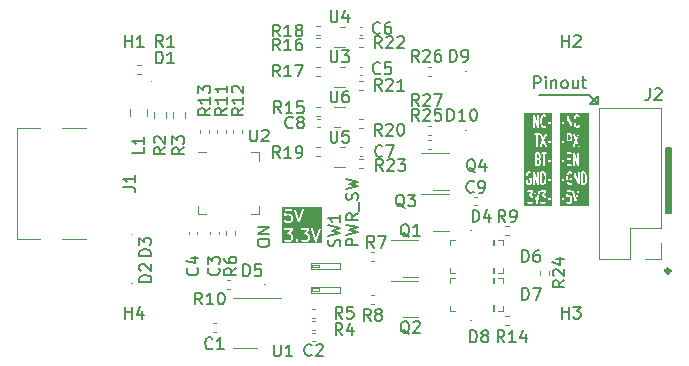
<source format=gbr>
%TF.GenerationSoftware,KiCad,Pcbnew,7.0.10*%
%TF.CreationDate,2024-01-22T13:51:10-08:00*%
%TF.ProjectId,esp32-prog,65737033-322d-4707-926f-672e6b696361,rev2*%
%TF.SameCoordinates,PX47868c0PY36d6160*%
%TF.FileFunction,Legend,Top*%
%TF.FilePolarity,Positive*%
%FSLAX46Y46*%
G04 Gerber Fmt 4.6, Leading zero omitted, Abs format (unit mm)*
G04 Created by KiCad (PCBNEW 7.0.10) date 2024-01-22 13:51:10*
%MOMM*%
%LPD*%
G01*
G04 APERTURE LIST*
%ADD10C,0.357843*%
%ADD11C,0.150000*%
%ADD12C,0.120000*%
%ADD13C,0.100000*%
G04 APERTURE END LIST*
D10*
X54378921Y-22400000D02*
G75*
G03*
X54021079Y-22400000I-178921J0D01*
G01*
X54021079Y-22400000D02*
G75*
G03*
X54378921Y-22400000I178921J0D01*
G01*
D11*
X48300000Y-8300000D02*
X47500000Y-7500000D01*
X48300000Y-8300000D02*
X48300000Y-7600000D01*
X54000000Y-12000000D02*
X54500000Y-12000000D01*
X54500000Y-17500000D01*
X54000000Y-17500000D01*
X54000000Y-12000000D01*
G36*
X54000000Y-12000000D02*
G01*
X54500000Y-12000000D01*
X54500000Y-17500000D01*
X54000000Y-17500000D01*
X54000000Y-12000000D01*
G37*
X48300000Y-7600000D02*
X47600000Y-8300000D01*
X47600000Y-8300000D02*
X48300000Y-8300000D01*
X47500000Y-7500000D02*
X43250000Y-7500000D01*
G36*
X43661622Y-14168247D02*
G01*
X43703604Y-14238217D01*
X43727939Y-14319336D01*
X43754887Y-14498982D01*
X43754887Y-14630654D01*
X43727939Y-14810300D01*
X43703603Y-14891421D01*
X43661622Y-14961390D01*
X43610452Y-14989819D01*
X43562030Y-14989819D01*
X43562030Y-14139819D01*
X43610452Y-14139819D01*
X43661622Y-14168247D01*
G37*
G36*
X43261622Y-13034437D02*
G01*
X43275031Y-13056785D01*
X43297744Y-13132493D01*
X43297744Y-13253333D01*
X43275031Y-13329040D01*
X43257824Y-13357718D01*
X43231304Y-13379819D01*
X43104887Y-13379819D01*
X43104887Y-13006009D01*
X43210452Y-13006009D01*
X43261622Y-13034437D01*
G37*
G36*
X43229254Y-12551919D02*
G01*
X43246460Y-12580596D01*
X43269172Y-12656302D01*
X43269172Y-12729525D01*
X43246460Y-12805231D01*
X43229254Y-12833908D01*
X43202733Y-12856009D01*
X43104887Y-12856009D01*
X43104887Y-12529819D01*
X43202733Y-12529819D01*
X43229254Y-12551919D01*
G37*
G36*
X44418241Y-16892676D02*
G01*
X42012030Y-16892676D01*
X42012030Y-15661795D01*
X42298882Y-15661795D01*
X42307791Y-15712319D01*
X42347091Y-15745296D01*
X42372743Y-15749819D01*
X42620088Y-15749819D01*
X42477766Y-16020908D01*
X42476190Y-16032561D01*
X42470310Y-16042747D01*
X42472859Y-16057204D01*
X42470893Y-16071749D01*
X42477176Y-16081689D01*
X42479219Y-16093271D01*
X42490462Y-16102705D01*
X42498306Y-16115113D01*
X42509510Y-16118688D01*
X42518519Y-16126248D01*
X42544171Y-16130771D01*
X42602732Y-16130771D01*
X42629253Y-16152871D01*
X42646459Y-16181548D01*
X42669171Y-16257254D01*
X42669171Y-16473334D01*
X42646459Y-16549039D01*
X42629252Y-16577718D01*
X42602732Y-16599819D01*
X42485611Y-16599819D01*
X42459088Y-16577717D01*
X42437056Y-16540994D01*
X42397206Y-16508682D01*
X42345911Y-16509544D01*
X42307170Y-16543177D01*
X42299111Y-16593843D01*
X42308430Y-16618166D01*
X42337001Y-16665786D01*
X42337698Y-16666351D01*
X42353300Y-16684817D01*
X42410443Y-16732435D01*
X42422767Y-16736873D01*
X42432805Y-16745296D01*
X42458457Y-16749819D01*
X42629886Y-16749819D01*
X42642195Y-16745338D01*
X42655298Y-16745383D01*
X42677900Y-16732436D01*
X42735042Y-16684817D01*
X42735491Y-16684044D01*
X42751342Y-16665786D01*
X42779912Y-16618167D01*
X42780565Y-16614794D01*
X42787437Y-16601131D01*
X42816008Y-16505893D01*
X42815851Y-16503171D01*
X42819171Y-16484342D01*
X42819171Y-16246247D01*
X42818238Y-16243685D01*
X42816008Y-16224696D01*
X42787437Y-16129458D01*
X42785384Y-16126703D01*
X42779912Y-16112423D01*
X42751341Y-16064803D01*
X42750640Y-16064235D01*
X42735042Y-16045773D01*
X42677900Y-15998154D01*
X42665574Y-15993715D01*
X42662716Y-15991317D01*
X42810576Y-15709681D01*
X42812151Y-15698028D01*
X42818032Y-15687843D01*
X42815482Y-15673385D01*
X42816821Y-15663487D01*
X42841461Y-15663487D01*
X42842056Y-15689528D01*
X43042056Y-16689528D01*
X43048062Y-16699402D01*
X43049808Y-16710824D01*
X43060984Y-16720645D01*
X43068717Y-16733359D01*
X43079663Y-16737062D01*
X43088344Y-16744691D01*
X43103218Y-16745031D01*
X43117314Y-16749800D01*
X43128081Y-16745599D01*
X43139634Y-16745864D01*
X43151249Y-16736562D01*
X43165110Y-16731155D01*
X43170656Y-16721019D01*
X43179678Y-16713795D01*
X43189144Y-16689528D01*
X43389144Y-15689528D01*
X43386909Y-15674907D01*
X43393506Y-15712319D01*
X43432806Y-15745296D01*
X43458458Y-15749819D01*
X43705803Y-15749819D01*
X43563481Y-16020908D01*
X43561905Y-16032561D01*
X43556025Y-16042747D01*
X43558574Y-16057204D01*
X43556608Y-16071749D01*
X43562891Y-16081689D01*
X43564934Y-16093271D01*
X43576177Y-16102705D01*
X43584021Y-16115113D01*
X43595225Y-16118688D01*
X43604234Y-16126248D01*
X43629886Y-16130771D01*
X43688447Y-16130771D01*
X43714968Y-16152871D01*
X43732174Y-16181548D01*
X43754886Y-16257254D01*
X43754886Y-16473334D01*
X43732174Y-16549039D01*
X43714967Y-16577718D01*
X43688447Y-16599819D01*
X43571326Y-16599819D01*
X43544803Y-16577717D01*
X43522771Y-16540994D01*
X43482921Y-16508682D01*
X43431626Y-16509544D01*
X43392885Y-16543177D01*
X43384826Y-16593843D01*
X43394145Y-16618166D01*
X43422716Y-16665786D01*
X43423413Y-16666351D01*
X43439015Y-16684817D01*
X43496158Y-16732435D01*
X43508482Y-16736873D01*
X43518520Y-16745296D01*
X43544172Y-16749819D01*
X43715601Y-16749819D01*
X43727910Y-16745338D01*
X43741013Y-16745383D01*
X43763615Y-16732436D01*
X43820757Y-16684817D01*
X43821206Y-16684044D01*
X43837057Y-16665786D01*
X43865627Y-16618167D01*
X43866280Y-16614794D01*
X43873152Y-16601131D01*
X43901723Y-16505893D01*
X43901566Y-16503171D01*
X43904886Y-16484342D01*
X43904886Y-16305646D01*
X44070104Y-16305646D01*
X44070751Y-16306812D01*
X44070542Y-16308129D01*
X44079861Y-16332453D01*
X44108432Y-16380072D01*
X44113194Y-16383933D01*
X44115291Y-16389694D01*
X44120598Y-16392758D01*
X44123575Y-16398120D01*
X44137065Y-16403288D01*
X44148282Y-16412383D01*
X44154409Y-16412280D01*
X44159720Y-16415346D01*
X44165759Y-16414281D01*
X44171483Y-16416474D01*
X44185132Y-16411764D01*
X44199577Y-16411522D01*
X44204208Y-16407501D01*
X44210244Y-16406437D01*
X44214184Y-16401740D01*
X44219980Y-16399741D01*
X44237056Y-16380072D01*
X44265627Y-16332452D01*
X44265880Y-16331143D01*
X44266888Y-16330269D01*
X44270734Y-16306088D01*
X44275384Y-16282086D01*
X44274737Y-16280921D01*
X44274947Y-16279603D01*
X44265627Y-16255280D01*
X44237056Y-16207660D01*
X44232293Y-16203798D01*
X44230197Y-16198038D01*
X44224889Y-16194973D01*
X44221913Y-16189612D01*
X44208423Y-16184443D01*
X44197207Y-16175349D01*
X44191078Y-16175451D01*
X44185768Y-16172386D01*
X44179730Y-16173450D01*
X44174005Y-16171257D01*
X44160350Y-16175968D01*
X44145911Y-16176211D01*
X44141281Y-16180230D01*
X44135244Y-16181295D01*
X44131304Y-16185990D01*
X44125508Y-16187990D01*
X44108432Y-16207660D01*
X44079861Y-16255279D01*
X44079607Y-16256588D01*
X44078600Y-16257463D01*
X44074756Y-16281626D01*
X44070104Y-16305646D01*
X43904886Y-16305646D01*
X43904886Y-16246247D01*
X43903953Y-16243685D01*
X43901723Y-16224696D01*
X43873152Y-16129458D01*
X43871099Y-16126703D01*
X43865627Y-16112423D01*
X43837056Y-16064803D01*
X43836355Y-16064235D01*
X43820757Y-16045773D01*
X43763615Y-15998154D01*
X43751289Y-15993715D01*
X43748431Y-15991317D01*
X43896291Y-15709681D01*
X43897866Y-15698028D01*
X43903747Y-15687843D01*
X43901197Y-15673385D01*
X43903164Y-15658841D01*
X43896880Y-15648900D01*
X43894838Y-15637319D01*
X43883594Y-15627884D01*
X43875751Y-15615477D01*
X43864546Y-15611901D01*
X43855538Y-15604342D01*
X43829886Y-15599819D01*
X43458458Y-15599819D01*
X43410249Y-15617366D01*
X43384840Y-15661373D01*
X43381392Y-15638814D01*
X43342856Y-15604946D01*
X43291566Y-15603774D01*
X43251522Y-15635843D01*
X43242056Y-15660110D01*
X43115600Y-16292390D01*
X42989144Y-15660110D01*
X42962483Y-15616279D01*
X42913886Y-15599838D01*
X42866090Y-15618483D01*
X42841461Y-15663487D01*
X42816821Y-15663487D01*
X42817449Y-15658841D01*
X42811165Y-15648900D01*
X42809123Y-15637319D01*
X42797879Y-15627884D01*
X42790036Y-15615477D01*
X42778831Y-15611901D01*
X42769823Y-15604342D01*
X42744171Y-15599819D01*
X42372743Y-15599819D01*
X42324534Y-15617366D01*
X42298882Y-15661795D01*
X42012030Y-15661795D01*
X42012030Y-14636247D01*
X42154887Y-14636247D01*
X42155928Y-14639108D01*
X42155717Y-14647373D01*
X42184289Y-14837849D01*
X42185702Y-14840449D01*
X42186622Y-14848274D01*
X42215193Y-14943512D01*
X42217246Y-14946267D01*
X42222718Y-14960548D01*
X42279861Y-15055787D01*
X42285107Y-15060040D01*
X42287522Y-15066350D01*
X42307750Y-15082762D01*
X42393463Y-15130381D01*
X42399529Y-15131347D01*
X42404235Y-15135296D01*
X42429887Y-15139819D01*
X42487030Y-15139819D01*
X42492801Y-15137718D01*
X42498833Y-15138885D01*
X42523453Y-15130381D01*
X42609167Y-15082762D01*
X42613593Y-15077660D01*
X42619980Y-15075457D01*
X42629215Y-15064819D01*
X42783459Y-15064819D01*
X42801006Y-15113028D01*
X42845435Y-15138680D01*
X42895959Y-15129771D01*
X42928936Y-15090471D01*
X42933459Y-15064819D01*
X42933459Y-14514819D01*
X43130370Y-15089143D01*
X43139107Y-15099961D01*
X43143863Y-15113028D01*
X43154724Y-15119298D01*
X43162604Y-15129056D01*
X43176250Y-15131727D01*
X43188292Y-15138680D01*
X43200641Y-15136502D01*
X43212951Y-15138912D01*
X43225123Y-15132185D01*
X43238816Y-15129771D01*
X43246876Y-15120164D01*
X43257855Y-15114098D01*
X43262855Y-15101122D01*
X43271793Y-15090471D01*
X43275869Y-15067352D01*
X43276303Y-15066227D01*
X43276192Y-15065521D01*
X43276316Y-15064819D01*
X43412030Y-15064819D01*
X43418693Y-15083127D01*
X43422078Y-15102319D01*
X43427262Y-15106669D01*
X43429577Y-15113028D01*
X43446450Y-15122770D01*
X43461378Y-15135296D01*
X43471120Y-15137013D01*
X43474006Y-15138680D01*
X43477288Y-15138101D01*
X43487030Y-15139819D01*
X43629887Y-15139819D01*
X43635658Y-15137718D01*
X43641690Y-15138885D01*
X43666310Y-15130381D01*
X43752024Y-15082762D01*
X43756451Y-15077659D01*
X43762837Y-15075456D01*
X43779913Y-15055787D01*
X43837056Y-14960548D01*
X43837709Y-14957175D01*
X43844581Y-14943512D01*
X43873152Y-14848274D01*
X43872981Y-14845318D01*
X43875485Y-14837849D01*
X43896816Y-14695646D01*
X44070104Y-14695646D01*
X44070751Y-14696812D01*
X44070542Y-14698129D01*
X44079861Y-14722453D01*
X44108432Y-14770072D01*
X44113194Y-14773933D01*
X44115291Y-14779694D01*
X44120598Y-14782758D01*
X44123575Y-14788120D01*
X44137065Y-14793288D01*
X44148282Y-14802383D01*
X44154409Y-14802280D01*
X44159720Y-14805346D01*
X44165759Y-14804281D01*
X44171483Y-14806474D01*
X44185132Y-14801764D01*
X44199577Y-14801522D01*
X44204208Y-14797501D01*
X44210244Y-14796437D01*
X44214184Y-14791740D01*
X44219980Y-14789741D01*
X44237056Y-14770072D01*
X44265627Y-14722452D01*
X44265880Y-14721143D01*
X44266888Y-14720269D01*
X44270734Y-14696088D01*
X44275384Y-14672086D01*
X44274737Y-14670921D01*
X44274947Y-14669603D01*
X44265627Y-14645280D01*
X44237056Y-14597660D01*
X44232293Y-14593798D01*
X44230197Y-14588038D01*
X44224889Y-14584973D01*
X44221913Y-14579612D01*
X44208423Y-14574443D01*
X44197207Y-14565349D01*
X44191078Y-14565451D01*
X44185768Y-14562386D01*
X44179730Y-14563450D01*
X44174005Y-14561257D01*
X44160350Y-14565968D01*
X44145911Y-14566211D01*
X44141281Y-14570230D01*
X44135244Y-14571295D01*
X44131304Y-14575990D01*
X44125508Y-14577990D01*
X44108432Y-14597660D01*
X44079861Y-14645279D01*
X44079607Y-14646588D01*
X44078600Y-14647463D01*
X44074756Y-14671626D01*
X44070104Y-14695646D01*
X43896816Y-14695646D01*
X43904057Y-14647373D01*
X43903451Y-14644388D01*
X43904887Y-14636247D01*
X43904887Y-14493390D01*
X43903845Y-14490528D01*
X43904057Y-14482264D01*
X43875485Y-14291788D01*
X43874071Y-14289187D01*
X43873152Y-14281363D01*
X43844581Y-14186125D01*
X43842527Y-14183370D01*
X43837056Y-14169089D01*
X43779913Y-14073851D01*
X43774665Y-14069596D01*
X43772251Y-14063288D01*
X43752024Y-14046876D01*
X43666310Y-13999257D01*
X43660244Y-13998290D01*
X43655539Y-13994342D01*
X43629887Y-13989819D01*
X43487030Y-13989819D01*
X43468721Y-13996482D01*
X43449530Y-13999867D01*
X43445179Y-14005051D01*
X43438821Y-14007366D01*
X43429078Y-14024239D01*
X43416553Y-14039167D01*
X43414835Y-14048909D01*
X43413169Y-14051795D01*
X43413747Y-14055077D01*
X43412030Y-14064819D01*
X43412030Y-15064819D01*
X43276316Y-15064819D01*
X43276316Y-14064819D01*
X43258769Y-14016610D01*
X43214340Y-13990958D01*
X43163816Y-13999867D01*
X43130839Y-14039167D01*
X43126316Y-14064819D01*
X43126316Y-14614818D01*
X42929405Y-14040495D01*
X42920667Y-14029676D01*
X42915912Y-14016610D01*
X42905050Y-14010339D01*
X42897171Y-14000582D01*
X42883524Y-13997910D01*
X42871483Y-13990958D01*
X42859133Y-13993135D01*
X42846824Y-13990726D01*
X42834651Y-13997452D01*
X42820959Y-13999867D01*
X42812897Y-14009474D01*
X42801921Y-14015540D01*
X42796920Y-14028514D01*
X42787982Y-14039167D01*
X42783905Y-14062285D01*
X42783472Y-14063411D01*
X42783582Y-14064116D01*
X42783459Y-14064819D01*
X42783459Y-15064819D01*
X42629215Y-15064819D01*
X42637056Y-15055787D01*
X42665628Y-15008167D01*
X42667035Y-15000901D01*
X42671793Y-14995232D01*
X42676316Y-14969580D01*
X42676316Y-14636247D01*
X42669652Y-14617938D01*
X42666268Y-14598747D01*
X42661083Y-14594396D01*
X42658769Y-14588038D01*
X42641895Y-14578295D01*
X42626968Y-14565770D01*
X42617225Y-14564052D01*
X42614340Y-14562386D01*
X42611057Y-14562964D01*
X42601316Y-14561247D01*
X42487030Y-14561247D01*
X42438821Y-14578794D01*
X42413169Y-14623223D01*
X42422078Y-14673747D01*
X42461378Y-14706724D01*
X42487030Y-14711247D01*
X42526316Y-14711247D01*
X42526316Y-14948806D01*
X42518765Y-14961390D01*
X42467595Y-14989819D01*
X42449322Y-14989819D01*
X42398152Y-14961391D01*
X42356170Y-14891421D01*
X42331834Y-14810300D01*
X42304887Y-14630654D01*
X42304887Y-14498982D01*
X42331834Y-14319336D01*
X42356170Y-14238215D01*
X42398151Y-14168246D01*
X42449322Y-14139819D01*
X42488449Y-14139819D01*
X42524730Y-14170054D01*
X42572998Y-14187437D01*
X42621148Y-14169729D01*
X42646649Y-14125212D01*
X42637569Y-14074719D01*
X42620759Y-14054822D01*
X42563616Y-14007203D01*
X42551291Y-14002764D01*
X42541254Y-13994342D01*
X42515602Y-13989819D01*
X42429887Y-13989819D01*
X42424115Y-13991919D01*
X42418084Y-13990753D01*
X42393463Y-13999257D01*
X42307750Y-14046876D01*
X42303323Y-14051977D01*
X42296938Y-14054181D01*
X42279861Y-14073850D01*
X42222718Y-14169089D01*
X42222064Y-14172461D01*
X42215193Y-14186125D01*
X42186622Y-14281363D01*
X42186792Y-14284318D01*
X42184289Y-14291788D01*
X42155717Y-14482264D01*
X42156322Y-14485248D01*
X42154887Y-14493390D01*
X42154887Y-14636247D01*
X42012030Y-14636247D01*
X42012030Y-13454819D01*
X42954887Y-13454819D01*
X42961550Y-13473127D01*
X42964935Y-13492319D01*
X42970119Y-13496669D01*
X42972434Y-13503028D01*
X42989307Y-13512770D01*
X43004235Y-13525296D01*
X43013977Y-13527013D01*
X43016863Y-13528680D01*
X43020145Y-13528101D01*
X43029887Y-13529819D01*
X43258458Y-13529819D01*
X43270767Y-13525338D01*
X43283870Y-13525383D01*
X43306472Y-13512436D01*
X43363614Y-13464817D01*
X43364063Y-13464044D01*
X43379914Y-13445786D01*
X43408484Y-13398167D01*
X43409137Y-13394794D01*
X43416009Y-13381132D01*
X43444581Y-13285893D01*
X43444424Y-13283171D01*
X43447744Y-13264342D01*
X43447744Y-13121485D01*
X43446811Y-13118923D01*
X43444581Y-13099934D01*
X43416009Y-13004695D01*
X43413955Y-13001939D01*
X43408484Y-12987661D01*
X43379913Y-12940041D01*
X43374665Y-12935786D01*
X43372251Y-12929478D01*
X43355161Y-12915611D01*
X43379913Y-12874357D01*
X43380566Y-12870986D01*
X43387438Y-12857322D01*
X43416009Y-12762084D01*
X43415852Y-12759362D01*
X43419172Y-12740533D01*
X43419172Y-12645295D01*
X43418239Y-12642733D01*
X43416009Y-12623744D01*
X43387438Y-12528506D01*
X43385385Y-12525751D01*
X43379913Y-12511471D01*
X43351342Y-12463851D01*
X43350641Y-12463283D01*
X43335043Y-12444821D01*
X43331412Y-12441795D01*
X43470311Y-12441795D01*
X43479220Y-12492319D01*
X43518520Y-12525296D01*
X43544172Y-12529819D01*
X43640601Y-12529819D01*
X43640601Y-13454819D01*
X43658148Y-13503028D01*
X43702577Y-13528680D01*
X43753101Y-13519771D01*
X43786078Y-13480471D01*
X43790601Y-13454819D01*
X43790601Y-13085646D01*
X44070104Y-13085646D01*
X44070751Y-13086812D01*
X44070542Y-13088129D01*
X44079861Y-13112453D01*
X44108432Y-13160072D01*
X44113194Y-13163933D01*
X44115291Y-13169694D01*
X44120598Y-13172758D01*
X44123575Y-13178120D01*
X44137065Y-13183288D01*
X44148282Y-13192383D01*
X44154409Y-13192280D01*
X44159720Y-13195346D01*
X44165759Y-13194281D01*
X44171483Y-13196474D01*
X44185132Y-13191764D01*
X44199577Y-13191522D01*
X44204208Y-13187501D01*
X44210244Y-13186437D01*
X44214184Y-13181740D01*
X44219980Y-13179741D01*
X44237056Y-13160072D01*
X44265627Y-13112452D01*
X44265880Y-13111143D01*
X44266888Y-13110269D01*
X44270734Y-13086088D01*
X44275384Y-13062086D01*
X44274737Y-13060921D01*
X44274947Y-13059603D01*
X44265627Y-13035280D01*
X44237056Y-12987660D01*
X44232293Y-12983798D01*
X44230197Y-12978038D01*
X44224889Y-12974973D01*
X44221913Y-12969612D01*
X44208423Y-12964443D01*
X44197207Y-12955349D01*
X44191078Y-12955451D01*
X44185768Y-12952386D01*
X44179730Y-12953450D01*
X44174005Y-12951257D01*
X44160350Y-12955968D01*
X44145911Y-12956211D01*
X44141281Y-12960230D01*
X44135244Y-12961295D01*
X44131304Y-12965990D01*
X44125508Y-12967990D01*
X44108432Y-12987660D01*
X44079861Y-13035279D01*
X44079607Y-13036588D01*
X44078600Y-13037463D01*
X44074756Y-13061626D01*
X44070104Y-13085646D01*
X43790601Y-13085646D01*
X43790601Y-12529819D01*
X43887030Y-12529819D01*
X43935239Y-12512272D01*
X43960891Y-12467843D01*
X43951982Y-12417319D01*
X43912682Y-12384342D01*
X43887030Y-12379819D01*
X43544172Y-12379819D01*
X43495963Y-12397366D01*
X43470311Y-12441795D01*
X43331412Y-12441795D01*
X43277901Y-12397202D01*
X43265575Y-12392763D01*
X43255539Y-12384342D01*
X43229887Y-12379819D01*
X43029887Y-12379819D01*
X43011578Y-12386482D01*
X42992387Y-12389867D01*
X42988036Y-12395051D01*
X42981678Y-12397366D01*
X42971935Y-12414239D01*
X42959410Y-12429167D01*
X42957692Y-12438909D01*
X42956026Y-12441795D01*
X42956604Y-12445077D01*
X42954887Y-12454819D01*
X42954887Y-13454819D01*
X42012030Y-13454819D01*
X42012030Y-10831795D01*
X42898882Y-10831795D01*
X42907791Y-10882319D01*
X42947091Y-10915296D01*
X42972743Y-10919819D01*
X43069172Y-10919819D01*
X43069172Y-11844819D01*
X43086719Y-11893028D01*
X43131148Y-11918680D01*
X43181672Y-11909771D01*
X43214649Y-11870471D01*
X43219172Y-11844819D01*
X43219172Y-10919819D01*
X43315601Y-10919819D01*
X43363810Y-10902272D01*
X43386716Y-10862597D01*
X43388822Y-10872673D01*
X43577680Y-11344819D01*
X43388822Y-11816965D01*
X43387210Y-11868242D01*
X43418934Y-11908560D01*
X43469153Y-11919053D01*
X43514367Y-11894811D01*
X43528094Y-11872673D01*
X43658458Y-11546763D01*
X43788822Y-11872673D01*
X43823019Y-11910917D01*
X43873797Y-11918234D01*
X43917398Y-11891198D01*
X43933421Y-11842462D01*
X43928094Y-11816965D01*
X43791566Y-11475646D01*
X44070104Y-11475646D01*
X44070751Y-11476812D01*
X44070542Y-11478129D01*
X44079861Y-11502453D01*
X44108432Y-11550072D01*
X44113194Y-11553933D01*
X44115291Y-11559694D01*
X44120598Y-11562758D01*
X44123575Y-11568120D01*
X44137065Y-11573288D01*
X44148282Y-11582383D01*
X44154409Y-11582280D01*
X44159720Y-11585346D01*
X44165759Y-11584281D01*
X44171483Y-11586474D01*
X44185132Y-11581764D01*
X44199577Y-11581522D01*
X44204208Y-11577501D01*
X44210244Y-11576437D01*
X44214184Y-11571740D01*
X44219980Y-11569741D01*
X44237056Y-11550072D01*
X44265627Y-11502452D01*
X44265880Y-11501143D01*
X44266888Y-11500269D01*
X44270734Y-11476088D01*
X44275384Y-11452086D01*
X44274737Y-11450921D01*
X44274947Y-11449603D01*
X44265627Y-11425280D01*
X44237056Y-11377660D01*
X44232293Y-11373798D01*
X44230197Y-11368038D01*
X44224889Y-11364973D01*
X44221913Y-11359612D01*
X44208423Y-11354443D01*
X44197207Y-11345349D01*
X44191078Y-11345451D01*
X44185768Y-11342386D01*
X44179730Y-11343450D01*
X44174005Y-11341257D01*
X44160350Y-11345968D01*
X44145911Y-11346211D01*
X44141281Y-11350230D01*
X44135244Y-11351295D01*
X44131304Y-11355990D01*
X44125508Y-11357990D01*
X44108432Y-11377660D01*
X44079861Y-11425279D01*
X44079607Y-11426588D01*
X44078600Y-11427463D01*
X44074756Y-11451626D01*
X44070104Y-11475646D01*
X43791566Y-11475646D01*
X43739235Y-11344819D01*
X43928094Y-10872673D01*
X43929706Y-10821396D01*
X43897982Y-10781078D01*
X43847763Y-10770585D01*
X43802549Y-10794827D01*
X43788822Y-10816965D01*
X43658458Y-11142875D01*
X43528094Y-10816965D01*
X43493897Y-10778721D01*
X43443119Y-10771404D01*
X43399518Y-10798440D01*
X43386154Y-10839086D01*
X43380553Y-10807319D01*
X43341253Y-10774342D01*
X43315601Y-10769819D01*
X42972743Y-10769819D01*
X42924534Y-10787366D01*
X42898882Y-10831795D01*
X42012030Y-10831795D01*
X42012030Y-10234819D01*
X42783459Y-10234819D01*
X42801006Y-10283028D01*
X42845435Y-10308680D01*
X42895959Y-10299771D01*
X42928936Y-10260471D01*
X42933459Y-10234819D01*
X42933459Y-9684819D01*
X43130370Y-10259143D01*
X43139107Y-10269961D01*
X43143863Y-10283028D01*
X43154724Y-10289298D01*
X43162604Y-10299056D01*
X43176250Y-10301727D01*
X43188292Y-10308680D01*
X43200641Y-10306502D01*
X43212951Y-10308912D01*
X43225123Y-10302185D01*
X43238816Y-10299771D01*
X43246876Y-10290164D01*
X43257855Y-10284098D01*
X43262855Y-10271122D01*
X43271793Y-10260471D01*
X43275869Y-10237352D01*
X43276303Y-10236227D01*
X43276192Y-10235521D01*
X43276316Y-10234819D01*
X43276316Y-9806247D01*
X43383458Y-9806247D01*
X43384499Y-9809108D01*
X43384288Y-9817373D01*
X43412860Y-10007849D01*
X43414273Y-10010449D01*
X43415193Y-10018274D01*
X43443764Y-10113512D01*
X43445817Y-10116267D01*
X43451289Y-10130548D01*
X43508432Y-10225787D01*
X43513678Y-10230040D01*
X43516093Y-10236350D01*
X43536321Y-10252762D01*
X43622034Y-10300381D01*
X43628100Y-10301347D01*
X43632806Y-10305296D01*
X43658458Y-10309819D01*
X43715601Y-10309819D01*
X43721372Y-10307718D01*
X43727404Y-10308885D01*
X43752024Y-10300381D01*
X43837738Y-10252762D01*
X43842164Y-10247660D01*
X43848551Y-10245457D01*
X43865627Y-10225787D01*
X43894199Y-10178167D01*
X43903956Y-10127800D01*
X43879056Y-10082945D01*
X43831149Y-10064591D01*
X43782651Y-10081323D01*
X43765575Y-10100993D01*
X43747336Y-10131390D01*
X43696166Y-10159819D01*
X43677893Y-10159819D01*
X43626723Y-10131391D01*
X43584741Y-10061421D01*
X43560405Y-9980300D01*
X43543207Y-9865646D01*
X44070104Y-9865646D01*
X44070751Y-9866812D01*
X44070542Y-9868129D01*
X44079861Y-9892453D01*
X44108432Y-9940072D01*
X44113194Y-9943933D01*
X44115291Y-9949694D01*
X44120598Y-9952758D01*
X44123575Y-9958120D01*
X44137065Y-9963288D01*
X44148282Y-9972383D01*
X44154409Y-9972280D01*
X44159720Y-9975346D01*
X44165759Y-9974281D01*
X44171483Y-9976474D01*
X44185132Y-9971764D01*
X44199577Y-9971522D01*
X44204208Y-9967501D01*
X44210244Y-9966437D01*
X44214184Y-9961740D01*
X44219980Y-9959741D01*
X44237056Y-9940072D01*
X44265627Y-9892452D01*
X44265880Y-9891143D01*
X44266888Y-9890269D01*
X44270734Y-9866088D01*
X44275384Y-9842086D01*
X44274737Y-9840921D01*
X44274947Y-9839603D01*
X44265627Y-9815280D01*
X44237056Y-9767660D01*
X44232293Y-9763798D01*
X44230197Y-9758038D01*
X44224889Y-9754973D01*
X44221913Y-9749612D01*
X44208423Y-9744443D01*
X44197207Y-9735349D01*
X44191078Y-9735451D01*
X44185768Y-9732386D01*
X44179730Y-9733450D01*
X44174005Y-9731257D01*
X44160350Y-9735968D01*
X44145911Y-9736211D01*
X44141281Y-9740230D01*
X44135244Y-9741295D01*
X44131304Y-9745990D01*
X44125508Y-9747990D01*
X44108432Y-9767660D01*
X44079861Y-9815279D01*
X44079607Y-9816588D01*
X44078600Y-9817463D01*
X44074756Y-9841626D01*
X44070104Y-9865646D01*
X43543207Y-9865646D01*
X43533458Y-9800654D01*
X43533458Y-9668982D01*
X43560405Y-9489336D01*
X43584741Y-9408215D01*
X43626722Y-9338246D01*
X43677893Y-9309819D01*
X43696166Y-9309819D01*
X43747335Y-9338246D01*
X43765575Y-9368645D01*
X43805425Y-9400955D01*
X43856721Y-9400093D01*
X43895461Y-9366459D01*
X43903518Y-9315792D01*
X43894199Y-9291469D01*
X43865627Y-9243850D01*
X43860379Y-9239595D01*
X43857965Y-9233288D01*
X43837738Y-9216876D01*
X43752024Y-9169257D01*
X43745958Y-9168290D01*
X43741253Y-9164342D01*
X43715601Y-9159819D01*
X43658458Y-9159819D01*
X43652686Y-9161919D01*
X43646655Y-9160753D01*
X43622034Y-9169257D01*
X43536321Y-9216876D01*
X43531894Y-9221977D01*
X43525509Y-9224181D01*
X43508432Y-9243850D01*
X43451289Y-9339089D01*
X43450635Y-9342461D01*
X43443764Y-9356125D01*
X43415193Y-9451363D01*
X43415363Y-9454318D01*
X43412860Y-9461788D01*
X43384288Y-9652264D01*
X43384893Y-9655248D01*
X43383458Y-9663390D01*
X43383458Y-9806247D01*
X43276316Y-9806247D01*
X43276316Y-9234819D01*
X43258769Y-9186610D01*
X43214340Y-9160958D01*
X43163816Y-9169867D01*
X43130839Y-9209167D01*
X43126316Y-9234819D01*
X43126316Y-9784818D01*
X42929405Y-9210495D01*
X42920667Y-9199676D01*
X42915912Y-9186610D01*
X42905050Y-9180339D01*
X42897171Y-9170582D01*
X42883524Y-9167910D01*
X42871483Y-9160958D01*
X42859133Y-9163135D01*
X42846824Y-9160726D01*
X42834651Y-9167452D01*
X42820959Y-9169867D01*
X42812897Y-9179474D01*
X42801921Y-9185540D01*
X42796920Y-9198514D01*
X42787982Y-9209167D01*
X42783905Y-9232285D01*
X42783472Y-9233411D01*
X42783582Y-9234116D01*
X42783459Y-9234819D01*
X42783459Y-10234819D01*
X42012030Y-10234819D01*
X42012030Y-9016962D01*
X44418241Y-9016962D01*
X44418241Y-16892676D01*
G37*
G36*
X47101847Y-14168247D02*
G01*
X47143829Y-14238217D01*
X47168164Y-14319336D01*
X47195112Y-14498982D01*
X47195112Y-14630654D01*
X47168164Y-14810300D01*
X47143828Y-14891421D01*
X47101847Y-14961390D01*
X47050677Y-14989819D01*
X47002255Y-14989819D01*
X47002255Y-14139819D01*
X47050677Y-14139819D01*
X47101847Y-14168247D01*
G37*
G36*
X45926622Y-10941919D02*
G01*
X45943828Y-10970595D01*
X45966541Y-11046303D01*
X45966541Y-11167143D01*
X45943828Y-11242851D01*
X45926622Y-11271527D01*
X45900101Y-11293628D01*
X45773684Y-11293628D01*
X45773684Y-10919819D01*
X45900101Y-10919819D01*
X45926622Y-10941919D01*
G37*
G36*
X47487969Y-16892676D02*
G01*
X45081758Y-16892676D01*
X45081758Y-16305646D01*
X45224615Y-16305646D01*
X45225262Y-16306812D01*
X45225053Y-16308129D01*
X45234372Y-16332453D01*
X45262943Y-16380072D01*
X45267705Y-16383933D01*
X45269802Y-16389694D01*
X45275109Y-16392758D01*
X45278086Y-16398120D01*
X45291576Y-16403288D01*
X45302793Y-16412383D01*
X45308920Y-16412280D01*
X45314231Y-16415346D01*
X45320270Y-16414281D01*
X45325994Y-16416474D01*
X45339643Y-16411764D01*
X45354088Y-16411522D01*
X45358719Y-16407501D01*
X45364755Y-16406437D01*
X45368695Y-16401740D01*
X45374491Y-16399741D01*
X45391567Y-16380072D01*
X45420138Y-16332452D01*
X45420391Y-16331143D01*
X45421399Y-16330269D01*
X45425245Y-16306088D01*
X45429895Y-16282086D01*
X45429248Y-16280921D01*
X45429458Y-16279603D01*
X45420138Y-16255280D01*
X45391567Y-16207660D01*
X45386804Y-16203798D01*
X45384708Y-16198038D01*
X45379400Y-16194973D01*
X45376424Y-16189612D01*
X45362934Y-16184443D01*
X45351718Y-16175349D01*
X45345589Y-16175451D01*
X45340279Y-16172386D01*
X45334241Y-16173450D01*
X45328516Y-16171257D01*
X45314861Y-16175968D01*
X45300422Y-16176211D01*
X45295792Y-16180230D01*
X45289755Y-16181295D01*
X45285815Y-16185990D01*
X45280019Y-16187990D01*
X45262943Y-16207660D01*
X45234372Y-16255279D01*
X45234118Y-16256588D01*
X45233111Y-16257463D01*
X45229267Y-16281626D01*
X45224615Y-16305646D01*
X45081758Y-16305646D01*
X45081758Y-16146517D01*
X45595247Y-16146517D01*
X45597637Y-16154554D01*
X45596043Y-16162788D01*
X45604757Y-16178486D01*
X45609875Y-16195690D01*
X45616870Y-16200308D01*
X45620942Y-16207643D01*
X45637708Y-16214066D01*
X45652688Y-16223957D01*
X45661019Y-16222997D01*
X45668850Y-16225998D01*
X45685820Y-16220142D01*
X45703654Y-16218090D01*
X45709418Y-16212001D01*
X45717347Y-16209266D01*
X45734424Y-16189597D01*
X45756459Y-16152872D01*
X45782981Y-16130771D01*
X45871530Y-16130771D01*
X45898051Y-16152871D01*
X45915257Y-16181548D01*
X45937969Y-16257254D01*
X45937969Y-16473334D01*
X45915257Y-16549039D01*
X45898050Y-16577718D01*
X45871530Y-16599819D01*
X45782981Y-16599819D01*
X45756458Y-16577716D01*
X45734424Y-16540993D01*
X45694574Y-16508682D01*
X45643279Y-16509544D01*
X45604538Y-16543178D01*
X45596481Y-16593844D01*
X45605800Y-16618167D01*
X45634372Y-16665787D01*
X45635069Y-16666352D01*
X45650670Y-16684817D01*
X45707813Y-16732435D01*
X45720137Y-16736873D01*
X45730175Y-16745296D01*
X45755827Y-16749819D01*
X45898684Y-16749819D01*
X45910993Y-16745338D01*
X45924096Y-16745383D01*
X45946698Y-16732436D01*
X46003840Y-16684817D01*
X46004289Y-16684044D01*
X46020140Y-16665786D01*
X46048710Y-16618167D01*
X46049363Y-16614794D01*
X46056235Y-16601131D01*
X46084806Y-16505893D01*
X46084649Y-16503171D01*
X46087969Y-16484342D01*
X46087969Y-16246247D01*
X46087036Y-16243685D01*
X46084806Y-16224696D01*
X46056235Y-16129458D01*
X46054182Y-16126703D01*
X46048710Y-16112423D01*
X46020139Y-16064803D01*
X46019438Y-16064235D01*
X46003840Y-16045773D01*
X45946698Y-15998154D01*
X45934372Y-15993715D01*
X45924336Y-15985294D01*
X45898684Y-15980771D01*
X45755827Y-15980771D01*
X45755452Y-15980907D01*
X45769318Y-15749819D01*
X45984398Y-15749819D01*
X46032607Y-15732272D01*
X46058259Y-15687843D01*
X46053964Y-15663487D01*
X46110259Y-15663487D01*
X46110854Y-15689528D01*
X46310854Y-16689528D01*
X46316860Y-16699402D01*
X46318606Y-16710824D01*
X46329782Y-16720645D01*
X46337515Y-16733359D01*
X46348461Y-16737062D01*
X46357142Y-16744691D01*
X46372016Y-16745031D01*
X46386112Y-16749800D01*
X46396879Y-16745599D01*
X46408432Y-16745864D01*
X46420047Y-16736562D01*
X46433908Y-16731155D01*
X46439454Y-16721019D01*
X46448476Y-16713795D01*
X46457942Y-16689528D01*
X46657942Y-15689528D01*
X46650190Y-15638814D01*
X46611654Y-15604946D01*
X46560364Y-15603774D01*
X46520320Y-15635843D01*
X46510854Y-15660110D01*
X46384398Y-16292390D01*
X46257942Y-15660110D01*
X46231281Y-15616279D01*
X46182684Y-15599838D01*
X46134888Y-15618483D01*
X46110259Y-15663487D01*
X46053964Y-15663487D01*
X46049350Y-15637319D01*
X46010050Y-15604342D01*
X45984398Y-15599819D01*
X45698684Y-15599819D01*
X45682378Y-15605753D01*
X45665142Y-15607738D01*
X45658945Y-15614283D01*
X45650475Y-15617366D01*
X45641799Y-15632392D01*
X45629870Y-15644992D01*
X45626586Y-15658741D01*
X45624823Y-15661795D01*
X45625262Y-15664285D01*
X45623819Y-15670327D01*
X45595247Y-16146517D01*
X45081758Y-16146517D01*
X45081758Y-14695646D01*
X45224615Y-14695646D01*
X45225262Y-14696812D01*
X45225053Y-14698129D01*
X45234372Y-14722453D01*
X45262943Y-14770072D01*
X45267705Y-14773933D01*
X45269802Y-14779694D01*
X45275109Y-14782758D01*
X45278086Y-14788120D01*
X45291576Y-14793288D01*
X45302793Y-14802383D01*
X45308920Y-14802280D01*
X45314231Y-14805346D01*
X45320270Y-14804281D01*
X45325994Y-14806474D01*
X45339643Y-14801764D01*
X45354088Y-14801522D01*
X45358719Y-14797501D01*
X45364755Y-14796437D01*
X45368695Y-14791740D01*
X45374491Y-14789741D01*
X45391567Y-14770072D01*
X45420138Y-14722452D01*
X45420391Y-14721143D01*
X45421399Y-14720269D01*
X45425245Y-14696088D01*
X45429895Y-14672086D01*
X45429248Y-14670921D01*
X45429458Y-14669603D01*
X45420138Y-14645280D01*
X45414718Y-14636247D01*
X45595112Y-14636247D01*
X45596153Y-14639108D01*
X45595942Y-14647373D01*
X45624514Y-14837849D01*
X45625927Y-14840449D01*
X45626847Y-14848274D01*
X45655418Y-14943512D01*
X45657471Y-14946267D01*
X45662943Y-14960548D01*
X45720086Y-15055787D01*
X45725332Y-15060040D01*
X45727747Y-15066350D01*
X45747975Y-15082762D01*
X45833688Y-15130381D01*
X45839754Y-15131347D01*
X45844460Y-15135296D01*
X45870112Y-15139819D01*
X45927255Y-15139819D01*
X45933026Y-15137718D01*
X45939058Y-15138885D01*
X45963678Y-15130381D01*
X46049392Y-15082762D01*
X46053818Y-15077660D01*
X46060205Y-15075457D01*
X46069440Y-15064819D01*
X46223684Y-15064819D01*
X46241231Y-15113028D01*
X46285660Y-15138680D01*
X46336184Y-15129771D01*
X46369161Y-15090471D01*
X46373684Y-15064819D01*
X46373684Y-14514819D01*
X46570595Y-15089143D01*
X46579332Y-15099961D01*
X46584088Y-15113028D01*
X46594949Y-15119298D01*
X46602829Y-15129056D01*
X46616475Y-15131727D01*
X46628517Y-15138680D01*
X46640866Y-15136502D01*
X46653176Y-15138912D01*
X46665348Y-15132185D01*
X46679041Y-15129771D01*
X46687101Y-15120164D01*
X46698080Y-15114098D01*
X46703080Y-15101122D01*
X46712018Y-15090471D01*
X46716094Y-15067352D01*
X46716528Y-15066227D01*
X46716417Y-15065521D01*
X46716541Y-15064819D01*
X46852255Y-15064819D01*
X46858918Y-15083127D01*
X46862303Y-15102319D01*
X46867487Y-15106669D01*
X46869802Y-15113028D01*
X46886675Y-15122770D01*
X46901603Y-15135296D01*
X46911345Y-15137013D01*
X46914231Y-15138680D01*
X46917513Y-15138101D01*
X46927255Y-15139819D01*
X47070112Y-15139819D01*
X47075883Y-15137718D01*
X47081915Y-15138885D01*
X47106535Y-15130381D01*
X47192249Y-15082762D01*
X47196676Y-15077659D01*
X47203062Y-15075456D01*
X47220138Y-15055787D01*
X47277281Y-14960548D01*
X47277934Y-14957175D01*
X47284806Y-14943512D01*
X47313377Y-14848274D01*
X47313206Y-14845318D01*
X47315710Y-14837849D01*
X47344282Y-14647373D01*
X47343676Y-14644388D01*
X47345112Y-14636247D01*
X47345112Y-14493390D01*
X47344070Y-14490528D01*
X47344282Y-14482264D01*
X47315710Y-14291788D01*
X47314296Y-14289187D01*
X47313377Y-14281363D01*
X47284806Y-14186125D01*
X47282752Y-14183370D01*
X47277281Y-14169089D01*
X47220138Y-14073851D01*
X47214890Y-14069596D01*
X47212476Y-14063288D01*
X47192249Y-14046876D01*
X47106535Y-13999257D01*
X47100469Y-13998290D01*
X47095764Y-13994342D01*
X47070112Y-13989819D01*
X46927255Y-13989819D01*
X46908946Y-13996482D01*
X46889755Y-13999867D01*
X46885404Y-14005051D01*
X46879046Y-14007366D01*
X46869303Y-14024239D01*
X46856778Y-14039167D01*
X46855060Y-14048909D01*
X46853394Y-14051795D01*
X46853972Y-14055077D01*
X46852255Y-14064819D01*
X46852255Y-15064819D01*
X46716541Y-15064819D01*
X46716541Y-14064819D01*
X46698994Y-14016610D01*
X46654565Y-13990958D01*
X46604041Y-13999867D01*
X46571064Y-14039167D01*
X46566541Y-14064819D01*
X46566541Y-14614818D01*
X46369630Y-14040495D01*
X46360892Y-14029676D01*
X46356137Y-14016610D01*
X46345275Y-14010339D01*
X46337396Y-14000582D01*
X46323749Y-13997910D01*
X46311708Y-13990958D01*
X46299358Y-13993135D01*
X46287049Y-13990726D01*
X46274876Y-13997452D01*
X46261184Y-13999867D01*
X46253122Y-14009474D01*
X46242146Y-14015540D01*
X46237145Y-14028514D01*
X46228207Y-14039167D01*
X46224130Y-14062285D01*
X46223697Y-14063411D01*
X46223807Y-14064116D01*
X46223684Y-14064819D01*
X46223684Y-15064819D01*
X46069440Y-15064819D01*
X46077281Y-15055787D01*
X46105853Y-15008167D01*
X46107260Y-15000901D01*
X46112018Y-14995232D01*
X46116541Y-14969580D01*
X46116541Y-14636247D01*
X46109877Y-14617938D01*
X46106493Y-14598747D01*
X46101308Y-14594396D01*
X46098994Y-14588038D01*
X46082120Y-14578295D01*
X46067193Y-14565770D01*
X46057450Y-14564052D01*
X46054565Y-14562386D01*
X46051282Y-14562964D01*
X46041541Y-14561247D01*
X45927255Y-14561247D01*
X45879046Y-14578794D01*
X45853394Y-14623223D01*
X45862303Y-14673747D01*
X45901603Y-14706724D01*
X45927255Y-14711247D01*
X45966541Y-14711247D01*
X45966541Y-14948806D01*
X45958990Y-14961390D01*
X45907820Y-14989819D01*
X45889547Y-14989819D01*
X45838377Y-14961391D01*
X45796395Y-14891421D01*
X45772059Y-14810300D01*
X45745112Y-14630654D01*
X45745112Y-14498982D01*
X45772059Y-14319336D01*
X45796395Y-14238215D01*
X45838376Y-14168246D01*
X45889547Y-14139819D01*
X45928674Y-14139819D01*
X45964955Y-14170054D01*
X46013223Y-14187437D01*
X46061373Y-14169729D01*
X46086874Y-14125212D01*
X46077794Y-14074719D01*
X46060984Y-14054822D01*
X46003841Y-14007203D01*
X45991516Y-14002764D01*
X45981479Y-13994342D01*
X45955827Y-13989819D01*
X45870112Y-13989819D01*
X45864340Y-13991919D01*
X45858309Y-13990753D01*
X45833688Y-13999257D01*
X45747975Y-14046876D01*
X45743548Y-14051977D01*
X45737163Y-14054181D01*
X45720086Y-14073850D01*
X45662943Y-14169089D01*
X45662289Y-14172461D01*
X45655418Y-14186125D01*
X45626847Y-14281363D01*
X45627017Y-14284318D01*
X45624514Y-14291788D01*
X45595942Y-14482264D01*
X45596547Y-14485248D01*
X45595112Y-14493390D01*
X45595112Y-14636247D01*
X45414718Y-14636247D01*
X45391567Y-14597660D01*
X45386804Y-14593798D01*
X45384708Y-14588038D01*
X45379400Y-14584973D01*
X45376424Y-14579612D01*
X45362934Y-14574443D01*
X45351718Y-14565349D01*
X45345589Y-14565451D01*
X45340279Y-14562386D01*
X45334241Y-14563450D01*
X45328516Y-14561257D01*
X45314861Y-14565968D01*
X45300422Y-14566211D01*
X45295792Y-14570230D01*
X45289755Y-14571295D01*
X45285815Y-14575990D01*
X45280019Y-14577990D01*
X45262943Y-14597660D01*
X45234372Y-14645279D01*
X45234118Y-14646588D01*
X45233111Y-14647463D01*
X45229267Y-14671626D01*
X45224615Y-14695646D01*
X45081758Y-14695646D01*
X45081758Y-13454819D01*
X45623684Y-13454819D01*
X45630347Y-13473127D01*
X45633732Y-13492319D01*
X45638916Y-13496669D01*
X45641231Y-13503028D01*
X45658104Y-13512770D01*
X45673032Y-13525296D01*
X45682774Y-13527013D01*
X45685660Y-13528680D01*
X45688942Y-13528101D01*
X45698684Y-13529819D01*
X45984398Y-13529819D01*
X46032607Y-13512272D01*
X46058259Y-13467843D01*
X46055962Y-13454819D01*
X46166541Y-13454819D01*
X46184088Y-13503028D01*
X46228517Y-13528680D01*
X46279041Y-13519771D01*
X46312018Y-13480471D01*
X46316541Y-13454819D01*
X46316541Y-12904819D01*
X46513452Y-13479143D01*
X46522189Y-13489961D01*
X46526945Y-13503028D01*
X46537806Y-13509298D01*
X46545686Y-13519056D01*
X46559332Y-13521727D01*
X46571374Y-13528680D01*
X46583723Y-13526502D01*
X46596033Y-13528912D01*
X46608205Y-13522185D01*
X46621898Y-13519771D01*
X46629958Y-13510164D01*
X46640937Y-13504098D01*
X46645937Y-13491122D01*
X46654875Y-13480471D01*
X46658951Y-13457352D01*
X46659385Y-13456227D01*
X46659274Y-13455521D01*
X46659398Y-13454819D01*
X46659398Y-12454819D01*
X46641851Y-12406610D01*
X46597422Y-12380958D01*
X46546898Y-12389867D01*
X46513921Y-12429167D01*
X46509398Y-12454819D01*
X46509398Y-13004818D01*
X46312487Y-12430495D01*
X46303749Y-12419676D01*
X46298994Y-12406610D01*
X46288132Y-12400339D01*
X46280253Y-12390582D01*
X46266606Y-12387910D01*
X46254565Y-12380958D01*
X46242215Y-12383135D01*
X46229906Y-12380726D01*
X46217733Y-12387452D01*
X46204041Y-12389867D01*
X46195979Y-12399474D01*
X46185003Y-12405540D01*
X46180002Y-12418514D01*
X46171064Y-12429167D01*
X46166987Y-12452285D01*
X46166554Y-12453411D01*
X46166664Y-12454116D01*
X46166541Y-12454819D01*
X46166541Y-13454819D01*
X46055962Y-13454819D01*
X46049350Y-13417319D01*
X46010050Y-13384342D01*
X45984398Y-13379819D01*
X45773684Y-13379819D01*
X45773684Y-13006009D01*
X45898684Y-13006009D01*
X45946893Y-12988462D01*
X45972545Y-12944033D01*
X45963636Y-12893509D01*
X45924336Y-12860532D01*
X45898684Y-12856009D01*
X45773684Y-12856009D01*
X45773684Y-12529819D01*
X45984398Y-12529819D01*
X46032607Y-12512272D01*
X46058259Y-12467843D01*
X46049350Y-12417319D01*
X46010050Y-12384342D01*
X45984398Y-12379819D01*
X45698684Y-12379819D01*
X45680375Y-12386482D01*
X45661184Y-12389867D01*
X45656833Y-12395051D01*
X45650475Y-12397366D01*
X45640732Y-12414239D01*
X45628207Y-12429167D01*
X45626489Y-12438909D01*
X45624823Y-12441795D01*
X45625401Y-12445077D01*
X45623684Y-12454819D01*
X45623684Y-13454819D01*
X45081758Y-13454819D01*
X45081758Y-13085646D01*
X45224615Y-13085646D01*
X45225262Y-13086812D01*
X45225053Y-13088129D01*
X45234372Y-13112453D01*
X45262943Y-13160072D01*
X45267705Y-13163933D01*
X45269802Y-13169694D01*
X45275109Y-13172758D01*
X45278086Y-13178120D01*
X45291576Y-13183288D01*
X45302793Y-13192383D01*
X45308920Y-13192280D01*
X45314231Y-13195346D01*
X45320270Y-13194281D01*
X45325994Y-13196474D01*
X45339643Y-13191764D01*
X45354088Y-13191522D01*
X45358719Y-13187501D01*
X45364755Y-13186437D01*
X45368695Y-13181740D01*
X45374491Y-13179741D01*
X45391567Y-13160072D01*
X45420138Y-13112452D01*
X45420391Y-13111143D01*
X45421399Y-13110269D01*
X45425245Y-13086088D01*
X45429895Y-13062086D01*
X45429248Y-13060921D01*
X45429458Y-13059603D01*
X45420138Y-13035280D01*
X45391567Y-12987660D01*
X45386804Y-12983798D01*
X45384708Y-12978038D01*
X45379400Y-12974973D01*
X45376424Y-12969612D01*
X45362934Y-12964443D01*
X45351718Y-12955349D01*
X45345589Y-12955451D01*
X45340279Y-12952386D01*
X45334241Y-12953450D01*
X45328516Y-12951257D01*
X45314861Y-12955968D01*
X45300422Y-12956211D01*
X45295792Y-12960230D01*
X45289755Y-12961295D01*
X45285815Y-12965990D01*
X45280019Y-12967990D01*
X45262943Y-12987660D01*
X45234372Y-13035279D01*
X45234118Y-13036588D01*
X45233111Y-13037463D01*
X45229267Y-13061626D01*
X45224615Y-13085646D01*
X45081758Y-13085646D01*
X45081758Y-11844819D01*
X45623684Y-11844819D01*
X45641231Y-11893028D01*
X45685660Y-11918680D01*
X45736184Y-11909771D01*
X45769161Y-11870471D01*
X45773684Y-11844819D01*
X45773684Y-11443628D01*
X45791694Y-11443628D01*
X45972392Y-11873861D01*
X46007238Y-11911514D01*
X46058134Y-11917961D01*
X46101267Y-11890182D01*
X46116453Y-11841179D01*
X46110690Y-11815777D01*
X45952524Y-11439191D01*
X45952667Y-11439192D01*
X45975269Y-11426245D01*
X46032411Y-11378626D01*
X46032862Y-11377849D01*
X46048710Y-11359596D01*
X46077281Y-11311976D01*
X46077934Y-11308604D01*
X46084806Y-11294942D01*
X46113378Y-11199703D01*
X46113221Y-11196981D01*
X46116541Y-11178152D01*
X46116541Y-11035295D01*
X46115608Y-11032733D01*
X46113378Y-11013744D01*
X46084806Y-10918505D01*
X46082752Y-10915749D01*
X46077281Y-10901471D01*
X46048710Y-10853851D01*
X46048009Y-10853283D01*
X46042849Y-10847176D01*
X46166578Y-10847176D01*
X46171905Y-10872673D01*
X46360763Y-11344819D01*
X46171905Y-11816965D01*
X46170293Y-11868242D01*
X46202017Y-11908560D01*
X46252236Y-11919053D01*
X46297450Y-11894811D01*
X46311177Y-11872673D01*
X46441541Y-11546763D01*
X46571905Y-11872673D01*
X46606102Y-11910917D01*
X46656880Y-11918234D01*
X46700481Y-11891198D01*
X46716504Y-11842462D01*
X46711177Y-11816965D01*
X46522318Y-11344819D01*
X46711177Y-10872673D01*
X46712789Y-10821396D01*
X46681065Y-10781078D01*
X46630846Y-10770585D01*
X46585632Y-10794827D01*
X46571905Y-10816965D01*
X46441541Y-11142875D01*
X46311177Y-10816965D01*
X46276980Y-10778721D01*
X46226202Y-10771404D01*
X46182601Y-10798440D01*
X46166578Y-10847176D01*
X46042849Y-10847176D01*
X46032411Y-10834821D01*
X45975269Y-10787202D01*
X45962943Y-10782763D01*
X45952907Y-10774342D01*
X45927255Y-10769819D01*
X45698684Y-10769819D01*
X45680375Y-10776482D01*
X45661184Y-10779867D01*
X45656833Y-10785051D01*
X45650475Y-10787366D01*
X45640732Y-10804239D01*
X45628207Y-10819167D01*
X45626489Y-10828909D01*
X45624823Y-10831795D01*
X45625401Y-10835077D01*
X45623684Y-10844819D01*
X45623684Y-11844819D01*
X45081758Y-11844819D01*
X45081758Y-11475646D01*
X45224615Y-11475646D01*
X45225262Y-11476812D01*
X45225053Y-11478129D01*
X45234372Y-11502453D01*
X45262943Y-11550072D01*
X45267705Y-11553933D01*
X45269802Y-11559694D01*
X45275109Y-11562758D01*
X45278086Y-11568120D01*
X45291576Y-11573288D01*
X45302793Y-11582383D01*
X45308920Y-11582280D01*
X45314231Y-11585346D01*
X45320270Y-11584281D01*
X45325994Y-11586474D01*
X45339643Y-11581764D01*
X45354088Y-11581522D01*
X45358719Y-11577501D01*
X45364755Y-11576437D01*
X45368695Y-11571740D01*
X45374491Y-11569741D01*
X45391567Y-11550072D01*
X45420138Y-11502452D01*
X45420391Y-11501143D01*
X45421399Y-11500269D01*
X45425245Y-11476088D01*
X45429895Y-11452086D01*
X45429248Y-11450921D01*
X45429458Y-11449603D01*
X45420138Y-11425280D01*
X45391567Y-11377660D01*
X45386804Y-11373798D01*
X45384708Y-11368038D01*
X45379400Y-11364973D01*
X45376424Y-11359612D01*
X45362934Y-11354443D01*
X45351718Y-11345349D01*
X45345589Y-11345451D01*
X45340279Y-11342386D01*
X45334241Y-11343450D01*
X45328516Y-11341257D01*
X45314861Y-11345968D01*
X45300422Y-11346211D01*
X45295792Y-11350230D01*
X45289755Y-11351295D01*
X45285815Y-11355990D01*
X45280019Y-11357990D01*
X45262943Y-11377660D01*
X45234372Y-11425279D01*
X45234118Y-11426588D01*
X45233111Y-11427463D01*
X45229267Y-11451626D01*
X45224615Y-11475646D01*
X45081758Y-11475646D01*
X45081758Y-10234819D01*
X45623684Y-10234819D01*
X45641231Y-10283028D01*
X45685660Y-10308680D01*
X45736184Y-10299771D01*
X45769161Y-10260471D01*
X45773684Y-10234819D01*
X45773684Y-9684819D01*
X45970595Y-10259143D01*
X45979332Y-10269961D01*
X45984088Y-10283028D01*
X45994949Y-10289298D01*
X46002829Y-10299056D01*
X46016475Y-10301727D01*
X46028517Y-10308680D01*
X46040866Y-10306502D01*
X46053176Y-10308912D01*
X46065348Y-10302185D01*
X46079041Y-10299771D01*
X46087101Y-10290164D01*
X46098080Y-10284098D01*
X46103080Y-10271122D01*
X46112018Y-10260471D01*
X46116094Y-10237352D01*
X46116528Y-10236227D01*
X46116417Y-10235521D01*
X46116541Y-10234819D01*
X46116541Y-9806247D01*
X46223683Y-9806247D01*
X46224724Y-9809108D01*
X46224513Y-9817373D01*
X46253085Y-10007849D01*
X46254498Y-10010449D01*
X46255418Y-10018274D01*
X46283989Y-10113512D01*
X46286042Y-10116267D01*
X46291514Y-10130548D01*
X46348657Y-10225787D01*
X46353903Y-10230040D01*
X46356318Y-10236350D01*
X46376546Y-10252762D01*
X46462259Y-10300381D01*
X46468325Y-10301347D01*
X46473031Y-10305296D01*
X46498683Y-10309819D01*
X46555826Y-10309819D01*
X46561597Y-10307718D01*
X46567629Y-10308885D01*
X46592249Y-10300381D01*
X46677963Y-10252762D01*
X46682389Y-10247660D01*
X46688776Y-10245457D01*
X46705852Y-10225787D01*
X46734424Y-10178167D01*
X46744181Y-10127800D01*
X46719281Y-10082945D01*
X46671374Y-10064591D01*
X46622876Y-10081323D01*
X46605800Y-10100993D01*
X46587561Y-10131390D01*
X46536391Y-10159819D01*
X46518118Y-10159819D01*
X46466948Y-10131391D01*
X46424966Y-10061421D01*
X46400630Y-9980300D01*
X46373683Y-9800654D01*
X46373683Y-9668982D01*
X46400630Y-9489336D01*
X46424966Y-9408215D01*
X46466947Y-9338246D01*
X46518118Y-9309819D01*
X46536391Y-9309819D01*
X46587560Y-9338246D01*
X46605800Y-9368645D01*
X46645650Y-9400955D01*
X46696946Y-9400093D01*
X46735686Y-9366459D01*
X46743743Y-9315792D01*
X46734424Y-9291469D01*
X46705852Y-9243850D01*
X46700604Y-9239595D01*
X46698190Y-9233288D01*
X46677963Y-9216876D01*
X46592249Y-9169257D01*
X46586183Y-9168290D01*
X46581478Y-9164342D01*
X46555826Y-9159819D01*
X46498683Y-9159819D01*
X46492911Y-9161919D01*
X46486880Y-9160753D01*
X46462259Y-9169257D01*
X46376546Y-9216876D01*
X46372119Y-9221977D01*
X46365734Y-9224181D01*
X46348657Y-9243850D01*
X46291514Y-9339089D01*
X46290860Y-9342461D01*
X46283989Y-9356125D01*
X46255418Y-9451363D01*
X46255588Y-9454318D01*
X46253085Y-9461788D01*
X46224513Y-9652264D01*
X46225118Y-9655248D01*
X46223683Y-9663390D01*
X46223683Y-9806247D01*
X46116541Y-9806247D01*
X46116541Y-9234819D01*
X46098994Y-9186610D01*
X46054565Y-9160958D01*
X46004041Y-9169867D01*
X45971064Y-9209167D01*
X45966541Y-9234819D01*
X45966541Y-9784818D01*
X45769630Y-9210495D01*
X45760892Y-9199676D01*
X45756137Y-9186610D01*
X45745275Y-9180339D01*
X45737396Y-9170582D01*
X45723749Y-9167910D01*
X45711708Y-9160958D01*
X45699358Y-9163135D01*
X45687049Y-9160726D01*
X45674876Y-9167452D01*
X45661184Y-9169867D01*
X45653122Y-9179474D01*
X45642146Y-9185540D01*
X45637145Y-9198514D01*
X45628207Y-9209167D01*
X45624130Y-9232285D01*
X45623697Y-9233411D01*
X45623807Y-9234116D01*
X45623684Y-9234819D01*
X45623684Y-10234819D01*
X45081758Y-10234819D01*
X45081758Y-9865646D01*
X45224615Y-9865646D01*
X45225262Y-9866812D01*
X45225053Y-9868129D01*
X45234372Y-9892453D01*
X45262943Y-9940072D01*
X45267705Y-9943933D01*
X45269802Y-9949694D01*
X45275109Y-9952758D01*
X45278086Y-9958120D01*
X45291576Y-9963288D01*
X45302793Y-9972383D01*
X45308920Y-9972280D01*
X45314231Y-9975346D01*
X45320270Y-9974281D01*
X45325994Y-9976474D01*
X45339643Y-9971764D01*
X45354088Y-9971522D01*
X45358719Y-9967501D01*
X45364755Y-9966437D01*
X45368695Y-9961740D01*
X45374491Y-9959741D01*
X45391567Y-9940072D01*
X45420138Y-9892452D01*
X45420391Y-9891143D01*
X45421399Y-9890269D01*
X45425245Y-9866088D01*
X45429895Y-9842086D01*
X45429248Y-9840921D01*
X45429458Y-9839603D01*
X45420138Y-9815280D01*
X45391567Y-9767660D01*
X45386804Y-9763798D01*
X45384708Y-9758038D01*
X45379400Y-9754973D01*
X45376424Y-9749612D01*
X45362934Y-9744443D01*
X45351718Y-9735349D01*
X45345589Y-9735451D01*
X45340279Y-9732386D01*
X45334241Y-9733450D01*
X45328516Y-9731257D01*
X45314861Y-9735968D01*
X45300422Y-9736211D01*
X45295792Y-9740230D01*
X45289755Y-9741295D01*
X45285815Y-9745990D01*
X45280019Y-9747990D01*
X45262943Y-9767660D01*
X45234372Y-9815279D01*
X45234118Y-9816588D01*
X45233111Y-9817463D01*
X45229267Y-9841626D01*
X45224615Y-9865646D01*
X45081758Y-9865646D01*
X45081758Y-9016962D01*
X47487969Y-9016962D01*
X47487969Y-16892676D01*
G37*
X42857143Y-6954819D02*
X42857143Y-5954819D01*
X42857143Y-5954819D02*
X43238095Y-5954819D01*
X43238095Y-5954819D02*
X43333333Y-6002438D01*
X43333333Y-6002438D02*
X43380952Y-6050057D01*
X43380952Y-6050057D02*
X43428571Y-6145295D01*
X43428571Y-6145295D02*
X43428571Y-6288152D01*
X43428571Y-6288152D02*
X43380952Y-6383390D01*
X43380952Y-6383390D02*
X43333333Y-6431009D01*
X43333333Y-6431009D02*
X43238095Y-6478628D01*
X43238095Y-6478628D02*
X42857143Y-6478628D01*
X43857143Y-6954819D02*
X43857143Y-6288152D01*
X43857143Y-5954819D02*
X43809524Y-6002438D01*
X43809524Y-6002438D02*
X43857143Y-6050057D01*
X43857143Y-6050057D02*
X43904762Y-6002438D01*
X43904762Y-6002438D02*
X43857143Y-5954819D01*
X43857143Y-5954819D02*
X43857143Y-6050057D01*
X44333333Y-6288152D02*
X44333333Y-6954819D01*
X44333333Y-6383390D02*
X44380952Y-6335771D01*
X44380952Y-6335771D02*
X44476190Y-6288152D01*
X44476190Y-6288152D02*
X44619047Y-6288152D01*
X44619047Y-6288152D02*
X44714285Y-6335771D01*
X44714285Y-6335771D02*
X44761904Y-6431009D01*
X44761904Y-6431009D02*
X44761904Y-6954819D01*
X45380952Y-6954819D02*
X45285714Y-6907200D01*
X45285714Y-6907200D02*
X45238095Y-6859580D01*
X45238095Y-6859580D02*
X45190476Y-6764342D01*
X45190476Y-6764342D02*
X45190476Y-6478628D01*
X45190476Y-6478628D02*
X45238095Y-6383390D01*
X45238095Y-6383390D02*
X45285714Y-6335771D01*
X45285714Y-6335771D02*
X45380952Y-6288152D01*
X45380952Y-6288152D02*
X45523809Y-6288152D01*
X45523809Y-6288152D02*
X45619047Y-6335771D01*
X45619047Y-6335771D02*
X45666666Y-6383390D01*
X45666666Y-6383390D02*
X45714285Y-6478628D01*
X45714285Y-6478628D02*
X45714285Y-6764342D01*
X45714285Y-6764342D02*
X45666666Y-6859580D01*
X45666666Y-6859580D02*
X45619047Y-6907200D01*
X45619047Y-6907200D02*
X45523809Y-6954819D01*
X45523809Y-6954819D02*
X45380952Y-6954819D01*
X46571428Y-6288152D02*
X46571428Y-6954819D01*
X46142857Y-6288152D02*
X46142857Y-6811961D01*
X46142857Y-6811961D02*
X46190476Y-6907200D01*
X46190476Y-6907200D02*
X46285714Y-6954819D01*
X46285714Y-6954819D02*
X46428571Y-6954819D01*
X46428571Y-6954819D02*
X46523809Y-6907200D01*
X46523809Y-6907200D02*
X46571428Y-6859580D01*
X46904762Y-6288152D02*
X47285714Y-6288152D01*
X47047619Y-5954819D02*
X47047619Y-6811961D01*
X47047619Y-6811961D02*
X47095238Y-6907200D01*
X47095238Y-6907200D02*
X47190476Y-6954819D01*
X47190476Y-6954819D02*
X47285714Y-6954819D01*
G36*
X24955548Y-20087676D02*
G01*
X21524823Y-20087676D01*
X21524823Y-18856795D01*
X21667680Y-18856795D01*
X21676589Y-18907319D01*
X21715889Y-18940296D01*
X21741541Y-18944819D01*
X22195306Y-18944819D01*
X21970812Y-19201383D01*
X21963505Y-19220234D01*
X21953394Y-19237747D01*
X21954433Y-19243640D01*
X21952271Y-19249219D01*
X21958791Y-19268358D01*
X21962303Y-19288271D01*
X21966886Y-19292116D01*
X21968816Y-19297781D01*
X21986114Y-19308251D01*
X22001603Y-19321248D01*
X22010046Y-19322736D01*
X22012705Y-19324346D01*
X22016146Y-19323812D01*
X22027255Y-19325771D01*
X22152407Y-19325771D01*
X22220923Y-19360029D01*
X22251330Y-19390436D01*
X22285588Y-19458952D01*
X22285588Y-19661637D01*
X22251329Y-19730153D01*
X22220922Y-19760561D01*
X22152407Y-19794819D01*
X21902103Y-19794819D01*
X21833587Y-19760561D01*
X21794575Y-19721548D01*
X21748078Y-19699866D01*
X21698523Y-19713143D01*
X21669097Y-19755168D01*
X21673567Y-19806275D01*
X21688507Y-19827612D01*
X21736126Y-19875232D01*
X21737607Y-19875922D01*
X21755619Y-19889282D01*
X21850857Y-19936901D01*
X21855310Y-19937413D01*
X21858746Y-19940296D01*
X21884398Y-19944819D01*
X22170112Y-19944819D01*
X22174325Y-19943285D01*
X22178686Y-19944327D01*
X22203653Y-19936901D01*
X22298891Y-19889282D01*
X22300015Y-19888094D01*
X22318384Y-19875232D01*
X22366002Y-19827613D01*
X22366692Y-19826131D01*
X22374456Y-19815664D01*
X22666827Y-19815664D01*
X22671869Y-19834484D01*
X22673568Y-19853896D01*
X22679241Y-19861998D01*
X22680104Y-19865219D01*
X22682835Y-19867131D01*
X22688508Y-19875233D01*
X22736127Y-19922852D01*
X22753785Y-19931085D01*
X22769749Y-19942264D01*
X22773165Y-19941965D01*
X22776136Y-19943680D01*
X22779515Y-19943084D01*
X22782623Y-19944533D01*
X22801442Y-19939490D01*
X22820856Y-19937792D01*
X22824669Y-19935122D01*
X22826660Y-19934771D01*
X22828781Y-19932242D01*
X22828958Y-19932118D01*
X22832178Y-19931256D01*
X22834089Y-19928526D01*
X22842193Y-19922852D01*
X22889812Y-19875233D01*
X22898046Y-19857574D01*
X22909223Y-19841612D01*
X22908633Y-19834869D01*
X22911493Y-19828737D01*
X22906450Y-19809918D01*
X22904753Y-19790505D01*
X22899078Y-19782400D01*
X22898216Y-19779182D01*
X22895486Y-19777270D01*
X22889812Y-19769167D01*
X22842194Y-19721548D01*
X22824536Y-19713314D01*
X22808571Y-19702135D01*
X22805154Y-19702433D01*
X22802184Y-19700719D01*
X22798804Y-19701314D01*
X22795697Y-19699866D01*
X22776877Y-19704908D01*
X22757463Y-19706607D01*
X22753649Y-19709277D01*
X22751660Y-19709628D01*
X22749538Y-19712155D01*
X22749360Y-19712280D01*
X22746142Y-19713143D01*
X22744230Y-19715872D01*
X22736126Y-19721548D01*
X22688507Y-19769168D01*
X22680273Y-19786825D01*
X22669096Y-19802789D01*
X22669686Y-19809532D01*
X22666827Y-19815664D01*
X22374456Y-19815664D01*
X22380051Y-19808121D01*
X22427670Y-19712883D01*
X22428182Y-19708429D01*
X22431065Y-19704994D01*
X22435588Y-19679342D01*
X22435588Y-19441247D01*
X22434054Y-19437033D01*
X22435096Y-19432672D01*
X22427670Y-19407706D01*
X22380051Y-19312468D01*
X22378861Y-19311342D01*
X22366002Y-19292976D01*
X22318383Y-19245357D01*
X22316901Y-19244666D01*
X22298891Y-19231308D01*
X22203653Y-19183689D01*
X22199199Y-19183176D01*
X22195764Y-19180294D01*
X22189540Y-19179196D01*
X22417031Y-18919207D01*
X22424337Y-18900355D01*
X22434449Y-18882843D01*
X22433409Y-18876949D01*
X22435572Y-18871371D01*
X22430606Y-18856795D01*
X23096251Y-18856795D01*
X23105160Y-18907319D01*
X23144460Y-18940296D01*
X23170112Y-18944819D01*
X23623877Y-18944819D01*
X23399383Y-19201383D01*
X23392076Y-19220234D01*
X23381965Y-19237747D01*
X23383004Y-19243640D01*
X23380842Y-19249219D01*
X23387362Y-19268358D01*
X23390874Y-19288271D01*
X23395457Y-19292116D01*
X23397387Y-19297781D01*
X23414685Y-19308251D01*
X23430174Y-19321248D01*
X23438617Y-19322736D01*
X23441276Y-19324346D01*
X23444717Y-19323812D01*
X23455826Y-19325771D01*
X23580978Y-19325771D01*
X23649494Y-19360029D01*
X23679901Y-19390436D01*
X23714159Y-19458952D01*
X23714159Y-19661637D01*
X23679900Y-19730153D01*
X23649493Y-19760561D01*
X23580978Y-19794819D01*
X23330674Y-19794819D01*
X23262158Y-19760561D01*
X23223146Y-19721548D01*
X23176649Y-19699866D01*
X23127094Y-19713143D01*
X23097668Y-19755168D01*
X23102138Y-19806275D01*
X23117078Y-19827612D01*
X23164697Y-19875232D01*
X23166178Y-19875922D01*
X23184190Y-19889282D01*
X23279428Y-19936901D01*
X23283881Y-19937413D01*
X23287317Y-19940296D01*
X23312969Y-19944819D01*
X23598683Y-19944819D01*
X23602896Y-19943285D01*
X23607257Y-19944327D01*
X23632224Y-19936901D01*
X23727462Y-19889282D01*
X23728586Y-19888094D01*
X23746955Y-19875232D01*
X23794573Y-19827613D01*
X23795263Y-19826131D01*
X23808622Y-19808121D01*
X23856241Y-19712883D01*
X23856753Y-19708429D01*
X23859636Y-19704994D01*
X23864159Y-19679342D01*
X23864159Y-19441247D01*
X23862625Y-19437033D01*
X23863667Y-19432672D01*
X23856241Y-19407706D01*
X23808622Y-19312468D01*
X23807432Y-19311342D01*
X23794573Y-19292976D01*
X23746954Y-19245357D01*
X23745472Y-19244666D01*
X23727462Y-19231308D01*
X23632224Y-19183689D01*
X23627770Y-19183176D01*
X23624335Y-19180294D01*
X23618111Y-19179196D01*
X23845602Y-18919207D01*
X23852908Y-18900355D01*
X23863020Y-18882843D01*
X23861980Y-18876949D01*
X23864143Y-18871371D01*
X23862916Y-18867770D01*
X23999902Y-18867770D01*
X24003723Y-18893536D01*
X24337056Y-19893536D01*
X24338398Y-19895227D01*
X24338457Y-19897386D01*
X24354206Y-19915147D01*
X24368947Y-19933722D01*
X24371060Y-19934154D01*
X24372494Y-19935771D01*
X24395964Y-19939251D01*
X24419208Y-19944008D01*
X24421107Y-19942979D01*
X24423243Y-19943296D01*
X24443456Y-19930877D01*
X24464322Y-19919579D01*
X24465115Y-19917571D01*
X24466955Y-19916441D01*
X24479358Y-19893536D01*
X24812691Y-18893536D01*
X24811290Y-18842253D01*
X24777252Y-18803867D01*
X24726504Y-18796342D01*
X24682791Y-18823197D01*
X24670389Y-18846102D01*
X24408207Y-19632648D01*
X24146025Y-18846102D01*
X24114134Y-18805916D01*
X24063873Y-18795630D01*
X24018759Y-18820059D01*
X23999902Y-18867770D01*
X23862916Y-18867770D01*
X23857622Y-18852231D01*
X23854111Y-18832319D01*
X23849527Y-18828473D01*
X23847598Y-18822809D01*
X23830299Y-18812338D01*
X23814811Y-18799342D01*
X23806367Y-18797853D01*
X23803709Y-18796244D01*
X23800267Y-18796777D01*
X23789159Y-18794819D01*
X23170112Y-18794819D01*
X23121903Y-18812366D01*
X23096251Y-18856795D01*
X22430606Y-18856795D01*
X22429051Y-18852231D01*
X22425540Y-18832319D01*
X22420956Y-18828473D01*
X22419027Y-18822809D01*
X22401728Y-18812338D01*
X22386240Y-18799342D01*
X22377796Y-18797853D01*
X22375138Y-18796244D01*
X22371696Y-18796777D01*
X22360588Y-18794819D01*
X21741541Y-18794819D01*
X21693332Y-18812366D01*
X21667680Y-18856795D01*
X21524823Y-18856795D01*
X21524823Y-17729473D01*
X21714446Y-17729473D01*
X21720972Y-17753832D01*
X21727195Y-17778262D01*
X21727595Y-17778549D01*
X21727723Y-17779027D01*
X21748357Y-17793475D01*
X21768851Y-17808208D01*
X21769344Y-17808170D01*
X21769749Y-17808454D01*
X21794852Y-17806257D01*
X21820011Y-17804370D01*
X21820364Y-17804024D01*
X21820856Y-17803982D01*
X21842193Y-17789042D01*
X21881206Y-17750029D01*
X21949722Y-17715771D01*
X22152407Y-17715771D01*
X22220923Y-17750029D01*
X22251330Y-17780436D01*
X22285588Y-17848952D01*
X22285588Y-18051637D01*
X22251329Y-18120153D01*
X22220922Y-18150561D01*
X22152407Y-18184819D01*
X21949722Y-18184819D01*
X21881206Y-18150561D01*
X21842194Y-18111548D01*
X21795697Y-18089866D01*
X21746142Y-18103143D01*
X21716716Y-18145168D01*
X21721186Y-18196275D01*
X21736126Y-18217612D01*
X21783745Y-18265232D01*
X21785226Y-18265922D01*
X21803238Y-18279282D01*
X21898476Y-18326901D01*
X21902929Y-18327413D01*
X21906365Y-18330296D01*
X21932017Y-18334819D01*
X22170112Y-18334819D01*
X22174325Y-18333285D01*
X22178686Y-18334327D01*
X22203653Y-18326901D01*
X22298891Y-18279282D01*
X22300015Y-18278094D01*
X22318384Y-18265232D01*
X22366002Y-18217613D01*
X22366692Y-18216131D01*
X22380051Y-18198121D01*
X22427670Y-18102883D01*
X22428182Y-18098429D01*
X22431065Y-18094994D01*
X22435588Y-18069342D01*
X22435588Y-17831247D01*
X22434054Y-17827033D01*
X22435096Y-17822672D01*
X22427670Y-17797706D01*
X22380051Y-17702468D01*
X22378861Y-17701342D01*
X22366002Y-17682976D01*
X22318383Y-17635357D01*
X22316901Y-17634666D01*
X22298891Y-17621308D01*
X22203653Y-17573689D01*
X22199199Y-17573176D01*
X22195764Y-17570294D01*
X22170112Y-17565771D01*
X21932017Y-17565771D01*
X21927803Y-17567304D01*
X21923442Y-17566263D01*
X21898476Y-17573689D01*
X21879834Y-17583009D01*
X21904653Y-17334819D01*
X22312969Y-17334819D01*
X22361178Y-17317272D01*
X22386830Y-17272843D01*
X22384172Y-17257770D01*
X22571331Y-17257770D01*
X22575152Y-17283536D01*
X22908485Y-18283536D01*
X22909827Y-18285227D01*
X22909886Y-18287386D01*
X22925635Y-18305147D01*
X22940376Y-18323722D01*
X22942489Y-18324154D01*
X22943923Y-18325771D01*
X22967393Y-18329251D01*
X22990637Y-18334008D01*
X22992536Y-18332979D01*
X22994672Y-18333296D01*
X23014885Y-18320877D01*
X23035751Y-18309579D01*
X23036544Y-18307571D01*
X23038384Y-18306441D01*
X23050787Y-18283536D01*
X23384120Y-17283536D01*
X23382719Y-17232253D01*
X23348681Y-17193867D01*
X23297933Y-17186342D01*
X23254220Y-17213197D01*
X23241818Y-17236102D01*
X22979636Y-18022648D01*
X22717454Y-17236102D01*
X22685563Y-17195916D01*
X22635302Y-17185630D01*
X22590188Y-17210059D01*
X22571331Y-17257770D01*
X22384172Y-17257770D01*
X22377921Y-17222319D01*
X22338621Y-17189342D01*
X22312969Y-17184819D01*
X21836779Y-17184819D01*
X21821811Y-17190266D01*
X21805928Y-17191458D01*
X21798421Y-17198780D01*
X21788570Y-17202366D01*
X21780606Y-17216159D01*
X21769204Y-17227282D01*
X21764472Y-17244102D01*
X21762918Y-17246795D01*
X21763225Y-17248537D01*
X21762151Y-17252356D01*
X21714532Y-17728546D01*
X21714654Y-17729026D01*
X21714446Y-17729473D01*
X21524823Y-17729473D01*
X21524823Y-17041962D01*
X24955548Y-17041962D01*
X24955548Y-20087676D01*
G37*
X8099819Y-15333333D02*
X8814104Y-15333333D01*
X8814104Y-15333333D02*
X8956961Y-15380952D01*
X8956961Y-15380952D02*
X9052200Y-15476190D01*
X9052200Y-15476190D02*
X9099819Y-15619047D01*
X9099819Y-15619047D02*
X9099819Y-15714285D01*
X9099819Y-14333333D02*
X9099819Y-14904761D01*
X9099819Y-14619047D02*
X8099819Y-14619047D01*
X8099819Y-14619047D02*
X8242676Y-14714285D01*
X8242676Y-14714285D02*
X8337914Y-14809523D01*
X8337914Y-14809523D02*
X8385533Y-14904761D01*
X11654819Y-11966666D02*
X11178628Y-12299999D01*
X11654819Y-12538094D02*
X10654819Y-12538094D01*
X10654819Y-12538094D02*
X10654819Y-12157142D01*
X10654819Y-12157142D02*
X10702438Y-12061904D01*
X10702438Y-12061904D02*
X10750057Y-12014285D01*
X10750057Y-12014285D02*
X10845295Y-11966666D01*
X10845295Y-11966666D02*
X10988152Y-11966666D01*
X10988152Y-11966666D02*
X11083390Y-12014285D01*
X11083390Y-12014285D02*
X11131009Y-12061904D01*
X11131009Y-12061904D02*
X11178628Y-12157142D01*
X11178628Y-12157142D02*
X11178628Y-12538094D01*
X10750057Y-11585713D02*
X10702438Y-11538094D01*
X10702438Y-11538094D02*
X10654819Y-11442856D01*
X10654819Y-11442856D02*
X10654819Y-11204761D01*
X10654819Y-11204761D02*
X10702438Y-11109523D01*
X10702438Y-11109523D02*
X10750057Y-11061904D01*
X10750057Y-11061904D02*
X10845295Y-11014285D01*
X10845295Y-11014285D02*
X10940533Y-11014285D01*
X10940533Y-11014285D02*
X11083390Y-11061904D01*
X11083390Y-11061904D02*
X11654819Y-11633332D01*
X11654819Y-11633332D02*
X11654819Y-11014285D01*
X33107142Y-4704819D02*
X32773809Y-4228628D01*
X32535714Y-4704819D02*
X32535714Y-3704819D01*
X32535714Y-3704819D02*
X32916666Y-3704819D01*
X32916666Y-3704819D02*
X33011904Y-3752438D01*
X33011904Y-3752438D02*
X33059523Y-3800057D01*
X33059523Y-3800057D02*
X33107142Y-3895295D01*
X33107142Y-3895295D02*
X33107142Y-4038152D01*
X33107142Y-4038152D02*
X33059523Y-4133390D01*
X33059523Y-4133390D02*
X33011904Y-4181009D01*
X33011904Y-4181009D02*
X32916666Y-4228628D01*
X32916666Y-4228628D02*
X32535714Y-4228628D01*
X33488095Y-3800057D02*
X33535714Y-3752438D01*
X33535714Y-3752438D02*
X33630952Y-3704819D01*
X33630952Y-3704819D02*
X33869047Y-3704819D01*
X33869047Y-3704819D02*
X33964285Y-3752438D01*
X33964285Y-3752438D02*
X34011904Y-3800057D01*
X34011904Y-3800057D02*
X34059523Y-3895295D01*
X34059523Y-3895295D02*
X34059523Y-3990533D01*
X34059523Y-3990533D02*
X34011904Y-4133390D01*
X34011904Y-4133390D02*
X33440476Y-4704819D01*
X33440476Y-4704819D02*
X34059523Y-4704819D01*
X34916666Y-3704819D02*
X34726190Y-3704819D01*
X34726190Y-3704819D02*
X34630952Y-3752438D01*
X34630952Y-3752438D02*
X34583333Y-3800057D01*
X34583333Y-3800057D02*
X34488095Y-3942914D01*
X34488095Y-3942914D02*
X34440476Y-4133390D01*
X34440476Y-4133390D02*
X34440476Y-4514342D01*
X34440476Y-4514342D02*
X34488095Y-4609580D01*
X34488095Y-4609580D02*
X34535714Y-4657200D01*
X34535714Y-4657200D02*
X34630952Y-4704819D01*
X34630952Y-4704819D02*
X34821428Y-4704819D01*
X34821428Y-4704819D02*
X34916666Y-4657200D01*
X34916666Y-4657200D02*
X34964285Y-4609580D01*
X34964285Y-4609580D02*
X35011904Y-4514342D01*
X35011904Y-4514342D02*
X35011904Y-4276247D01*
X35011904Y-4276247D02*
X34964285Y-4181009D01*
X34964285Y-4181009D02*
X34916666Y-4133390D01*
X34916666Y-4133390D02*
X34821428Y-4085771D01*
X34821428Y-4085771D02*
X34630952Y-4085771D01*
X34630952Y-4085771D02*
X34535714Y-4133390D01*
X34535714Y-4133390D02*
X34488095Y-4181009D01*
X34488095Y-4181009D02*
X34440476Y-4276247D01*
X25638095Y-354819D02*
X25638095Y-1164342D01*
X25638095Y-1164342D02*
X25685714Y-1259580D01*
X25685714Y-1259580D02*
X25733333Y-1307200D01*
X25733333Y-1307200D02*
X25828571Y-1354819D01*
X25828571Y-1354819D02*
X26019047Y-1354819D01*
X26019047Y-1354819D02*
X26114285Y-1307200D01*
X26114285Y-1307200D02*
X26161904Y-1259580D01*
X26161904Y-1259580D02*
X26209523Y-1164342D01*
X26209523Y-1164342D02*
X26209523Y-354819D01*
X27114285Y-688152D02*
X27114285Y-1354819D01*
X26876190Y-307200D02*
X26638095Y-1021485D01*
X26638095Y-1021485D02*
X27257142Y-1021485D01*
X20838095Y-28654819D02*
X20838095Y-29464342D01*
X20838095Y-29464342D02*
X20885714Y-29559580D01*
X20885714Y-29559580D02*
X20933333Y-29607200D01*
X20933333Y-29607200D02*
X21028571Y-29654819D01*
X21028571Y-29654819D02*
X21219047Y-29654819D01*
X21219047Y-29654819D02*
X21314285Y-29607200D01*
X21314285Y-29607200D02*
X21361904Y-29559580D01*
X21361904Y-29559580D02*
X21409523Y-29464342D01*
X21409523Y-29464342D02*
X21409523Y-28654819D01*
X22409523Y-29654819D02*
X21838095Y-29654819D01*
X22123809Y-29654819D02*
X22123809Y-28654819D01*
X22123809Y-28654819D02*
X22028571Y-28797676D01*
X22028571Y-28797676D02*
X21933333Y-28892914D01*
X21933333Y-28892914D02*
X21838095Y-28940533D01*
X41861905Y-24854819D02*
X41861905Y-23854819D01*
X41861905Y-23854819D02*
X42100000Y-23854819D01*
X42100000Y-23854819D02*
X42242857Y-23902438D01*
X42242857Y-23902438D02*
X42338095Y-23997676D01*
X42338095Y-23997676D02*
X42385714Y-24092914D01*
X42385714Y-24092914D02*
X42433333Y-24283390D01*
X42433333Y-24283390D02*
X42433333Y-24426247D01*
X42433333Y-24426247D02*
X42385714Y-24616723D01*
X42385714Y-24616723D02*
X42338095Y-24711961D01*
X42338095Y-24711961D02*
X42242857Y-24807200D01*
X42242857Y-24807200D02*
X42100000Y-24854819D01*
X42100000Y-24854819D02*
X41861905Y-24854819D01*
X42766667Y-23854819D02*
X43433333Y-23854819D01*
X43433333Y-23854819D02*
X43004762Y-24854819D01*
X24033333Y-29519580D02*
X23985714Y-29567200D01*
X23985714Y-29567200D02*
X23842857Y-29614819D01*
X23842857Y-29614819D02*
X23747619Y-29614819D01*
X23747619Y-29614819D02*
X23604762Y-29567200D01*
X23604762Y-29567200D02*
X23509524Y-29471961D01*
X23509524Y-29471961D02*
X23461905Y-29376723D01*
X23461905Y-29376723D02*
X23414286Y-29186247D01*
X23414286Y-29186247D02*
X23414286Y-29043390D01*
X23414286Y-29043390D02*
X23461905Y-28852914D01*
X23461905Y-28852914D02*
X23509524Y-28757676D01*
X23509524Y-28757676D02*
X23604762Y-28662438D01*
X23604762Y-28662438D02*
X23747619Y-28614819D01*
X23747619Y-28614819D02*
X23842857Y-28614819D01*
X23842857Y-28614819D02*
X23985714Y-28662438D01*
X23985714Y-28662438D02*
X24033333Y-28710057D01*
X24414286Y-28710057D02*
X24461905Y-28662438D01*
X24461905Y-28662438D02*
X24557143Y-28614819D01*
X24557143Y-28614819D02*
X24795238Y-28614819D01*
X24795238Y-28614819D02*
X24890476Y-28662438D01*
X24890476Y-28662438D02*
X24938095Y-28710057D01*
X24938095Y-28710057D02*
X24985714Y-28805295D01*
X24985714Y-28805295D02*
X24985714Y-28900533D01*
X24985714Y-28900533D02*
X24938095Y-29043390D01*
X24938095Y-29043390D02*
X24366667Y-29614819D01*
X24366667Y-29614819D02*
X24985714Y-29614819D01*
X29957142Y-7154819D02*
X29623809Y-6678628D01*
X29385714Y-7154819D02*
X29385714Y-6154819D01*
X29385714Y-6154819D02*
X29766666Y-6154819D01*
X29766666Y-6154819D02*
X29861904Y-6202438D01*
X29861904Y-6202438D02*
X29909523Y-6250057D01*
X29909523Y-6250057D02*
X29957142Y-6345295D01*
X29957142Y-6345295D02*
X29957142Y-6488152D01*
X29957142Y-6488152D02*
X29909523Y-6583390D01*
X29909523Y-6583390D02*
X29861904Y-6631009D01*
X29861904Y-6631009D02*
X29766666Y-6678628D01*
X29766666Y-6678628D02*
X29385714Y-6678628D01*
X30338095Y-6250057D02*
X30385714Y-6202438D01*
X30385714Y-6202438D02*
X30480952Y-6154819D01*
X30480952Y-6154819D02*
X30719047Y-6154819D01*
X30719047Y-6154819D02*
X30814285Y-6202438D01*
X30814285Y-6202438D02*
X30861904Y-6250057D01*
X30861904Y-6250057D02*
X30909523Y-6345295D01*
X30909523Y-6345295D02*
X30909523Y-6440533D01*
X30909523Y-6440533D02*
X30861904Y-6583390D01*
X30861904Y-6583390D02*
X30290476Y-7154819D01*
X30290476Y-7154819D02*
X30909523Y-7154819D01*
X31861904Y-7154819D02*
X31290476Y-7154819D01*
X31576190Y-7154819D02*
X31576190Y-6154819D01*
X31576190Y-6154819D02*
X31480952Y-6297676D01*
X31480952Y-6297676D02*
X31385714Y-6392914D01*
X31385714Y-6392914D02*
X31290476Y-6440533D01*
X26407200Y-20333332D02*
X26454819Y-20190475D01*
X26454819Y-20190475D02*
X26454819Y-19952380D01*
X26454819Y-19952380D02*
X26407200Y-19857142D01*
X26407200Y-19857142D02*
X26359580Y-19809523D01*
X26359580Y-19809523D02*
X26264342Y-19761904D01*
X26264342Y-19761904D02*
X26169104Y-19761904D01*
X26169104Y-19761904D02*
X26073866Y-19809523D01*
X26073866Y-19809523D02*
X26026247Y-19857142D01*
X26026247Y-19857142D02*
X25978628Y-19952380D01*
X25978628Y-19952380D02*
X25931009Y-20142856D01*
X25931009Y-20142856D02*
X25883390Y-20238094D01*
X25883390Y-20238094D02*
X25835771Y-20285713D01*
X25835771Y-20285713D02*
X25740533Y-20333332D01*
X25740533Y-20333332D02*
X25645295Y-20333332D01*
X25645295Y-20333332D02*
X25550057Y-20285713D01*
X25550057Y-20285713D02*
X25502438Y-20238094D01*
X25502438Y-20238094D02*
X25454819Y-20142856D01*
X25454819Y-20142856D02*
X25454819Y-19904761D01*
X25454819Y-19904761D02*
X25502438Y-19761904D01*
X25454819Y-19428570D02*
X26454819Y-19190475D01*
X26454819Y-19190475D02*
X25740533Y-18999999D01*
X25740533Y-18999999D02*
X26454819Y-18809523D01*
X26454819Y-18809523D02*
X25454819Y-18571428D01*
X26454819Y-17666666D02*
X26454819Y-18238094D01*
X26454819Y-17952380D02*
X25454819Y-17952380D01*
X25454819Y-17952380D02*
X25597676Y-18047618D01*
X25597676Y-18047618D02*
X25692914Y-18142856D01*
X25692914Y-18142856D02*
X25740533Y-18238094D01*
X27954819Y-20261904D02*
X26954819Y-20261904D01*
X26954819Y-20261904D02*
X26954819Y-19880952D01*
X26954819Y-19880952D02*
X27002438Y-19785714D01*
X27002438Y-19785714D02*
X27050057Y-19738095D01*
X27050057Y-19738095D02*
X27145295Y-19690476D01*
X27145295Y-19690476D02*
X27288152Y-19690476D01*
X27288152Y-19690476D02*
X27383390Y-19738095D01*
X27383390Y-19738095D02*
X27431009Y-19785714D01*
X27431009Y-19785714D02*
X27478628Y-19880952D01*
X27478628Y-19880952D02*
X27478628Y-20261904D01*
X26954819Y-19357142D02*
X27954819Y-19119047D01*
X27954819Y-19119047D02*
X27240533Y-18928571D01*
X27240533Y-18928571D02*
X27954819Y-18738095D01*
X27954819Y-18738095D02*
X26954819Y-18500000D01*
X27954819Y-17547619D02*
X27478628Y-17880952D01*
X27954819Y-18119047D02*
X26954819Y-18119047D01*
X26954819Y-18119047D02*
X26954819Y-17738095D01*
X26954819Y-17738095D02*
X27002438Y-17642857D01*
X27002438Y-17642857D02*
X27050057Y-17595238D01*
X27050057Y-17595238D02*
X27145295Y-17547619D01*
X27145295Y-17547619D02*
X27288152Y-17547619D01*
X27288152Y-17547619D02*
X27383390Y-17595238D01*
X27383390Y-17595238D02*
X27431009Y-17642857D01*
X27431009Y-17642857D02*
X27478628Y-17738095D01*
X27478628Y-17738095D02*
X27478628Y-18119047D01*
X28050057Y-17357143D02*
X28050057Y-16595238D01*
X27907200Y-16404761D02*
X27954819Y-16261904D01*
X27954819Y-16261904D02*
X27954819Y-16023809D01*
X27954819Y-16023809D02*
X27907200Y-15928571D01*
X27907200Y-15928571D02*
X27859580Y-15880952D01*
X27859580Y-15880952D02*
X27764342Y-15833333D01*
X27764342Y-15833333D02*
X27669104Y-15833333D01*
X27669104Y-15833333D02*
X27573866Y-15880952D01*
X27573866Y-15880952D02*
X27526247Y-15928571D01*
X27526247Y-15928571D02*
X27478628Y-16023809D01*
X27478628Y-16023809D02*
X27431009Y-16214285D01*
X27431009Y-16214285D02*
X27383390Y-16309523D01*
X27383390Y-16309523D02*
X27335771Y-16357142D01*
X27335771Y-16357142D02*
X27240533Y-16404761D01*
X27240533Y-16404761D02*
X27145295Y-16404761D01*
X27145295Y-16404761D02*
X27050057Y-16357142D01*
X27050057Y-16357142D02*
X27002438Y-16309523D01*
X27002438Y-16309523D02*
X26954819Y-16214285D01*
X26954819Y-16214285D02*
X26954819Y-15976190D01*
X26954819Y-15976190D02*
X27002438Y-15833333D01*
X26954819Y-15499999D02*
X27954819Y-15261904D01*
X27954819Y-15261904D02*
X27240533Y-15071428D01*
X27240533Y-15071428D02*
X27954819Y-14880952D01*
X27954819Y-14880952D02*
X26954819Y-14642857D01*
X19454819Y-20119047D02*
X19454819Y-19928571D01*
X19454819Y-19928571D02*
X19502438Y-19833333D01*
X19502438Y-19833333D02*
X19597676Y-19738095D01*
X19597676Y-19738095D02*
X19788152Y-19690476D01*
X19788152Y-19690476D02*
X20121485Y-19690476D01*
X20121485Y-19690476D02*
X20311961Y-19738095D01*
X20311961Y-19738095D02*
X20407200Y-19833333D01*
X20407200Y-19833333D02*
X20454819Y-19928571D01*
X20454819Y-19928571D02*
X20454819Y-20119047D01*
X20454819Y-20119047D02*
X20407200Y-20214285D01*
X20407200Y-20214285D02*
X20311961Y-20309523D01*
X20311961Y-20309523D02*
X20121485Y-20357142D01*
X20121485Y-20357142D02*
X19788152Y-20357142D01*
X19788152Y-20357142D02*
X19597676Y-20309523D01*
X19597676Y-20309523D02*
X19502438Y-20214285D01*
X19502438Y-20214285D02*
X19454819Y-20119047D01*
X20454819Y-19261904D02*
X19454819Y-19261904D01*
X19454819Y-19261904D02*
X20454819Y-18690476D01*
X20454819Y-18690476D02*
X19454819Y-18690476D01*
X40433333Y-18254819D02*
X40100000Y-17778628D01*
X39861905Y-18254819D02*
X39861905Y-17254819D01*
X39861905Y-17254819D02*
X40242857Y-17254819D01*
X40242857Y-17254819D02*
X40338095Y-17302438D01*
X40338095Y-17302438D02*
X40385714Y-17350057D01*
X40385714Y-17350057D02*
X40433333Y-17445295D01*
X40433333Y-17445295D02*
X40433333Y-17588152D01*
X40433333Y-17588152D02*
X40385714Y-17683390D01*
X40385714Y-17683390D02*
X40338095Y-17731009D01*
X40338095Y-17731009D02*
X40242857Y-17778628D01*
X40242857Y-17778628D02*
X39861905Y-17778628D01*
X40909524Y-18254819D02*
X41100000Y-18254819D01*
X41100000Y-18254819D02*
X41195238Y-18207200D01*
X41195238Y-18207200D02*
X41242857Y-18159580D01*
X41242857Y-18159580D02*
X41338095Y-18016723D01*
X41338095Y-18016723D02*
X41385714Y-17826247D01*
X41385714Y-17826247D02*
X41385714Y-17445295D01*
X41385714Y-17445295D02*
X41338095Y-17350057D01*
X41338095Y-17350057D02*
X41290476Y-17302438D01*
X41290476Y-17302438D02*
X41195238Y-17254819D01*
X41195238Y-17254819D02*
X41004762Y-17254819D01*
X41004762Y-17254819D02*
X40909524Y-17302438D01*
X40909524Y-17302438D02*
X40861905Y-17350057D01*
X40861905Y-17350057D02*
X40814286Y-17445295D01*
X40814286Y-17445295D02*
X40814286Y-17683390D01*
X40814286Y-17683390D02*
X40861905Y-17778628D01*
X40861905Y-17778628D02*
X40909524Y-17826247D01*
X40909524Y-17826247D02*
X41004762Y-17873866D01*
X41004762Y-17873866D02*
X41195238Y-17873866D01*
X41195238Y-17873866D02*
X41290476Y-17826247D01*
X41290476Y-17826247D02*
X41338095Y-17778628D01*
X41338095Y-17778628D02*
X41385714Y-17683390D01*
X15633333Y-28959580D02*
X15585714Y-29007200D01*
X15585714Y-29007200D02*
X15442857Y-29054819D01*
X15442857Y-29054819D02*
X15347619Y-29054819D01*
X15347619Y-29054819D02*
X15204762Y-29007200D01*
X15204762Y-29007200D02*
X15109524Y-28911961D01*
X15109524Y-28911961D02*
X15061905Y-28816723D01*
X15061905Y-28816723D02*
X15014286Y-28626247D01*
X15014286Y-28626247D02*
X15014286Y-28483390D01*
X15014286Y-28483390D02*
X15061905Y-28292914D01*
X15061905Y-28292914D02*
X15109524Y-28197676D01*
X15109524Y-28197676D02*
X15204762Y-28102438D01*
X15204762Y-28102438D02*
X15347619Y-28054819D01*
X15347619Y-28054819D02*
X15442857Y-28054819D01*
X15442857Y-28054819D02*
X15585714Y-28102438D01*
X15585714Y-28102438D02*
X15633333Y-28150057D01*
X16585714Y-29054819D02*
X16014286Y-29054819D01*
X16300000Y-29054819D02*
X16300000Y-28054819D01*
X16300000Y-28054819D02*
X16204762Y-28197676D01*
X16204762Y-28197676D02*
X16109524Y-28292914D01*
X16109524Y-28292914D02*
X16014286Y-28340533D01*
X22433333Y-10259580D02*
X22385714Y-10307200D01*
X22385714Y-10307200D02*
X22242857Y-10354819D01*
X22242857Y-10354819D02*
X22147619Y-10354819D01*
X22147619Y-10354819D02*
X22004762Y-10307200D01*
X22004762Y-10307200D02*
X21909524Y-10211961D01*
X21909524Y-10211961D02*
X21861905Y-10116723D01*
X21861905Y-10116723D02*
X21814286Y-9926247D01*
X21814286Y-9926247D02*
X21814286Y-9783390D01*
X21814286Y-9783390D02*
X21861905Y-9592914D01*
X21861905Y-9592914D02*
X21909524Y-9497676D01*
X21909524Y-9497676D02*
X22004762Y-9402438D01*
X22004762Y-9402438D02*
X22147619Y-9354819D01*
X22147619Y-9354819D02*
X22242857Y-9354819D01*
X22242857Y-9354819D02*
X22385714Y-9402438D01*
X22385714Y-9402438D02*
X22433333Y-9450057D01*
X23004762Y-9783390D02*
X22909524Y-9735771D01*
X22909524Y-9735771D02*
X22861905Y-9688152D01*
X22861905Y-9688152D02*
X22814286Y-9592914D01*
X22814286Y-9592914D02*
X22814286Y-9545295D01*
X22814286Y-9545295D02*
X22861905Y-9450057D01*
X22861905Y-9450057D02*
X22909524Y-9402438D01*
X22909524Y-9402438D02*
X23004762Y-9354819D01*
X23004762Y-9354819D02*
X23195238Y-9354819D01*
X23195238Y-9354819D02*
X23290476Y-9402438D01*
X23290476Y-9402438D02*
X23338095Y-9450057D01*
X23338095Y-9450057D02*
X23385714Y-9545295D01*
X23385714Y-9545295D02*
X23385714Y-9592914D01*
X23385714Y-9592914D02*
X23338095Y-9688152D01*
X23338095Y-9688152D02*
X23290476Y-9735771D01*
X23290476Y-9735771D02*
X23195238Y-9783390D01*
X23195238Y-9783390D02*
X23004762Y-9783390D01*
X23004762Y-9783390D02*
X22909524Y-9831009D01*
X22909524Y-9831009D02*
X22861905Y-9878628D01*
X22861905Y-9878628D02*
X22814286Y-9973866D01*
X22814286Y-9973866D02*
X22814286Y-10164342D01*
X22814286Y-10164342D02*
X22861905Y-10259580D01*
X22861905Y-10259580D02*
X22909524Y-10307200D01*
X22909524Y-10307200D02*
X23004762Y-10354819D01*
X23004762Y-10354819D02*
X23195238Y-10354819D01*
X23195238Y-10354819D02*
X23290476Y-10307200D01*
X23290476Y-10307200D02*
X23338095Y-10259580D01*
X23338095Y-10259580D02*
X23385714Y-10164342D01*
X23385714Y-10164342D02*
X23385714Y-9973866D01*
X23385714Y-9973866D02*
X23338095Y-9878628D01*
X23338095Y-9878628D02*
X23290476Y-9831009D01*
X23290476Y-9831009D02*
X23195238Y-9783390D01*
X8238095Y-26454819D02*
X8238095Y-25454819D01*
X8238095Y-25931009D02*
X8809523Y-25931009D01*
X8809523Y-26454819D02*
X8809523Y-25454819D01*
X9714285Y-25788152D02*
X9714285Y-26454819D01*
X9476190Y-25407200D02*
X9238095Y-26121485D01*
X9238095Y-26121485D02*
X9857142Y-26121485D01*
X45238095Y-3454819D02*
X45238095Y-2454819D01*
X45238095Y-2931009D02*
X45809523Y-2931009D01*
X45809523Y-3454819D02*
X45809523Y-2454819D01*
X46238095Y-2550057D02*
X46285714Y-2502438D01*
X46285714Y-2502438D02*
X46380952Y-2454819D01*
X46380952Y-2454819D02*
X46619047Y-2454819D01*
X46619047Y-2454819D02*
X46714285Y-2502438D01*
X46714285Y-2502438D02*
X46761904Y-2550057D01*
X46761904Y-2550057D02*
X46809523Y-2645295D01*
X46809523Y-2645295D02*
X46809523Y-2740533D01*
X46809523Y-2740533D02*
X46761904Y-2883390D01*
X46761904Y-2883390D02*
X46190476Y-3454819D01*
X46190476Y-3454819D02*
X46809523Y-3454819D01*
X21457142Y-9054819D02*
X21123809Y-8578628D01*
X20885714Y-9054819D02*
X20885714Y-8054819D01*
X20885714Y-8054819D02*
X21266666Y-8054819D01*
X21266666Y-8054819D02*
X21361904Y-8102438D01*
X21361904Y-8102438D02*
X21409523Y-8150057D01*
X21409523Y-8150057D02*
X21457142Y-8245295D01*
X21457142Y-8245295D02*
X21457142Y-8388152D01*
X21457142Y-8388152D02*
X21409523Y-8483390D01*
X21409523Y-8483390D02*
X21361904Y-8531009D01*
X21361904Y-8531009D02*
X21266666Y-8578628D01*
X21266666Y-8578628D02*
X20885714Y-8578628D01*
X22409523Y-9054819D02*
X21838095Y-9054819D01*
X22123809Y-9054819D02*
X22123809Y-8054819D01*
X22123809Y-8054819D02*
X22028571Y-8197676D01*
X22028571Y-8197676D02*
X21933333Y-8292914D01*
X21933333Y-8292914D02*
X21838095Y-8340533D01*
X23314285Y-8054819D02*
X22838095Y-8054819D01*
X22838095Y-8054819D02*
X22790476Y-8531009D01*
X22790476Y-8531009D02*
X22838095Y-8483390D01*
X22838095Y-8483390D02*
X22933333Y-8435771D01*
X22933333Y-8435771D02*
X23171428Y-8435771D01*
X23171428Y-8435771D02*
X23266666Y-8483390D01*
X23266666Y-8483390D02*
X23314285Y-8531009D01*
X23314285Y-8531009D02*
X23361904Y-8626247D01*
X23361904Y-8626247D02*
X23361904Y-8864342D01*
X23361904Y-8864342D02*
X23314285Y-8959580D01*
X23314285Y-8959580D02*
X23266666Y-9007200D01*
X23266666Y-9007200D02*
X23171428Y-9054819D01*
X23171428Y-9054819D02*
X22933333Y-9054819D01*
X22933333Y-9054819D02*
X22838095Y-9007200D01*
X22838095Y-9007200D02*
X22790476Y-8959580D01*
X37461905Y-28454819D02*
X37461905Y-27454819D01*
X37461905Y-27454819D02*
X37700000Y-27454819D01*
X37700000Y-27454819D02*
X37842857Y-27502438D01*
X37842857Y-27502438D02*
X37938095Y-27597676D01*
X37938095Y-27597676D02*
X37985714Y-27692914D01*
X37985714Y-27692914D02*
X38033333Y-27883390D01*
X38033333Y-27883390D02*
X38033333Y-28026247D01*
X38033333Y-28026247D02*
X37985714Y-28216723D01*
X37985714Y-28216723D02*
X37938095Y-28311961D01*
X37938095Y-28311961D02*
X37842857Y-28407200D01*
X37842857Y-28407200D02*
X37700000Y-28454819D01*
X37700000Y-28454819D02*
X37461905Y-28454819D01*
X38604762Y-27883390D02*
X38509524Y-27835771D01*
X38509524Y-27835771D02*
X38461905Y-27788152D01*
X38461905Y-27788152D02*
X38414286Y-27692914D01*
X38414286Y-27692914D02*
X38414286Y-27645295D01*
X38414286Y-27645295D02*
X38461905Y-27550057D01*
X38461905Y-27550057D02*
X38509524Y-27502438D01*
X38509524Y-27502438D02*
X38604762Y-27454819D01*
X38604762Y-27454819D02*
X38795238Y-27454819D01*
X38795238Y-27454819D02*
X38890476Y-27502438D01*
X38890476Y-27502438D02*
X38938095Y-27550057D01*
X38938095Y-27550057D02*
X38985714Y-27645295D01*
X38985714Y-27645295D02*
X38985714Y-27692914D01*
X38985714Y-27692914D02*
X38938095Y-27788152D01*
X38938095Y-27788152D02*
X38890476Y-27835771D01*
X38890476Y-27835771D02*
X38795238Y-27883390D01*
X38795238Y-27883390D02*
X38604762Y-27883390D01*
X38604762Y-27883390D02*
X38509524Y-27931009D01*
X38509524Y-27931009D02*
X38461905Y-27978628D01*
X38461905Y-27978628D02*
X38414286Y-28073866D01*
X38414286Y-28073866D02*
X38414286Y-28264342D01*
X38414286Y-28264342D02*
X38461905Y-28359580D01*
X38461905Y-28359580D02*
X38509524Y-28407200D01*
X38509524Y-28407200D02*
X38604762Y-28454819D01*
X38604762Y-28454819D02*
X38795238Y-28454819D01*
X38795238Y-28454819D02*
X38890476Y-28407200D01*
X38890476Y-28407200D02*
X38938095Y-28359580D01*
X38938095Y-28359580D02*
X38985714Y-28264342D01*
X38985714Y-28264342D02*
X38985714Y-28073866D01*
X38985714Y-28073866D02*
X38938095Y-27978628D01*
X38938095Y-27978628D02*
X38890476Y-27931009D01*
X38890476Y-27931009D02*
X38795238Y-27883390D01*
X40357142Y-28454819D02*
X40023809Y-27978628D01*
X39785714Y-28454819D02*
X39785714Y-27454819D01*
X39785714Y-27454819D02*
X40166666Y-27454819D01*
X40166666Y-27454819D02*
X40261904Y-27502438D01*
X40261904Y-27502438D02*
X40309523Y-27550057D01*
X40309523Y-27550057D02*
X40357142Y-27645295D01*
X40357142Y-27645295D02*
X40357142Y-27788152D01*
X40357142Y-27788152D02*
X40309523Y-27883390D01*
X40309523Y-27883390D02*
X40261904Y-27931009D01*
X40261904Y-27931009D02*
X40166666Y-27978628D01*
X40166666Y-27978628D02*
X39785714Y-27978628D01*
X41309523Y-28454819D02*
X40738095Y-28454819D01*
X41023809Y-28454819D02*
X41023809Y-27454819D01*
X41023809Y-27454819D02*
X40928571Y-27597676D01*
X40928571Y-27597676D02*
X40833333Y-27692914D01*
X40833333Y-27692914D02*
X40738095Y-27740533D01*
X42166666Y-27788152D02*
X42166666Y-28454819D01*
X41928571Y-27407200D02*
X41690476Y-28121485D01*
X41690476Y-28121485D02*
X42309523Y-28121485D01*
X35761905Y-4704819D02*
X35761905Y-3704819D01*
X35761905Y-3704819D02*
X36000000Y-3704819D01*
X36000000Y-3704819D02*
X36142857Y-3752438D01*
X36142857Y-3752438D02*
X36238095Y-3847676D01*
X36238095Y-3847676D02*
X36285714Y-3942914D01*
X36285714Y-3942914D02*
X36333333Y-4133390D01*
X36333333Y-4133390D02*
X36333333Y-4276247D01*
X36333333Y-4276247D02*
X36285714Y-4466723D01*
X36285714Y-4466723D02*
X36238095Y-4561961D01*
X36238095Y-4561961D02*
X36142857Y-4657200D01*
X36142857Y-4657200D02*
X36000000Y-4704819D01*
X36000000Y-4704819D02*
X35761905Y-4704819D01*
X36809524Y-4704819D02*
X37000000Y-4704819D01*
X37000000Y-4704819D02*
X37095238Y-4657200D01*
X37095238Y-4657200D02*
X37142857Y-4609580D01*
X37142857Y-4609580D02*
X37238095Y-4466723D01*
X37238095Y-4466723D02*
X37285714Y-4276247D01*
X37285714Y-4276247D02*
X37285714Y-3895295D01*
X37285714Y-3895295D02*
X37238095Y-3800057D01*
X37238095Y-3800057D02*
X37190476Y-3752438D01*
X37190476Y-3752438D02*
X37095238Y-3704819D01*
X37095238Y-3704819D02*
X36904762Y-3704819D01*
X36904762Y-3704819D02*
X36809524Y-3752438D01*
X36809524Y-3752438D02*
X36761905Y-3800057D01*
X36761905Y-3800057D02*
X36714286Y-3895295D01*
X36714286Y-3895295D02*
X36714286Y-4133390D01*
X36714286Y-4133390D02*
X36761905Y-4228628D01*
X36761905Y-4228628D02*
X36809524Y-4276247D01*
X36809524Y-4276247D02*
X36904762Y-4323866D01*
X36904762Y-4323866D02*
X37095238Y-4323866D01*
X37095238Y-4323866D02*
X37190476Y-4276247D01*
X37190476Y-4276247D02*
X37238095Y-4228628D01*
X37238095Y-4228628D02*
X37285714Y-4133390D01*
X14359580Y-22166666D02*
X14407200Y-22214285D01*
X14407200Y-22214285D02*
X14454819Y-22357142D01*
X14454819Y-22357142D02*
X14454819Y-22452380D01*
X14454819Y-22452380D02*
X14407200Y-22595237D01*
X14407200Y-22595237D02*
X14311961Y-22690475D01*
X14311961Y-22690475D02*
X14216723Y-22738094D01*
X14216723Y-22738094D02*
X14026247Y-22785713D01*
X14026247Y-22785713D02*
X13883390Y-22785713D01*
X13883390Y-22785713D02*
X13692914Y-22738094D01*
X13692914Y-22738094D02*
X13597676Y-22690475D01*
X13597676Y-22690475D02*
X13502438Y-22595237D01*
X13502438Y-22595237D02*
X13454819Y-22452380D01*
X13454819Y-22452380D02*
X13454819Y-22357142D01*
X13454819Y-22357142D02*
X13502438Y-22214285D01*
X13502438Y-22214285D02*
X13550057Y-22166666D01*
X13788152Y-21309523D02*
X14454819Y-21309523D01*
X13407200Y-21547618D02*
X14121485Y-21785713D01*
X14121485Y-21785713D02*
X14121485Y-21166666D01*
X10454819Y-23338094D02*
X9454819Y-23338094D01*
X9454819Y-23338094D02*
X9454819Y-23099999D01*
X9454819Y-23099999D02*
X9502438Y-22957142D01*
X9502438Y-22957142D02*
X9597676Y-22861904D01*
X9597676Y-22861904D02*
X9692914Y-22814285D01*
X9692914Y-22814285D02*
X9883390Y-22766666D01*
X9883390Y-22766666D02*
X10026247Y-22766666D01*
X10026247Y-22766666D02*
X10216723Y-22814285D01*
X10216723Y-22814285D02*
X10311961Y-22861904D01*
X10311961Y-22861904D02*
X10407200Y-22957142D01*
X10407200Y-22957142D02*
X10454819Y-23099999D01*
X10454819Y-23099999D02*
X10454819Y-23338094D01*
X9550057Y-22385713D02*
X9502438Y-22338094D01*
X9502438Y-22338094D02*
X9454819Y-22242856D01*
X9454819Y-22242856D02*
X9454819Y-22004761D01*
X9454819Y-22004761D02*
X9502438Y-21909523D01*
X9502438Y-21909523D02*
X9550057Y-21861904D01*
X9550057Y-21861904D02*
X9645295Y-21814285D01*
X9645295Y-21814285D02*
X9740533Y-21814285D01*
X9740533Y-21814285D02*
X9883390Y-21861904D01*
X9883390Y-21861904D02*
X10454819Y-22433332D01*
X10454819Y-22433332D02*
X10454819Y-21814285D01*
X33107142Y-8454819D02*
X32773809Y-7978628D01*
X32535714Y-8454819D02*
X32535714Y-7454819D01*
X32535714Y-7454819D02*
X32916666Y-7454819D01*
X32916666Y-7454819D02*
X33011904Y-7502438D01*
X33011904Y-7502438D02*
X33059523Y-7550057D01*
X33059523Y-7550057D02*
X33107142Y-7645295D01*
X33107142Y-7645295D02*
X33107142Y-7788152D01*
X33107142Y-7788152D02*
X33059523Y-7883390D01*
X33059523Y-7883390D02*
X33011904Y-7931009D01*
X33011904Y-7931009D02*
X32916666Y-7978628D01*
X32916666Y-7978628D02*
X32535714Y-7978628D01*
X33488095Y-7550057D02*
X33535714Y-7502438D01*
X33535714Y-7502438D02*
X33630952Y-7454819D01*
X33630952Y-7454819D02*
X33869047Y-7454819D01*
X33869047Y-7454819D02*
X33964285Y-7502438D01*
X33964285Y-7502438D02*
X34011904Y-7550057D01*
X34011904Y-7550057D02*
X34059523Y-7645295D01*
X34059523Y-7645295D02*
X34059523Y-7740533D01*
X34059523Y-7740533D02*
X34011904Y-7883390D01*
X34011904Y-7883390D02*
X33440476Y-8454819D01*
X33440476Y-8454819D02*
X34059523Y-8454819D01*
X34392857Y-7454819D02*
X35059523Y-7454819D01*
X35059523Y-7454819D02*
X34630952Y-8454819D01*
X18838095Y-10454819D02*
X18838095Y-11264342D01*
X18838095Y-11264342D02*
X18885714Y-11359580D01*
X18885714Y-11359580D02*
X18933333Y-11407200D01*
X18933333Y-11407200D02*
X19028571Y-11454819D01*
X19028571Y-11454819D02*
X19219047Y-11454819D01*
X19219047Y-11454819D02*
X19314285Y-11407200D01*
X19314285Y-11407200D02*
X19361904Y-11359580D01*
X19361904Y-11359580D02*
X19409523Y-11264342D01*
X19409523Y-11264342D02*
X19409523Y-10454819D01*
X19838095Y-10550057D02*
X19885714Y-10502438D01*
X19885714Y-10502438D02*
X19980952Y-10454819D01*
X19980952Y-10454819D02*
X20219047Y-10454819D01*
X20219047Y-10454819D02*
X20314285Y-10502438D01*
X20314285Y-10502438D02*
X20361904Y-10550057D01*
X20361904Y-10550057D02*
X20409523Y-10645295D01*
X20409523Y-10645295D02*
X20409523Y-10740533D01*
X20409523Y-10740533D02*
X20361904Y-10883390D01*
X20361904Y-10883390D02*
X19790476Y-11454819D01*
X19790476Y-11454819D02*
X20409523Y-11454819D01*
X45429819Y-23217857D02*
X44953628Y-23551190D01*
X45429819Y-23789285D02*
X44429819Y-23789285D01*
X44429819Y-23789285D02*
X44429819Y-23408333D01*
X44429819Y-23408333D02*
X44477438Y-23313095D01*
X44477438Y-23313095D02*
X44525057Y-23265476D01*
X44525057Y-23265476D02*
X44620295Y-23217857D01*
X44620295Y-23217857D02*
X44763152Y-23217857D01*
X44763152Y-23217857D02*
X44858390Y-23265476D01*
X44858390Y-23265476D02*
X44906009Y-23313095D01*
X44906009Y-23313095D02*
X44953628Y-23408333D01*
X44953628Y-23408333D02*
X44953628Y-23789285D01*
X44525057Y-22836904D02*
X44477438Y-22789285D01*
X44477438Y-22789285D02*
X44429819Y-22694047D01*
X44429819Y-22694047D02*
X44429819Y-22455952D01*
X44429819Y-22455952D02*
X44477438Y-22360714D01*
X44477438Y-22360714D02*
X44525057Y-22313095D01*
X44525057Y-22313095D02*
X44620295Y-22265476D01*
X44620295Y-22265476D02*
X44715533Y-22265476D01*
X44715533Y-22265476D02*
X44858390Y-22313095D01*
X44858390Y-22313095D02*
X45429819Y-22884523D01*
X45429819Y-22884523D02*
X45429819Y-22265476D01*
X44763152Y-21408333D02*
X45429819Y-21408333D01*
X44382200Y-21646428D02*
X45096485Y-21884523D01*
X45096485Y-21884523D02*
X45096485Y-21265476D01*
X16854819Y-8642857D02*
X16378628Y-8976190D01*
X16854819Y-9214285D02*
X15854819Y-9214285D01*
X15854819Y-9214285D02*
X15854819Y-8833333D01*
X15854819Y-8833333D02*
X15902438Y-8738095D01*
X15902438Y-8738095D02*
X15950057Y-8690476D01*
X15950057Y-8690476D02*
X16045295Y-8642857D01*
X16045295Y-8642857D02*
X16188152Y-8642857D01*
X16188152Y-8642857D02*
X16283390Y-8690476D01*
X16283390Y-8690476D02*
X16331009Y-8738095D01*
X16331009Y-8738095D02*
X16378628Y-8833333D01*
X16378628Y-8833333D02*
X16378628Y-9214285D01*
X16854819Y-7690476D02*
X16854819Y-8261904D01*
X16854819Y-7976190D02*
X15854819Y-7976190D01*
X15854819Y-7976190D02*
X15997676Y-8071428D01*
X15997676Y-8071428D02*
X16092914Y-8166666D01*
X16092914Y-8166666D02*
X16140533Y-8261904D01*
X16854819Y-6738095D02*
X16854819Y-7309523D01*
X16854819Y-7023809D02*
X15854819Y-7023809D01*
X15854819Y-7023809D02*
X15997676Y-7119047D01*
X15997676Y-7119047D02*
X16092914Y-7214285D01*
X16092914Y-7214285D02*
X16140533Y-7309523D01*
X21357142Y-12854819D02*
X21023809Y-12378628D01*
X20785714Y-12854819D02*
X20785714Y-11854819D01*
X20785714Y-11854819D02*
X21166666Y-11854819D01*
X21166666Y-11854819D02*
X21261904Y-11902438D01*
X21261904Y-11902438D02*
X21309523Y-11950057D01*
X21309523Y-11950057D02*
X21357142Y-12045295D01*
X21357142Y-12045295D02*
X21357142Y-12188152D01*
X21357142Y-12188152D02*
X21309523Y-12283390D01*
X21309523Y-12283390D02*
X21261904Y-12331009D01*
X21261904Y-12331009D02*
X21166666Y-12378628D01*
X21166666Y-12378628D02*
X20785714Y-12378628D01*
X22309523Y-12854819D02*
X21738095Y-12854819D01*
X22023809Y-12854819D02*
X22023809Y-11854819D01*
X22023809Y-11854819D02*
X21928571Y-11997676D01*
X21928571Y-11997676D02*
X21833333Y-12092914D01*
X21833333Y-12092914D02*
X21738095Y-12140533D01*
X22785714Y-12854819D02*
X22976190Y-12854819D01*
X22976190Y-12854819D02*
X23071428Y-12807200D01*
X23071428Y-12807200D02*
X23119047Y-12759580D01*
X23119047Y-12759580D02*
X23214285Y-12616723D01*
X23214285Y-12616723D02*
X23261904Y-12426247D01*
X23261904Y-12426247D02*
X23261904Y-12045295D01*
X23261904Y-12045295D02*
X23214285Y-11950057D01*
X23214285Y-11950057D02*
X23166666Y-11902438D01*
X23166666Y-11902438D02*
X23071428Y-11854819D01*
X23071428Y-11854819D02*
X22880952Y-11854819D01*
X22880952Y-11854819D02*
X22785714Y-11902438D01*
X22785714Y-11902438D02*
X22738095Y-11950057D01*
X22738095Y-11950057D02*
X22690476Y-12045295D01*
X22690476Y-12045295D02*
X22690476Y-12283390D01*
X22690476Y-12283390D02*
X22738095Y-12378628D01*
X22738095Y-12378628D02*
X22785714Y-12426247D01*
X22785714Y-12426247D02*
X22880952Y-12473866D01*
X22880952Y-12473866D02*
X23071428Y-12473866D01*
X23071428Y-12473866D02*
X23166666Y-12426247D01*
X23166666Y-12426247D02*
X23214285Y-12378628D01*
X23214285Y-12378628D02*
X23261904Y-12283390D01*
X29957142Y-10954819D02*
X29623809Y-10478628D01*
X29385714Y-10954819D02*
X29385714Y-9954819D01*
X29385714Y-9954819D02*
X29766666Y-9954819D01*
X29766666Y-9954819D02*
X29861904Y-10002438D01*
X29861904Y-10002438D02*
X29909523Y-10050057D01*
X29909523Y-10050057D02*
X29957142Y-10145295D01*
X29957142Y-10145295D02*
X29957142Y-10288152D01*
X29957142Y-10288152D02*
X29909523Y-10383390D01*
X29909523Y-10383390D02*
X29861904Y-10431009D01*
X29861904Y-10431009D02*
X29766666Y-10478628D01*
X29766666Y-10478628D02*
X29385714Y-10478628D01*
X30338095Y-10050057D02*
X30385714Y-10002438D01*
X30385714Y-10002438D02*
X30480952Y-9954819D01*
X30480952Y-9954819D02*
X30719047Y-9954819D01*
X30719047Y-9954819D02*
X30814285Y-10002438D01*
X30814285Y-10002438D02*
X30861904Y-10050057D01*
X30861904Y-10050057D02*
X30909523Y-10145295D01*
X30909523Y-10145295D02*
X30909523Y-10240533D01*
X30909523Y-10240533D02*
X30861904Y-10383390D01*
X30861904Y-10383390D02*
X30290476Y-10954819D01*
X30290476Y-10954819D02*
X30909523Y-10954819D01*
X31528571Y-9954819D02*
X31623809Y-9954819D01*
X31623809Y-9954819D02*
X31719047Y-10002438D01*
X31719047Y-10002438D02*
X31766666Y-10050057D01*
X31766666Y-10050057D02*
X31814285Y-10145295D01*
X31814285Y-10145295D02*
X31861904Y-10335771D01*
X31861904Y-10335771D02*
X31861904Y-10573866D01*
X31861904Y-10573866D02*
X31814285Y-10764342D01*
X31814285Y-10764342D02*
X31766666Y-10859580D01*
X31766666Y-10859580D02*
X31719047Y-10907200D01*
X31719047Y-10907200D02*
X31623809Y-10954819D01*
X31623809Y-10954819D02*
X31528571Y-10954819D01*
X31528571Y-10954819D02*
X31433333Y-10907200D01*
X31433333Y-10907200D02*
X31385714Y-10859580D01*
X31385714Y-10859580D02*
X31338095Y-10764342D01*
X31338095Y-10764342D02*
X31290476Y-10573866D01*
X31290476Y-10573866D02*
X31290476Y-10335771D01*
X31290476Y-10335771D02*
X31338095Y-10145295D01*
X31338095Y-10145295D02*
X31385714Y-10050057D01*
X31385714Y-10050057D02*
X31433333Y-10002438D01*
X31433333Y-10002438D02*
X31528571Y-9954819D01*
X45238095Y-26454819D02*
X45238095Y-25454819D01*
X45238095Y-25931009D02*
X45809523Y-25931009D01*
X45809523Y-26454819D02*
X45809523Y-25454819D01*
X46190476Y-25454819D02*
X46809523Y-25454819D01*
X46809523Y-25454819D02*
X46476190Y-25835771D01*
X46476190Y-25835771D02*
X46619047Y-25835771D01*
X46619047Y-25835771D02*
X46714285Y-25883390D01*
X46714285Y-25883390D02*
X46761904Y-25931009D01*
X46761904Y-25931009D02*
X46809523Y-26026247D01*
X46809523Y-26026247D02*
X46809523Y-26264342D01*
X46809523Y-26264342D02*
X46761904Y-26359580D01*
X46761904Y-26359580D02*
X46714285Y-26407200D01*
X46714285Y-26407200D02*
X46619047Y-26454819D01*
X46619047Y-26454819D02*
X46333333Y-26454819D01*
X46333333Y-26454819D02*
X46238095Y-26407200D01*
X46238095Y-26407200D02*
X46190476Y-26359580D01*
X21357142Y-5954819D02*
X21023809Y-5478628D01*
X20785714Y-5954819D02*
X20785714Y-4954819D01*
X20785714Y-4954819D02*
X21166666Y-4954819D01*
X21166666Y-4954819D02*
X21261904Y-5002438D01*
X21261904Y-5002438D02*
X21309523Y-5050057D01*
X21309523Y-5050057D02*
X21357142Y-5145295D01*
X21357142Y-5145295D02*
X21357142Y-5288152D01*
X21357142Y-5288152D02*
X21309523Y-5383390D01*
X21309523Y-5383390D02*
X21261904Y-5431009D01*
X21261904Y-5431009D02*
X21166666Y-5478628D01*
X21166666Y-5478628D02*
X20785714Y-5478628D01*
X22309523Y-5954819D02*
X21738095Y-5954819D01*
X22023809Y-5954819D02*
X22023809Y-4954819D01*
X22023809Y-4954819D02*
X21928571Y-5097676D01*
X21928571Y-5097676D02*
X21833333Y-5192914D01*
X21833333Y-5192914D02*
X21738095Y-5240533D01*
X22642857Y-4954819D02*
X23309523Y-4954819D01*
X23309523Y-4954819D02*
X22880952Y-5954819D01*
X29833333Y-5659580D02*
X29785714Y-5707200D01*
X29785714Y-5707200D02*
X29642857Y-5754819D01*
X29642857Y-5754819D02*
X29547619Y-5754819D01*
X29547619Y-5754819D02*
X29404762Y-5707200D01*
X29404762Y-5707200D02*
X29309524Y-5611961D01*
X29309524Y-5611961D02*
X29261905Y-5516723D01*
X29261905Y-5516723D02*
X29214286Y-5326247D01*
X29214286Y-5326247D02*
X29214286Y-5183390D01*
X29214286Y-5183390D02*
X29261905Y-4992914D01*
X29261905Y-4992914D02*
X29309524Y-4897676D01*
X29309524Y-4897676D02*
X29404762Y-4802438D01*
X29404762Y-4802438D02*
X29547619Y-4754819D01*
X29547619Y-4754819D02*
X29642857Y-4754819D01*
X29642857Y-4754819D02*
X29785714Y-4802438D01*
X29785714Y-4802438D02*
X29833333Y-4850057D01*
X30738095Y-4754819D02*
X30261905Y-4754819D01*
X30261905Y-4754819D02*
X30214286Y-5231009D01*
X30214286Y-5231009D02*
X30261905Y-5183390D01*
X30261905Y-5183390D02*
X30357143Y-5135771D01*
X30357143Y-5135771D02*
X30595238Y-5135771D01*
X30595238Y-5135771D02*
X30690476Y-5183390D01*
X30690476Y-5183390D02*
X30738095Y-5231009D01*
X30738095Y-5231009D02*
X30785714Y-5326247D01*
X30785714Y-5326247D02*
X30785714Y-5564342D01*
X30785714Y-5564342D02*
X30738095Y-5659580D01*
X30738095Y-5659580D02*
X30690476Y-5707200D01*
X30690476Y-5707200D02*
X30595238Y-5754819D01*
X30595238Y-5754819D02*
X30357143Y-5754819D01*
X30357143Y-5754819D02*
X30261905Y-5707200D01*
X30261905Y-5707200D02*
X30214286Y-5659580D01*
X13254819Y-11966666D02*
X12778628Y-12299999D01*
X13254819Y-12538094D02*
X12254819Y-12538094D01*
X12254819Y-12538094D02*
X12254819Y-12157142D01*
X12254819Y-12157142D02*
X12302438Y-12061904D01*
X12302438Y-12061904D02*
X12350057Y-12014285D01*
X12350057Y-12014285D02*
X12445295Y-11966666D01*
X12445295Y-11966666D02*
X12588152Y-11966666D01*
X12588152Y-11966666D02*
X12683390Y-12014285D01*
X12683390Y-12014285D02*
X12731009Y-12061904D01*
X12731009Y-12061904D02*
X12778628Y-12157142D01*
X12778628Y-12157142D02*
X12778628Y-12538094D01*
X12254819Y-11633332D02*
X12254819Y-11014285D01*
X12254819Y-11014285D02*
X12635771Y-11347618D01*
X12635771Y-11347618D02*
X12635771Y-11204761D01*
X12635771Y-11204761D02*
X12683390Y-11109523D01*
X12683390Y-11109523D02*
X12731009Y-11061904D01*
X12731009Y-11061904D02*
X12826247Y-11014285D01*
X12826247Y-11014285D02*
X13064342Y-11014285D01*
X13064342Y-11014285D02*
X13159580Y-11061904D01*
X13159580Y-11061904D02*
X13207200Y-11109523D01*
X13207200Y-11109523D02*
X13254819Y-11204761D01*
X13254819Y-11204761D02*
X13254819Y-11490475D01*
X13254819Y-11490475D02*
X13207200Y-11585713D01*
X13207200Y-11585713D02*
X13159580Y-11633332D01*
X25638095Y-3754819D02*
X25638095Y-4564342D01*
X25638095Y-4564342D02*
X25685714Y-4659580D01*
X25685714Y-4659580D02*
X25733333Y-4707200D01*
X25733333Y-4707200D02*
X25828571Y-4754819D01*
X25828571Y-4754819D02*
X26019047Y-4754819D01*
X26019047Y-4754819D02*
X26114285Y-4707200D01*
X26114285Y-4707200D02*
X26161904Y-4659580D01*
X26161904Y-4659580D02*
X26209523Y-4564342D01*
X26209523Y-4564342D02*
X26209523Y-3754819D01*
X26590476Y-3754819D02*
X27209523Y-3754819D01*
X27209523Y-3754819D02*
X26876190Y-4135771D01*
X26876190Y-4135771D02*
X27019047Y-4135771D01*
X27019047Y-4135771D02*
X27114285Y-4183390D01*
X27114285Y-4183390D02*
X27161904Y-4231009D01*
X27161904Y-4231009D02*
X27209523Y-4326247D01*
X27209523Y-4326247D02*
X27209523Y-4564342D01*
X27209523Y-4564342D02*
X27161904Y-4659580D01*
X27161904Y-4659580D02*
X27114285Y-4707200D01*
X27114285Y-4707200D02*
X27019047Y-4754819D01*
X27019047Y-4754819D02*
X26733333Y-4754819D01*
X26733333Y-4754819D02*
X26638095Y-4707200D01*
X26638095Y-4707200D02*
X26590476Y-4659580D01*
X29333333Y-20454819D02*
X29000000Y-19978628D01*
X28761905Y-20454819D02*
X28761905Y-19454819D01*
X28761905Y-19454819D02*
X29142857Y-19454819D01*
X29142857Y-19454819D02*
X29238095Y-19502438D01*
X29238095Y-19502438D02*
X29285714Y-19550057D01*
X29285714Y-19550057D02*
X29333333Y-19645295D01*
X29333333Y-19645295D02*
X29333333Y-19788152D01*
X29333333Y-19788152D02*
X29285714Y-19883390D01*
X29285714Y-19883390D02*
X29238095Y-19931009D01*
X29238095Y-19931009D02*
X29142857Y-19978628D01*
X29142857Y-19978628D02*
X28761905Y-19978628D01*
X29666667Y-19454819D02*
X30333333Y-19454819D01*
X30333333Y-19454819D02*
X29904762Y-20454819D01*
X52666666Y-6954819D02*
X52666666Y-7669104D01*
X52666666Y-7669104D02*
X52619047Y-7811961D01*
X52619047Y-7811961D02*
X52523809Y-7907200D01*
X52523809Y-7907200D02*
X52380952Y-7954819D01*
X52380952Y-7954819D02*
X52285714Y-7954819D01*
X53095238Y-7050057D02*
X53142857Y-7002438D01*
X53142857Y-7002438D02*
X53238095Y-6954819D01*
X53238095Y-6954819D02*
X53476190Y-6954819D01*
X53476190Y-6954819D02*
X53571428Y-7002438D01*
X53571428Y-7002438D02*
X53619047Y-7050057D01*
X53619047Y-7050057D02*
X53666666Y-7145295D01*
X53666666Y-7145295D02*
X53666666Y-7240533D01*
X53666666Y-7240533D02*
X53619047Y-7383390D01*
X53619047Y-7383390D02*
X53047619Y-7954819D01*
X53047619Y-7954819D02*
X53666666Y-7954819D01*
X37904761Y-14050057D02*
X37809523Y-14002438D01*
X37809523Y-14002438D02*
X37714285Y-13907200D01*
X37714285Y-13907200D02*
X37571428Y-13764342D01*
X37571428Y-13764342D02*
X37476190Y-13716723D01*
X37476190Y-13716723D02*
X37380952Y-13716723D01*
X37428571Y-13954819D02*
X37333333Y-13907200D01*
X37333333Y-13907200D02*
X37238095Y-13811961D01*
X37238095Y-13811961D02*
X37190476Y-13621485D01*
X37190476Y-13621485D02*
X37190476Y-13288152D01*
X37190476Y-13288152D02*
X37238095Y-13097676D01*
X37238095Y-13097676D02*
X37333333Y-13002438D01*
X37333333Y-13002438D02*
X37428571Y-12954819D01*
X37428571Y-12954819D02*
X37619047Y-12954819D01*
X37619047Y-12954819D02*
X37714285Y-13002438D01*
X37714285Y-13002438D02*
X37809523Y-13097676D01*
X37809523Y-13097676D02*
X37857142Y-13288152D01*
X37857142Y-13288152D02*
X37857142Y-13621485D01*
X37857142Y-13621485D02*
X37809523Y-13811961D01*
X37809523Y-13811961D02*
X37714285Y-13907200D01*
X37714285Y-13907200D02*
X37619047Y-13954819D01*
X37619047Y-13954819D02*
X37428571Y-13954819D01*
X38714285Y-13288152D02*
X38714285Y-13954819D01*
X38476190Y-12907200D02*
X38238095Y-13621485D01*
X38238095Y-13621485D02*
X38857142Y-13621485D01*
X29957142Y-3554819D02*
X29623809Y-3078628D01*
X29385714Y-3554819D02*
X29385714Y-2554819D01*
X29385714Y-2554819D02*
X29766666Y-2554819D01*
X29766666Y-2554819D02*
X29861904Y-2602438D01*
X29861904Y-2602438D02*
X29909523Y-2650057D01*
X29909523Y-2650057D02*
X29957142Y-2745295D01*
X29957142Y-2745295D02*
X29957142Y-2888152D01*
X29957142Y-2888152D02*
X29909523Y-2983390D01*
X29909523Y-2983390D02*
X29861904Y-3031009D01*
X29861904Y-3031009D02*
X29766666Y-3078628D01*
X29766666Y-3078628D02*
X29385714Y-3078628D01*
X30338095Y-2650057D02*
X30385714Y-2602438D01*
X30385714Y-2602438D02*
X30480952Y-2554819D01*
X30480952Y-2554819D02*
X30719047Y-2554819D01*
X30719047Y-2554819D02*
X30814285Y-2602438D01*
X30814285Y-2602438D02*
X30861904Y-2650057D01*
X30861904Y-2650057D02*
X30909523Y-2745295D01*
X30909523Y-2745295D02*
X30909523Y-2840533D01*
X30909523Y-2840533D02*
X30861904Y-2983390D01*
X30861904Y-2983390D02*
X30290476Y-3554819D01*
X30290476Y-3554819D02*
X30909523Y-3554819D01*
X31290476Y-2650057D02*
X31338095Y-2602438D01*
X31338095Y-2602438D02*
X31433333Y-2554819D01*
X31433333Y-2554819D02*
X31671428Y-2554819D01*
X31671428Y-2554819D02*
X31766666Y-2602438D01*
X31766666Y-2602438D02*
X31814285Y-2650057D01*
X31814285Y-2650057D02*
X31861904Y-2745295D01*
X31861904Y-2745295D02*
X31861904Y-2840533D01*
X31861904Y-2840533D02*
X31814285Y-2983390D01*
X31814285Y-2983390D02*
X31242857Y-3554819D01*
X31242857Y-3554819D02*
X31861904Y-3554819D01*
X35535714Y-9704819D02*
X35535714Y-8704819D01*
X35535714Y-8704819D02*
X35773809Y-8704819D01*
X35773809Y-8704819D02*
X35916666Y-8752438D01*
X35916666Y-8752438D02*
X36011904Y-8847676D01*
X36011904Y-8847676D02*
X36059523Y-8942914D01*
X36059523Y-8942914D02*
X36107142Y-9133390D01*
X36107142Y-9133390D02*
X36107142Y-9276247D01*
X36107142Y-9276247D02*
X36059523Y-9466723D01*
X36059523Y-9466723D02*
X36011904Y-9561961D01*
X36011904Y-9561961D02*
X35916666Y-9657200D01*
X35916666Y-9657200D02*
X35773809Y-9704819D01*
X35773809Y-9704819D02*
X35535714Y-9704819D01*
X37059523Y-9704819D02*
X36488095Y-9704819D01*
X36773809Y-9704819D02*
X36773809Y-8704819D01*
X36773809Y-8704819D02*
X36678571Y-8847676D01*
X36678571Y-8847676D02*
X36583333Y-8942914D01*
X36583333Y-8942914D02*
X36488095Y-8990533D01*
X37678571Y-8704819D02*
X37773809Y-8704819D01*
X37773809Y-8704819D02*
X37869047Y-8752438D01*
X37869047Y-8752438D02*
X37916666Y-8800057D01*
X37916666Y-8800057D02*
X37964285Y-8895295D01*
X37964285Y-8895295D02*
X38011904Y-9085771D01*
X38011904Y-9085771D02*
X38011904Y-9323866D01*
X38011904Y-9323866D02*
X37964285Y-9514342D01*
X37964285Y-9514342D02*
X37916666Y-9609580D01*
X37916666Y-9609580D02*
X37869047Y-9657200D01*
X37869047Y-9657200D02*
X37773809Y-9704819D01*
X37773809Y-9704819D02*
X37678571Y-9704819D01*
X37678571Y-9704819D02*
X37583333Y-9657200D01*
X37583333Y-9657200D02*
X37535714Y-9609580D01*
X37535714Y-9609580D02*
X37488095Y-9514342D01*
X37488095Y-9514342D02*
X37440476Y-9323866D01*
X37440476Y-9323866D02*
X37440476Y-9085771D01*
X37440476Y-9085771D02*
X37488095Y-8895295D01*
X37488095Y-8895295D02*
X37535714Y-8800057D01*
X37535714Y-8800057D02*
X37583333Y-8752438D01*
X37583333Y-8752438D02*
X37678571Y-8704819D01*
X30033333Y-12659580D02*
X29985714Y-12707200D01*
X29985714Y-12707200D02*
X29842857Y-12754819D01*
X29842857Y-12754819D02*
X29747619Y-12754819D01*
X29747619Y-12754819D02*
X29604762Y-12707200D01*
X29604762Y-12707200D02*
X29509524Y-12611961D01*
X29509524Y-12611961D02*
X29461905Y-12516723D01*
X29461905Y-12516723D02*
X29414286Y-12326247D01*
X29414286Y-12326247D02*
X29414286Y-12183390D01*
X29414286Y-12183390D02*
X29461905Y-11992914D01*
X29461905Y-11992914D02*
X29509524Y-11897676D01*
X29509524Y-11897676D02*
X29604762Y-11802438D01*
X29604762Y-11802438D02*
X29747619Y-11754819D01*
X29747619Y-11754819D02*
X29842857Y-11754819D01*
X29842857Y-11754819D02*
X29985714Y-11802438D01*
X29985714Y-11802438D02*
X30033333Y-11850057D01*
X30366667Y-11754819D02*
X31033333Y-11754819D01*
X31033333Y-11754819D02*
X30604762Y-12754819D01*
X30057142Y-13954819D02*
X29723809Y-13478628D01*
X29485714Y-13954819D02*
X29485714Y-12954819D01*
X29485714Y-12954819D02*
X29866666Y-12954819D01*
X29866666Y-12954819D02*
X29961904Y-13002438D01*
X29961904Y-13002438D02*
X30009523Y-13050057D01*
X30009523Y-13050057D02*
X30057142Y-13145295D01*
X30057142Y-13145295D02*
X30057142Y-13288152D01*
X30057142Y-13288152D02*
X30009523Y-13383390D01*
X30009523Y-13383390D02*
X29961904Y-13431009D01*
X29961904Y-13431009D02*
X29866666Y-13478628D01*
X29866666Y-13478628D02*
X29485714Y-13478628D01*
X30438095Y-13050057D02*
X30485714Y-13002438D01*
X30485714Y-13002438D02*
X30580952Y-12954819D01*
X30580952Y-12954819D02*
X30819047Y-12954819D01*
X30819047Y-12954819D02*
X30914285Y-13002438D01*
X30914285Y-13002438D02*
X30961904Y-13050057D01*
X30961904Y-13050057D02*
X31009523Y-13145295D01*
X31009523Y-13145295D02*
X31009523Y-13240533D01*
X31009523Y-13240533D02*
X30961904Y-13383390D01*
X30961904Y-13383390D02*
X30390476Y-13954819D01*
X30390476Y-13954819D02*
X31009523Y-13954819D01*
X31342857Y-12954819D02*
X31961904Y-12954819D01*
X31961904Y-12954819D02*
X31628571Y-13335771D01*
X31628571Y-13335771D02*
X31771428Y-13335771D01*
X31771428Y-13335771D02*
X31866666Y-13383390D01*
X31866666Y-13383390D02*
X31914285Y-13431009D01*
X31914285Y-13431009D02*
X31961904Y-13526247D01*
X31961904Y-13526247D02*
X31961904Y-13764342D01*
X31961904Y-13764342D02*
X31914285Y-13859580D01*
X31914285Y-13859580D02*
X31866666Y-13907200D01*
X31866666Y-13907200D02*
X31771428Y-13954819D01*
X31771428Y-13954819D02*
X31485714Y-13954819D01*
X31485714Y-13954819D02*
X31390476Y-13907200D01*
X31390476Y-13907200D02*
X31342857Y-13859580D01*
X31904761Y-17050057D02*
X31809523Y-17002438D01*
X31809523Y-17002438D02*
X31714285Y-16907200D01*
X31714285Y-16907200D02*
X31571428Y-16764342D01*
X31571428Y-16764342D02*
X31476190Y-16716723D01*
X31476190Y-16716723D02*
X31380952Y-16716723D01*
X31428571Y-16954819D02*
X31333333Y-16907200D01*
X31333333Y-16907200D02*
X31238095Y-16811961D01*
X31238095Y-16811961D02*
X31190476Y-16621485D01*
X31190476Y-16621485D02*
X31190476Y-16288152D01*
X31190476Y-16288152D02*
X31238095Y-16097676D01*
X31238095Y-16097676D02*
X31333333Y-16002438D01*
X31333333Y-16002438D02*
X31428571Y-15954819D01*
X31428571Y-15954819D02*
X31619047Y-15954819D01*
X31619047Y-15954819D02*
X31714285Y-16002438D01*
X31714285Y-16002438D02*
X31809523Y-16097676D01*
X31809523Y-16097676D02*
X31857142Y-16288152D01*
X31857142Y-16288152D02*
X31857142Y-16621485D01*
X31857142Y-16621485D02*
X31809523Y-16811961D01*
X31809523Y-16811961D02*
X31714285Y-16907200D01*
X31714285Y-16907200D02*
X31619047Y-16954819D01*
X31619047Y-16954819D02*
X31428571Y-16954819D01*
X32190476Y-15954819D02*
X32809523Y-15954819D01*
X32809523Y-15954819D02*
X32476190Y-16335771D01*
X32476190Y-16335771D02*
X32619047Y-16335771D01*
X32619047Y-16335771D02*
X32714285Y-16383390D01*
X32714285Y-16383390D02*
X32761904Y-16431009D01*
X32761904Y-16431009D02*
X32809523Y-16526247D01*
X32809523Y-16526247D02*
X32809523Y-16764342D01*
X32809523Y-16764342D02*
X32761904Y-16859580D01*
X32761904Y-16859580D02*
X32714285Y-16907200D01*
X32714285Y-16907200D02*
X32619047Y-16954819D01*
X32619047Y-16954819D02*
X32333333Y-16954819D01*
X32333333Y-16954819D02*
X32238095Y-16907200D01*
X32238095Y-16907200D02*
X32190476Y-16859580D01*
X10424819Y-21138094D02*
X9424819Y-21138094D01*
X9424819Y-21138094D02*
X9424819Y-20899999D01*
X9424819Y-20899999D02*
X9472438Y-20757142D01*
X9472438Y-20757142D02*
X9567676Y-20661904D01*
X9567676Y-20661904D02*
X9662914Y-20614285D01*
X9662914Y-20614285D02*
X9853390Y-20566666D01*
X9853390Y-20566666D02*
X9996247Y-20566666D01*
X9996247Y-20566666D02*
X10186723Y-20614285D01*
X10186723Y-20614285D02*
X10281961Y-20661904D01*
X10281961Y-20661904D02*
X10377200Y-20757142D01*
X10377200Y-20757142D02*
X10424819Y-20899999D01*
X10424819Y-20899999D02*
X10424819Y-21138094D01*
X9424819Y-20233332D02*
X9424819Y-19614285D01*
X9424819Y-19614285D02*
X9805771Y-19947618D01*
X9805771Y-19947618D02*
X9805771Y-19804761D01*
X9805771Y-19804761D02*
X9853390Y-19709523D01*
X9853390Y-19709523D02*
X9901009Y-19661904D01*
X9901009Y-19661904D02*
X9996247Y-19614285D01*
X9996247Y-19614285D02*
X10234342Y-19614285D01*
X10234342Y-19614285D02*
X10329580Y-19661904D01*
X10329580Y-19661904D02*
X10377200Y-19709523D01*
X10377200Y-19709523D02*
X10424819Y-19804761D01*
X10424819Y-19804761D02*
X10424819Y-20090475D01*
X10424819Y-20090475D02*
X10377200Y-20185713D01*
X10377200Y-20185713D02*
X10329580Y-20233332D01*
X26633333Y-27854819D02*
X26300000Y-27378628D01*
X26061905Y-27854819D02*
X26061905Y-26854819D01*
X26061905Y-26854819D02*
X26442857Y-26854819D01*
X26442857Y-26854819D02*
X26538095Y-26902438D01*
X26538095Y-26902438D02*
X26585714Y-26950057D01*
X26585714Y-26950057D02*
X26633333Y-27045295D01*
X26633333Y-27045295D02*
X26633333Y-27188152D01*
X26633333Y-27188152D02*
X26585714Y-27283390D01*
X26585714Y-27283390D02*
X26538095Y-27331009D01*
X26538095Y-27331009D02*
X26442857Y-27378628D01*
X26442857Y-27378628D02*
X26061905Y-27378628D01*
X27490476Y-27188152D02*
X27490476Y-27854819D01*
X27252381Y-26807200D02*
X27014286Y-27521485D01*
X27014286Y-27521485D02*
X27633333Y-27521485D01*
X18254819Y-8642857D02*
X17778628Y-8976190D01*
X18254819Y-9214285D02*
X17254819Y-9214285D01*
X17254819Y-9214285D02*
X17254819Y-8833333D01*
X17254819Y-8833333D02*
X17302438Y-8738095D01*
X17302438Y-8738095D02*
X17350057Y-8690476D01*
X17350057Y-8690476D02*
X17445295Y-8642857D01*
X17445295Y-8642857D02*
X17588152Y-8642857D01*
X17588152Y-8642857D02*
X17683390Y-8690476D01*
X17683390Y-8690476D02*
X17731009Y-8738095D01*
X17731009Y-8738095D02*
X17778628Y-8833333D01*
X17778628Y-8833333D02*
X17778628Y-9214285D01*
X18254819Y-7690476D02*
X18254819Y-8261904D01*
X18254819Y-7976190D02*
X17254819Y-7976190D01*
X17254819Y-7976190D02*
X17397676Y-8071428D01*
X17397676Y-8071428D02*
X17492914Y-8166666D01*
X17492914Y-8166666D02*
X17540533Y-8261904D01*
X17350057Y-7309523D02*
X17302438Y-7261904D01*
X17302438Y-7261904D02*
X17254819Y-7166666D01*
X17254819Y-7166666D02*
X17254819Y-6928571D01*
X17254819Y-6928571D02*
X17302438Y-6833333D01*
X17302438Y-6833333D02*
X17350057Y-6785714D01*
X17350057Y-6785714D02*
X17445295Y-6738095D01*
X17445295Y-6738095D02*
X17540533Y-6738095D01*
X17540533Y-6738095D02*
X17683390Y-6785714D01*
X17683390Y-6785714D02*
X18254819Y-7357142D01*
X18254819Y-7357142D02*
X18254819Y-6738095D01*
X18261905Y-22854819D02*
X18261905Y-21854819D01*
X18261905Y-21854819D02*
X18500000Y-21854819D01*
X18500000Y-21854819D02*
X18642857Y-21902438D01*
X18642857Y-21902438D02*
X18738095Y-21997676D01*
X18738095Y-21997676D02*
X18785714Y-22092914D01*
X18785714Y-22092914D02*
X18833333Y-22283390D01*
X18833333Y-22283390D02*
X18833333Y-22426247D01*
X18833333Y-22426247D02*
X18785714Y-22616723D01*
X18785714Y-22616723D02*
X18738095Y-22711961D01*
X18738095Y-22711961D02*
X18642857Y-22807200D01*
X18642857Y-22807200D02*
X18500000Y-22854819D01*
X18500000Y-22854819D02*
X18261905Y-22854819D01*
X19738095Y-21854819D02*
X19261905Y-21854819D01*
X19261905Y-21854819D02*
X19214286Y-22331009D01*
X19214286Y-22331009D02*
X19261905Y-22283390D01*
X19261905Y-22283390D02*
X19357143Y-22235771D01*
X19357143Y-22235771D02*
X19595238Y-22235771D01*
X19595238Y-22235771D02*
X19690476Y-22283390D01*
X19690476Y-22283390D02*
X19738095Y-22331009D01*
X19738095Y-22331009D02*
X19785714Y-22426247D01*
X19785714Y-22426247D02*
X19785714Y-22664342D01*
X19785714Y-22664342D02*
X19738095Y-22759580D01*
X19738095Y-22759580D02*
X19690476Y-22807200D01*
X19690476Y-22807200D02*
X19595238Y-22854819D01*
X19595238Y-22854819D02*
X19357143Y-22854819D01*
X19357143Y-22854819D02*
X19261905Y-22807200D01*
X19261905Y-22807200D02*
X19214286Y-22759580D01*
X16159580Y-22166666D02*
X16207200Y-22214285D01*
X16207200Y-22214285D02*
X16254819Y-22357142D01*
X16254819Y-22357142D02*
X16254819Y-22452380D01*
X16254819Y-22452380D02*
X16207200Y-22595237D01*
X16207200Y-22595237D02*
X16111961Y-22690475D01*
X16111961Y-22690475D02*
X16016723Y-22738094D01*
X16016723Y-22738094D02*
X15826247Y-22785713D01*
X15826247Y-22785713D02*
X15683390Y-22785713D01*
X15683390Y-22785713D02*
X15492914Y-22738094D01*
X15492914Y-22738094D02*
X15397676Y-22690475D01*
X15397676Y-22690475D02*
X15302438Y-22595237D01*
X15302438Y-22595237D02*
X15254819Y-22452380D01*
X15254819Y-22452380D02*
X15254819Y-22357142D01*
X15254819Y-22357142D02*
X15302438Y-22214285D01*
X15302438Y-22214285D02*
X15350057Y-22166666D01*
X15254819Y-21833332D02*
X15254819Y-21214285D01*
X15254819Y-21214285D02*
X15635771Y-21547618D01*
X15635771Y-21547618D02*
X15635771Y-21404761D01*
X15635771Y-21404761D02*
X15683390Y-21309523D01*
X15683390Y-21309523D02*
X15731009Y-21261904D01*
X15731009Y-21261904D02*
X15826247Y-21214285D01*
X15826247Y-21214285D02*
X16064342Y-21214285D01*
X16064342Y-21214285D02*
X16159580Y-21261904D01*
X16159580Y-21261904D02*
X16207200Y-21309523D01*
X16207200Y-21309523D02*
X16254819Y-21404761D01*
X16254819Y-21404761D02*
X16254819Y-21690475D01*
X16254819Y-21690475D02*
X16207200Y-21785713D01*
X16207200Y-21785713D02*
X16159580Y-21833332D01*
X32304761Y-27750057D02*
X32209523Y-27702438D01*
X32209523Y-27702438D02*
X32114285Y-27607200D01*
X32114285Y-27607200D02*
X31971428Y-27464342D01*
X31971428Y-27464342D02*
X31876190Y-27416723D01*
X31876190Y-27416723D02*
X31780952Y-27416723D01*
X31828571Y-27654819D02*
X31733333Y-27607200D01*
X31733333Y-27607200D02*
X31638095Y-27511961D01*
X31638095Y-27511961D02*
X31590476Y-27321485D01*
X31590476Y-27321485D02*
X31590476Y-26988152D01*
X31590476Y-26988152D02*
X31638095Y-26797676D01*
X31638095Y-26797676D02*
X31733333Y-26702438D01*
X31733333Y-26702438D02*
X31828571Y-26654819D01*
X31828571Y-26654819D02*
X32019047Y-26654819D01*
X32019047Y-26654819D02*
X32114285Y-26702438D01*
X32114285Y-26702438D02*
X32209523Y-26797676D01*
X32209523Y-26797676D02*
X32257142Y-26988152D01*
X32257142Y-26988152D02*
X32257142Y-27321485D01*
X32257142Y-27321485D02*
X32209523Y-27511961D01*
X32209523Y-27511961D02*
X32114285Y-27607200D01*
X32114285Y-27607200D02*
X32019047Y-27654819D01*
X32019047Y-27654819D02*
X31828571Y-27654819D01*
X32638095Y-26750057D02*
X32685714Y-26702438D01*
X32685714Y-26702438D02*
X32780952Y-26654819D01*
X32780952Y-26654819D02*
X33019047Y-26654819D01*
X33019047Y-26654819D02*
X33114285Y-26702438D01*
X33114285Y-26702438D02*
X33161904Y-26750057D01*
X33161904Y-26750057D02*
X33209523Y-26845295D01*
X33209523Y-26845295D02*
X33209523Y-26940533D01*
X33209523Y-26940533D02*
X33161904Y-27083390D01*
X33161904Y-27083390D02*
X32590476Y-27654819D01*
X32590476Y-27654819D02*
X33209523Y-27654819D01*
X14757142Y-25254819D02*
X14423809Y-24778628D01*
X14185714Y-25254819D02*
X14185714Y-24254819D01*
X14185714Y-24254819D02*
X14566666Y-24254819D01*
X14566666Y-24254819D02*
X14661904Y-24302438D01*
X14661904Y-24302438D02*
X14709523Y-24350057D01*
X14709523Y-24350057D02*
X14757142Y-24445295D01*
X14757142Y-24445295D02*
X14757142Y-24588152D01*
X14757142Y-24588152D02*
X14709523Y-24683390D01*
X14709523Y-24683390D02*
X14661904Y-24731009D01*
X14661904Y-24731009D02*
X14566666Y-24778628D01*
X14566666Y-24778628D02*
X14185714Y-24778628D01*
X15709523Y-25254819D02*
X15138095Y-25254819D01*
X15423809Y-25254819D02*
X15423809Y-24254819D01*
X15423809Y-24254819D02*
X15328571Y-24397676D01*
X15328571Y-24397676D02*
X15233333Y-24492914D01*
X15233333Y-24492914D02*
X15138095Y-24540533D01*
X16328571Y-24254819D02*
X16423809Y-24254819D01*
X16423809Y-24254819D02*
X16519047Y-24302438D01*
X16519047Y-24302438D02*
X16566666Y-24350057D01*
X16566666Y-24350057D02*
X16614285Y-24445295D01*
X16614285Y-24445295D02*
X16661904Y-24635771D01*
X16661904Y-24635771D02*
X16661904Y-24873866D01*
X16661904Y-24873866D02*
X16614285Y-25064342D01*
X16614285Y-25064342D02*
X16566666Y-25159580D01*
X16566666Y-25159580D02*
X16519047Y-25207200D01*
X16519047Y-25207200D02*
X16423809Y-25254819D01*
X16423809Y-25254819D02*
X16328571Y-25254819D01*
X16328571Y-25254819D02*
X16233333Y-25207200D01*
X16233333Y-25207200D02*
X16185714Y-25159580D01*
X16185714Y-25159580D02*
X16138095Y-25064342D01*
X16138095Y-25064342D02*
X16090476Y-24873866D01*
X16090476Y-24873866D02*
X16090476Y-24635771D01*
X16090476Y-24635771D02*
X16138095Y-24445295D01*
X16138095Y-24445295D02*
X16185714Y-24350057D01*
X16185714Y-24350057D02*
X16233333Y-24302438D01*
X16233333Y-24302438D02*
X16328571Y-24254819D01*
X25638095Y-7154819D02*
X25638095Y-7964342D01*
X25638095Y-7964342D02*
X25685714Y-8059580D01*
X25685714Y-8059580D02*
X25733333Y-8107200D01*
X25733333Y-8107200D02*
X25828571Y-8154819D01*
X25828571Y-8154819D02*
X26019047Y-8154819D01*
X26019047Y-8154819D02*
X26114285Y-8107200D01*
X26114285Y-8107200D02*
X26161904Y-8059580D01*
X26161904Y-8059580D02*
X26209523Y-7964342D01*
X26209523Y-7964342D02*
X26209523Y-7154819D01*
X27114285Y-7154819D02*
X26923809Y-7154819D01*
X26923809Y-7154819D02*
X26828571Y-7202438D01*
X26828571Y-7202438D02*
X26780952Y-7250057D01*
X26780952Y-7250057D02*
X26685714Y-7392914D01*
X26685714Y-7392914D02*
X26638095Y-7583390D01*
X26638095Y-7583390D02*
X26638095Y-7964342D01*
X26638095Y-7964342D02*
X26685714Y-8059580D01*
X26685714Y-8059580D02*
X26733333Y-8107200D01*
X26733333Y-8107200D02*
X26828571Y-8154819D01*
X26828571Y-8154819D02*
X27019047Y-8154819D01*
X27019047Y-8154819D02*
X27114285Y-8107200D01*
X27114285Y-8107200D02*
X27161904Y-8059580D01*
X27161904Y-8059580D02*
X27209523Y-7964342D01*
X27209523Y-7964342D02*
X27209523Y-7726247D01*
X27209523Y-7726247D02*
X27161904Y-7631009D01*
X27161904Y-7631009D02*
X27114285Y-7583390D01*
X27114285Y-7583390D02*
X27019047Y-7535771D01*
X27019047Y-7535771D02*
X26828571Y-7535771D01*
X26828571Y-7535771D02*
X26733333Y-7583390D01*
X26733333Y-7583390D02*
X26685714Y-7631009D01*
X26685714Y-7631009D02*
X26638095Y-7726247D01*
X26633333Y-26454819D02*
X26300000Y-25978628D01*
X26061905Y-26454819D02*
X26061905Y-25454819D01*
X26061905Y-25454819D02*
X26442857Y-25454819D01*
X26442857Y-25454819D02*
X26538095Y-25502438D01*
X26538095Y-25502438D02*
X26585714Y-25550057D01*
X26585714Y-25550057D02*
X26633333Y-25645295D01*
X26633333Y-25645295D02*
X26633333Y-25788152D01*
X26633333Y-25788152D02*
X26585714Y-25883390D01*
X26585714Y-25883390D02*
X26538095Y-25931009D01*
X26538095Y-25931009D02*
X26442857Y-25978628D01*
X26442857Y-25978628D02*
X26061905Y-25978628D01*
X27538095Y-25454819D02*
X27061905Y-25454819D01*
X27061905Y-25454819D02*
X27014286Y-25931009D01*
X27014286Y-25931009D02*
X27061905Y-25883390D01*
X27061905Y-25883390D02*
X27157143Y-25835771D01*
X27157143Y-25835771D02*
X27395238Y-25835771D01*
X27395238Y-25835771D02*
X27490476Y-25883390D01*
X27490476Y-25883390D02*
X27538095Y-25931009D01*
X27538095Y-25931009D02*
X27585714Y-26026247D01*
X27585714Y-26026247D02*
X27585714Y-26264342D01*
X27585714Y-26264342D02*
X27538095Y-26359580D01*
X27538095Y-26359580D02*
X27490476Y-26407200D01*
X27490476Y-26407200D02*
X27395238Y-26454819D01*
X27395238Y-26454819D02*
X27157143Y-26454819D01*
X27157143Y-26454819D02*
X27061905Y-26407200D01*
X27061905Y-26407200D02*
X27014286Y-26359580D01*
X21357142Y-3754819D02*
X21023809Y-3278628D01*
X20785714Y-3754819D02*
X20785714Y-2754819D01*
X20785714Y-2754819D02*
X21166666Y-2754819D01*
X21166666Y-2754819D02*
X21261904Y-2802438D01*
X21261904Y-2802438D02*
X21309523Y-2850057D01*
X21309523Y-2850057D02*
X21357142Y-2945295D01*
X21357142Y-2945295D02*
X21357142Y-3088152D01*
X21357142Y-3088152D02*
X21309523Y-3183390D01*
X21309523Y-3183390D02*
X21261904Y-3231009D01*
X21261904Y-3231009D02*
X21166666Y-3278628D01*
X21166666Y-3278628D02*
X20785714Y-3278628D01*
X22309523Y-3754819D02*
X21738095Y-3754819D01*
X22023809Y-3754819D02*
X22023809Y-2754819D01*
X22023809Y-2754819D02*
X21928571Y-2897676D01*
X21928571Y-2897676D02*
X21833333Y-2992914D01*
X21833333Y-2992914D02*
X21738095Y-3040533D01*
X23166666Y-2754819D02*
X22976190Y-2754819D01*
X22976190Y-2754819D02*
X22880952Y-2802438D01*
X22880952Y-2802438D02*
X22833333Y-2850057D01*
X22833333Y-2850057D02*
X22738095Y-2992914D01*
X22738095Y-2992914D02*
X22690476Y-3183390D01*
X22690476Y-3183390D02*
X22690476Y-3564342D01*
X22690476Y-3564342D02*
X22738095Y-3659580D01*
X22738095Y-3659580D02*
X22785714Y-3707200D01*
X22785714Y-3707200D02*
X22880952Y-3754819D01*
X22880952Y-3754819D02*
X23071428Y-3754819D01*
X23071428Y-3754819D02*
X23166666Y-3707200D01*
X23166666Y-3707200D02*
X23214285Y-3659580D01*
X23214285Y-3659580D02*
X23261904Y-3564342D01*
X23261904Y-3564342D02*
X23261904Y-3326247D01*
X23261904Y-3326247D02*
X23214285Y-3231009D01*
X23214285Y-3231009D02*
X23166666Y-3183390D01*
X23166666Y-3183390D02*
X23071428Y-3135771D01*
X23071428Y-3135771D02*
X22880952Y-3135771D01*
X22880952Y-3135771D02*
X22785714Y-3183390D01*
X22785714Y-3183390D02*
X22738095Y-3231009D01*
X22738095Y-3231009D02*
X22690476Y-3326247D01*
X32304761Y-19550057D02*
X32209523Y-19502438D01*
X32209523Y-19502438D02*
X32114285Y-19407200D01*
X32114285Y-19407200D02*
X31971428Y-19264342D01*
X31971428Y-19264342D02*
X31876190Y-19216723D01*
X31876190Y-19216723D02*
X31780952Y-19216723D01*
X31828571Y-19454819D02*
X31733333Y-19407200D01*
X31733333Y-19407200D02*
X31638095Y-19311961D01*
X31638095Y-19311961D02*
X31590476Y-19121485D01*
X31590476Y-19121485D02*
X31590476Y-18788152D01*
X31590476Y-18788152D02*
X31638095Y-18597676D01*
X31638095Y-18597676D02*
X31733333Y-18502438D01*
X31733333Y-18502438D02*
X31828571Y-18454819D01*
X31828571Y-18454819D02*
X32019047Y-18454819D01*
X32019047Y-18454819D02*
X32114285Y-18502438D01*
X32114285Y-18502438D02*
X32209523Y-18597676D01*
X32209523Y-18597676D02*
X32257142Y-18788152D01*
X32257142Y-18788152D02*
X32257142Y-19121485D01*
X32257142Y-19121485D02*
X32209523Y-19311961D01*
X32209523Y-19311961D02*
X32114285Y-19407200D01*
X32114285Y-19407200D02*
X32019047Y-19454819D01*
X32019047Y-19454819D02*
X31828571Y-19454819D01*
X33209523Y-19454819D02*
X32638095Y-19454819D01*
X32923809Y-19454819D02*
X32923809Y-18454819D01*
X32923809Y-18454819D02*
X32828571Y-18597676D01*
X32828571Y-18597676D02*
X32733333Y-18692914D01*
X32733333Y-18692914D02*
X32638095Y-18740533D01*
X25638095Y-10554819D02*
X25638095Y-11364342D01*
X25638095Y-11364342D02*
X25685714Y-11459580D01*
X25685714Y-11459580D02*
X25733333Y-11507200D01*
X25733333Y-11507200D02*
X25828571Y-11554819D01*
X25828571Y-11554819D02*
X26019047Y-11554819D01*
X26019047Y-11554819D02*
X26114285Y-11507200D01*
X26114285Y-11507200D02*
X26161904Y-11459580D01*
X26161904Y-11459580D02*
X26209523Y-11364342D01*
X26209523Y-11364342D02*
X26209523Y-10554819D01*
X27161904Y-10554819D02*
X26685714Y-10554819D01*
X26685714Y-10554819D02*
X26638095Y-11031009D01*
X26638095Y-11031009D02*
X26685714Y-10983390D01*
X26685714Y-10983390D02*
X26780952Y-10935771D01*
X26780952Y-10935771D02*
X27019047Y-10935771D01*
X27019047Y-10935771D02*
X27114285Y-10983390D01*
X27114285Y-10983390D02*
X27161904Y-11031009D01*
X27161904Y-11031009D02*
X27209523Y-11126247D01*
X27209523Y-11126247D02*
X27209523Y-11364342D01*
X27209523Y-11364342D02*
X27161904Y-11459580D01*
X27161904Y-11459580D02*
X27114285Y-11507200D01*
X27114285Y-11507200D02*
X27019047Y-11554819D01*
X27019047Y-11554819D02*
X26780952Y-11554819D01*
X26780952Y-11554819D02*
X26685714Y-11507200D01*
X26685714Y-11507200D02*
X26638095Y-11459580D01*
X29833333Y-2259580D02*
X29785714Y-2307200D01*
X29785714Y-2307200D02*
X29642857Y-2354819D01*
X29642857Y-2354819D02*
X29547619Y-2354819D01*
X29547619Y-2354819D02*
X29404762Y-2307200D01*
X29404762Y-2307200D02*
X29309524Y-2211961D01*
X29309524Y-2211961D02*
X29261905Y-2116723D01*
X29261905Y-2116723D02*
X29214286Y-1926247D01*
X29214286Y-1926247D02*
X29214286Y-1783390D01*
X29214286Y-1783390D02*
X29261905Y-1592914D01*
X29261905Y-1592914D02*
X29309524Y-1497676D01*
X29309524Y-1497676D02*
X29404762Y-1402438D01*
X29404762Y-1402438D02*
X29547619Y-1354819D01*
X29547619Y-1354819D02*
X29642857Y-1354819D01*
X29642857Y-1354819D02*
X29785714Y-1402438D01*
X29785714Y-1402438D02*
X29833333Y-1450057D01*
X30690476Y-1354819D02*
X30500000Y-1354819D01*
X30500000Y-1354819D02*
X30404762Y-1402438D01*
X30404762Y-1402438D02*
X30357143Y-1450057D01*
X30357143Y-1450057D02*
X30261905Y-1592914D01*
X30261905Y-1592914D02*
X30214286Y-1783390D01*
X30214286Y-1783390D02*
X30214286Y-2164342D01*
X30214286Y-2164342D02*
X30261905Y-2259580D01*
X30261905Y-2259580D02*
X30309524Y-2307200D01*
X30309524Y-2307200D02*
X30404762Y-2354819D01*
X30404762Y-2354819D02*
X30595238Y-2354819D01*
X30595238Y-2354819D02*
X30690476Y-2307200D01*
X30690476Y-2307200D02*
X30738095Y-2259580D01*
X30738095Y-2259580D02*
X30785714Y-2164342D01*
X30785714Y-2164342D02*
X30785714Y-1926247D01*
X30785714Y-1926247D02*
X30738095Y-1831009D01*
X30738095Y-1831009D02*
X30690476Y-1783390D01*
X30690476Y-1783390D02*
X30595238Y-1735771D01*
X30595238Y-1735771D02*
X30404762Y-1735771D01*
X30404762Y-1735771D02*
X30309524Y-1783390D01*
X30309524Y-1783390D02*
X30261905Y-1831009D01*
X30261905Y-1831009D02*
X30214286Y-1926247D01*
X37758333Y-15699580D02*
X37710714Y-15747200D01*
X37710714Y-15747200D02*
X37567857Y-15794819D01*
X37567857Y-15794819D02*
X37472619Y-15794819D01*
X37472619Y-15794819D02*
X37329762Y-15747200D01*
X37329762Y-15747200D02*
X37234524Y-15651961D01*
X37234524Y-15651961D02*
X37186905Y-15556723D01*
X37186905Y-15556723D02*
X37139286Y-15366247D01*
X37139286Y-15366247D02*
X37139286Y-15223390D01*
X37139286Y-15223390D02*
X37186905Y-15032914D01*
X37186905Y-15032914D02*
X37234524Y-14937676D01*
X37234524Y-14937676D02*
X37329762Y-14842438D01*
X37329762Y-14842438D02*
X37472619Y-14794819D01*
X37472619Y-14794819D02*
X37567857Y-14794819D01*
X37567857Y-14794819D02*
X37710714Y-14842438D01*
X37710714Y-14842438D02*
X37758333Y-14890057D01*
X38234524Y-15794819D02*
X38425000Y-15794819D01*
X38425000Y-15794819D02*
X38520238Y-15747200D01*
X38520238Y-15747200D02*
X38567857Y-15699580D01*
X38567857Y-15699580D02*
X38663095Y-15556723D01*
X38663095Y-15556723D02*
X38710714Y-15366247D01*
X38710714Y-15366247D02*
X38710714Y-14985295D01*
X38710714Y-14985295D02*
X38663095Y-14890057D01*
X38663095Y-14890057D02*
X38615476Y-14842438D01*
X38615476Y-14842438D02*
X38520238Y-14794819D01*
X38520238Y-14794819D02*
X38329762Y-14794819D01*
X38329762Y-14794819D02*
X38234524Y-14842438D01*
X38234524Y-14842438D02*
X38186905Y-14890057D01*
X38186905Y-14890057D02*
X38139286Y-14985295D01*
X38139286Y-14985295D02*
X38139286Y-15223390D01*
X38139286Y-15223390D02*
X38186905Y-15318628D01*
X38186905Y-15318628D02*
X38234524Y-15366247D01*
X38234524Y-15366247D02*
X38329762Y-15413866D01*
X38329762Y-15413866D02*
X38520238Y-15413866D01*
X38520238Y-15413866D02*
X38615476Y-15366247D01*
X38615476Y-15366247D02*
X38663095Y-15318628D01*
X38663095Y-15318628D02*
X38710714Y-15223390D01*
X15454819Y-8642857D02*
X14978628Y-8976190D01*
X15454819Y-9214285D02*
X14454819Y-9214285D01*
X14454819Y-9214285D02*
X14454819Y-8833333D01*
X14454819Y-8833333D02*
X14502438Y-8738095D01*
X14502438Y-8738095D02*
X14550057Y-8690476D01*
X14550057Y-8690476D02*
X14645295Y-8642857D01*
X14645295Y-8642857D02*
X14788152Y-8642857D01*
X14788152Y-8642857D02*
X14883390Y-8690476D01*
X14883390Y-8690476D02*
X14931009Y-8738095D01*
X14931009Y-8738095D02*
X14978628Y-8833333D01*
X14978628Y-8833333D02*
X14978628Y-9214285D01*
X15454819Y-7690476D02*
X15454819Y-8261904D01*
X15454819Y-7976190D02*
X14454819Y-7976190D01*
X14454819Y-7976190D02*
X14597676Y-8071428D01*
X14597676Y-8071428D02*
X14692914Y-8166666D01*
X14692914Y-8166666D02*
X14740533Y-8261904D01*
X14454819Y-7357142D02*
X14454819Y-6738095D01*
X14454819Y-6738095D02*
X14835771Y-7071428D01*
X14835771Y-7071428D02*
X14835771Y-6928571D01*
X14835771Y-6928571D02*
X14883390Y-6833333D01*
X14883390Y-6833333D02*
X14931009Y-6785714D01*
X14931009Y-6785714D02*
X15026247Y-6738095D01*
X15026247Y-6738095D02*
X15264342Y-6738095D01*
X15264342Y-6738095D02*
X15359580Y-6785714D01*
X15359580Y-6785714D02*
X15407200Y-6833333D01*
X15407200Y-6833333D02*
X15454819Y-6928571D01*
X15454819Y-6928571D02*
X15454819Y-7214285D01*
X15454819Y-7214285D02*
X15407200Y-7309523D01*
X15407200Y-7309523D02*
X15359580Y-7357142D01*
X11433333Y-3454819D02*
X11100000Y-2978628D01*
X10861905Y-3454819D02*
X10861905Y-2454819D01*
X10861905Y-2454819D02*
X11242857Y-2454819D01*
X11242857Y-2454819D02*
X11338095Y-2502438D01*
X11338095Y-2502438D02*
X11385714Y-2550057D01*
X11385714Y-2550057D02*
X11433333Y-2645295D01*
X11433333Y-2645295D02*
X11433333Y-2788152D01*
X11433333Y-2788152D02*
X11385714Y-2883390D01*
X11385714Y-2883390D02*
X11338095Y-2931009D01*
X11338095Y-2931009D02*
X11242857Y-2978628D01*
X11242857Y-2978628D02*
X10861905Y-2978628D01*
X12385714Y-3454819D02*
X11814286Y-3454819D01*
X12100000Y-3454819D02*
X12100000Y-2454819D01*
X12100000Y-2454819D02*
X12004762Y-2597676D01*
X12004762Y-2597676D02*
X11909524Y-2692914D01*
X11909524Y-2692914D02*
X11814286Y-2740533D01*
X37661905Y-18254819D02*
X37661905Y-17254819D01*
X37661905Y-17254819D02*
X37900000Y-17254819D01*
X37900000Y-17254819D02*
X38042857Y-17302438D01*
X38042857Y-17302438D02*
X38138095Y-17397676D01*
X38138095Y-17397676D02*
X38185714Y-17492914D01*
X38185714Y-17492914D02*
X38233333Y-17683390D01*
X38233333Y-17683390D02*
X38233333Y-17826247D01*
X38233333Y-17826247D02*
X38185714Y-18016723D01*
X38185714Y-18016723D02*
X38138095Y-18111961D01*
X38138095Y-18111961D02*
X38042857Y-18207200D01*
X38042857Y-18207200D02*
X37900000Y-18254819D01*
X37900000Y-18254819D02*
X37661905Y-18254819D01*
X39090476Y-17588152D02*
X39090476Y-18254819D01*
X38852381Y-17207200D02*
X38614286Y-17921485D01*
X38614286Y-17921485D02*
X39233333Y-17921485D01*
X10861905Y-4854819D02*
X10861905Y-3854819D01*
X10861905Y-3854819D02*
X11100000Y-3854819D01*
X11100000Y-3854819D02*
X11242857Y-3902438D01*
X11242857Y-3902438D02*
X11338095Y-3997676D01*
X11338095Y-3997676D02*
X11385714Y-4092914D01*
X11385714Y-4092914D02*
X11433333Y-4283390D01*
X11433333Y-4283390D02*
X11433333Y-4426247D01*
X11433333Y-4426247D02*
X11385714Y-4616723D01*
X11385714Y-4616723D02*
X11338095Y-4711961D01*
X11338095Y-4711961D02*
X11242857Y-4807200D01*
X11242857Y-4807200D02*
X11100000Y-4854819D01*
X11100000Y-4854819D02*
X10861905Y-4854819D01*
X12385714Y-4854819D02*
X11814286Y-4854819D01*
X12100000Y-4854819D02*
X12100000Y-3854819D01*
X12100000Y-3854819D02*
X12004762Y-3997676D01*
X12004762Y-3997676D02*
X11909524Y-4092914D01*
X11909524Y-4092914D02*
X11814286Y-4140533D01*
X29033333Y-26654819D02*
X28700000Y-26178628D01*
X28461905Y-26654819D02*
X28461905Y-25654819D01*
X28461905Y-25654819D02*
X28842857Y-25654819D01*
X28842857Y-25654819D02*
X28938095Y-25702438D01*
X28938095Y-25702438D02*
X28985714Y-25750057D01*
X28985714Y-25750057D02*
X29033333Y-25845295D01*
X29033333Y-25845295D02*
X29033333Y-25988152D01*
X29033333Y-25988152D02*
X28985714Y-26083390D01*
X28985714Y-26083390D02*
X28938095Y-26131009D01*
X28938095Y-26131009D02*
X28842857Y-26178628D01*
X28842857Y-26178628D02*
X28461905Y-26178628D01*
X29604762Y-26083390D02*
X29509524Y-26035771D01*
X29509524Y-26035771D02*
X29461905Y-25988152D01*
X29461905Y-25988152D02*
X29414286Y-25892914D01*
X29414286Y-25892914D02*
X29414286Y-25845295D01*
X29414286Y-25845295D02*
X29461905Y-25750057D01*
X29461905Y-25750057D02*
X29509524Y-25702438D01*
X29509524Y-25702438D02*
X29604762Y-25654819D01*
X29604762Y-25654819D02*
X29795238Y-25654819D01*
X29795238Y-25654819D02*
X29890476Y-25702438D01*
X29890476Y-25702438D02*
X29938095Y-25750057D01*
X29938095Y-25750057D02*
X29985714Y-25845295D01*
X29985714Y-25845295D02*
X29985714Y-25892914D01*
X29985714Y-25892914D02*
X29938095Y-25988152D01*
X29938095Y-25988152D02*
X29890476Y-26035771D01*
X29890476Y-26035771D02*
X29795238Y-26083390D01*
X29795238Y-26083390D02*
X29604762Y-26083390D01*
X29604762Y-26083390D02*
X29509524Y-26131009D01*
X29509524Y-26131009D02*
X29461905Y-26178628D01*
X29461905Y-26178628D02*
X29414286Y-26273866D01*
X29414286Y-26273866D02*
X29414286Y-26464342D01*
X29414286Y-26464342D02*
X29461905Y-26559580D01*
X29461905Y-26559580D02*
X29509524Y-26607200D01*
X29509524Y-26607200D02*
X29604762Y-26654819D01*
X29604762Y-26654819D02*
X29795238Y-26654819D01*
X29795238Y-26654819D02*
X29890476Y-26607200D01*
X29890476Y-26607200D02*
X29938095Y-26559580D01*
X29938095Y-26559580D02*
X29985714Y-26464342D01*
X29985714Y-26464342D02*
X29985714Y-26273866D01*
X29985714Y-26273866D02*
X29938095Y-26178628D01*
X29938095Y-26178628D02*
X29890476Y-26131009D01*
X29890476Y-26131009D02*
X29795238Y-26083390D01*
X33107142Y-9704819D02*
X32773809Y-9228628D01*
X32535714Y-9704819D02*
X32535714Y-8704819D01*
X32535714Y-8704819D02*
X32916666Y-8704819D01*
X32916666Y-8704819D02*
X33011904Y-8752438D01*
X33011904Y-8752438D02*
X33059523Y-8800057D01*
X33059523Y-8800057D02*
X33107142Y-8895295D01*
X33107142Y-8895295D02*
X33107142Y-9038152D01*
X33107142Y-9038152D02*
X33059523Y-9133390D01*
X33059523Y-9133390D02*
X33011904Y-9181009D01*
X33011904Y-9181009D02*
X32916666Y-9228628D01*
X32916666Y-9228628D02*
X32535714Y-9228628D01*
X33488095Y-8800057D02*
X33535714Y-8752438D01*
X33535714Y-8752438D02*
X33630952Y-8704819D01*
X33630952Y-8704819D02*
X33869047Y-8704819D01*
X33869047Y-8704819D02*
X33964285Y-8752438D01*
X33964285Y-8752438D02*
X34011904Y-8800057D01*
X34011904Y-8800057D02*
X34059523Y-8895295D01*
X34059523Y-8895295D02*
X34059523Y-8990533D01*
X34059523Y-8990533D02*
X34011904Y-9133390D01*
X34011904Y-9133390D02*
X33440476Y-9704819D01*
X33440476Y-9704819D02*
X34059523Y-9704819D01*
X34964285Y-8704819D02*
X34488095Y-8704819D01*
X34488095Y-8704819D02*
X34440476Y-9181009D01*
X34440476Y-9181009D02*
X34488095Y-9133390D01*
X34488095Y-9133390D02*
X34583333Y-9085771D01*
X34583333Y-9085771D02*
X34821428Y-9085771D01*
X34821428Y-9085771D02*
X34916666Y-9133390D01*
X34916666Y-9133390D02*
X34964285Y-9181009D01*
X34964285Y-9181009D02*
X35011904Y-9276247D01*
X35011904Y-9276247D02*
X35011904Y-9514342D01*
X35011904Y-9514342D02*
X34964285Y-9609580D01*
X34964285Y-9609580D02*
X34916666Y-9657200D01*
X34916666Y-9657200D02*
X34821428Y-9704819D01*
X34821428Y-9704819D02*
X34583333Y-9704819D01*
X34583333Y-9704819D02*
X34488095Y-9657200D01*
X34488095Y-9657200D02*
X34440476Y-9609580D01*
X9854819Y-11966666D02*
X9854819Y-12442856D01*
X9854819Y-12442856D02*
X8854819Y-12442856D01*
X9854819Y-11109523D02*
X9854819Y-11680951D01*
X9854819Y-11395237D02*
X8854819Y-11395237D01*
X8854819Y-11395237D02*
X8997676Y-11490475D01*
X8997676Y-11490475D02*
X9092914Y-11585713D01*
X9092914Y-11585713D02*
X9140533Y-11680951D01*
X41861905Y-21654819D02*
X41861905Y-20654819D01*
X41861905Y-20654819D02*
X42100000Y-20654819D01*
X42100000Y-20654819D02*
X42242857Y-20702438D01*
X42242857Y-20702438D02*
X42338095Y-20797676D01*
X42338095Y-20797676D02*
X42385714Y-20892914D01*
X42385714Y-20892914D02*
X42433333Y-21083390D01*
X42433333Y-21083390D02*
X42433333Y-21226247D01*
X42433333Y-21226247D02*
X42385714Y-21416723D01*
X42385714Y-21416723D02*
X42338095Y-21511961D01*
X42338095Y-21511961D02*
X42242857Y-21607200D01*
X42242857Y-21607200D02*
X42100000Y-21654819D01*
X42100000Y-21654819D02*
X41861905Y-21654819D01*
X43290476Y-20654819D02*
X43100000Y-20654819D01*
X43100000Y-20654819D02*
X43004762Y-20702438D01*
X43004762Y-20702438D02*
X42957143Y-20750057D01*
X42957143Y-20750057D02*
X42861905Y-20892914D01*
X42861905Y-20892914D02*
X42814286Y-21083390D01*
X42814286Y-21083390D02*
X42814286Y-21464342D01*
X42814286Y-21464342D02*
X42861905Y-21559580D01*
X42861905Y-21559580D02*
X42909524Y-21607200D01*
X42909524Y-21607200D02*
X43004762Y-21654819D01*
X43004762Y-21654819D02*
X43195238Y-21654819D01*
X43195238Y-21654819D02*
X43290476Y-21607200D01*
X43290476Y-21607200D02*
X43338095Y-21559580D01*
X43338095Y-21559580D02*
X43385714Y-21464342D01*
X43385714Y-21464342D02*
X43385714Y-21226247D01*
X43385714Y-21226247D02*
X43338095Y-21131009D01*
X43338095Y-21131009D02*
X43290476Y-21083390D01*
X43290476Y-21083390D02*
X43195238Y-21035771D01*
X43195238Y-21035771D02*
X43004762Y-21035771D01*
X43004762Y-21035771D02*
X42909524Y-21083390D01*
X42909524Y-21083390D02*
X42861905Y-21131009D01*
X42861905Y-21131009D02*
X42814286Y-21226247D01*
X17654819Y-22166666D02*
X17178628Y-22499999D01*
X17654819Y-22738094D02*
X16654819Y-22738094D01*
X16654819Y-22738094D02*
X16654819Y-22357142D01*
X16654819Y-22357142D02*
X16702438Y-22261904D01*
X16702438Y-22261904D02*
X16750057Y-22214285D01*
X16750057Y-22214285D02*
X16845295Y-22166666D01*
X16845295Y-22166666D02*
X16988152Y-22166666D01*
X16988152Y-22166666D02*
X17083390Y-22214285D01*
X17083390Y-22214285D02*
X17131009Y-22261904D01*
X17131009Y-22261904D02*
X17178628Y-22357142D01*
X17178628Y-22357142D02*
X17178628Y-22738094D01*
X16654819Y-21309523D02*
X16654819Y-21499999D01*
X16654819Y-21499999D02*
X16702438Y-21595237D01*
X16702438Y-21595237D02*
X16750057Y-21642856D01*
X16750057Y-21642856D02*
X16892914Y-21738094D01*
X16892914Y-21738094D02*
X17083390Y-21785713D01*
X17083390Y-21785713D02*
X17464342Y-21785713D01*
X17464342Y-21785713D02*
X17559580Y-21738094D01*
X17559580Y-21738094D02*
X17607200Y-21690475D01*
X17607200Y-21690475D02*
X17654819Y-21595237D01*
X17654819Y-21595237D02*
X17654819Y-21404761D01*
X17654819Y-21404761D02*
X17607200Y-21309523D01*
X17607200Y-21309523D02*
X17559580Y-21261904D01*
X17559580Y-21261904D02*
X17464342Y-21214285D01*
X17464342Y-21214285D02*
X17226247Y-21214285D01*
X17226247Y-21214285D02*
X17131009Y-21261904D01*
X17131009Y-21261904D02*
X17083390Y-21309523D01*
X17083390Y-21309523D02*
X17035771Y-21404761D01*
X17035771Y-21404761D02*
X17035771Y-21595237D01*
X17035771Y-21595237D02*
X17083390Y-21690475D01*
X17083390Y-21690475D02*
X17131009Y-21738094D01*
X17131009Y-21738094D02*
X17226247Y-21785713D01*
X21357142Y-2554819D02*
X21023809Y-2078628D01*
X20785714Y-2554819D02*
X20785714Y-1554819D01*
X20785714Y-1554819D02*
X21166666Y-1554819D01*
X21166666Y-1554819D02*
X21261904Y-1602438D01*
X21261904Y-1602438D02*
X21309523Y-1650057D01*
X21309523Y-1650057D02*
X21357142Y-1745295D01*
X21357142Y-1745295D02*
X21357142Y-1888152D01*
X21357142Y-1888152D02*
X21309523Y-1983390D01*
X21309523Y-1983390D02*
X21261904Y-2031009D01*
X21261904Y-2031009D02*
X21166666Y-2078628D01*
X21166666Y-2078628D02*
X20785714Y-2078628D01*
X22309523Y-2554819D02*
X21738095Y-2554819D01*
X22023809Y-2554819D02*
X22023809Y-1554819D01*
X22023809Y-1554819D02*
X21928571Y-1697676D01*
X21928571Y-1697676D02*
X21833333Y-1792914D01*
X21833333Y-1792914D02*
X21738095Y-1840533D01*
X22880952Y-1983390D02*
X22785714Y-1935771D01*
X22785714Y-1935771D02*
X22738095Y-1888152D01*
X22738095Y-1888152D02*
X22690476Y-1792914D01*
X22690476Y-1792914D02*
X22690476Y-1745295D01*
X22690476Y-1745295D02*
X22738095Y-1650057D01*
X22738095Y-1650057D02*
X22785714Y-1602438D01*
X22785714Y-1602438D02*
X22880952Y-1554819D01*
X22880952Y-1554819D02*
X23071428Y-1554819D01*
X23071428Y-1554819D02*
X23166666Y-1602438D01*
X23166666Y-1602438D02*
X23214285Y-1650057D01*
X23214285Y-1650057D02*
X23261904Y-1745295D01*
X23261904Y-1745295D02*
X23261904Y-1792914D01*
X23261904Y-1792914D02*
X23214285Y-1888152D01*
X23214285Y-1888152D02*
X23166666Y-1935771D01*
X23166666Y-1935771D02*
X23071428Y-1983390D01*
X23071428Y-1983390D02*
X22880952Y-1983390D01*
X22880952Y-1983390D02*
X22785714Y-2031009D01*
X22785714Y-2031009D02*
X22738095Y-2078628D01*
X22738095Y-2078628D02*
X22690476Y-2173866D01*
X22690476Y-2173866D02*
X22690476Y-2364342D01*
X22690476Y-2364342D02*
X22738095Y-2459580D01*
X22738095Y-2459580D02*
X22785714Y-2507200D01*
X22785714Y-2507200D02*
X22880952Y-2554819D01*
X22880952Y-2554819D02*
X23071428Y-2554819D01*
X23071428Y-2554819D02*
X23166666Y-2507200D01*
X23166666Y-2507200D02*
X23214285Y-2459580D01*
X23214285Y-2459580D02*
X23261904Y-2364342D01*
X23261904Y-2364342D02*
X23261904Y-2173866D01*
X23261904Y-2173866D02*
X23214285Y-2078628D01*
X23214285Y-2078628D02*
X23166666Y-2031009D01*
X23166666Y-2031009D02*
X23071428Y-1983390D01*
X8238095Y-3454819D02*
X8238095Y-2454819D01*
X8238095Y-2931009D02*
X8809523Y-2931009D01*
X8809523Y-3454819D02*
X8809523Y-2454819D01*
X9809523Y-3454819D02*
X9238095Y-3454819D01*
X9523809Y-3454819D02*
X9523809Y-2454819D01*
X9523809Y-2454819D02*
X9428571Y-2597676D01*
X9428571Y-2597676D02*
X9333333Y-2692914D01*
X9333333Y-2692914D02*
X9238095Y-2740533D01*
D12*
%TO.C,J1*%
X4900000Y-10300000D02*
X2900000Y-10300000D01*
X1000000Y-10300000D02*
X-900000Y-10300000D01*
X-900000Y-10300000D02*
X-900000Y-19700000D01*
X4900000Y-19700000D02*
X2900000Y-19700000D01*
X1000000Y-19700000D02*
X-900000Y-19700000D01*
%TO.C,R2*%
X10677500Y-9437258D02*
X10677500Y-8962742D01*
X11722500Y-9437258D02*
X11722500Y-8962742D01*
%TO.C,R26*%
X33846359Y-5120000D02*
X34153641Y-5120000D01*
X33846359Y-5880000D02*
X34153641Y-5880000D01*
%TO.C,U4*%
X25900000Y-3435000D02*
X26900000Y-3435000D01*
X26400000Y-1765000D02*
X26900000Y-1765000D01*
%TO.C,U1*%
X21400000Y-24690000D02*
X17400000Y-24690000D01*
X19400000Y-28910000D02*
X17400000Y-28910000D01*
D13*
%TO.C,D7*%
X40250000Y-25800000D02*
X40250000Y-25400000D01*
X40250000Y-25800000D02*
X39850000Y-25800000D01*
X40250000Y-23000000D02*
X40250000Y-23400000D01*
X40250000Y-23000000D02*
X39850000Y-23000000D01*
X39440180Y-25799540D02*
X39440180Y-25334720D01*
X39440180Y-25334720D02*
X39363980Y-25334720D01*
X39440180Y-23457660D02*
X39363980Y-23457660D01*
X39440180Y-22997920D02*
X39440180Y-23457660D01*
X39363980Y-25799540D02*
X39440180Y-25799540D01*
X39363980Y-25334720D02*
X39363980Y-25799540D01*
X39363980Y-23457660D02*
X39363980Y-22997920D01*
X39363980Y-22997920D02*
X39440180Y-22997920D01*
X35750000Y-25800000D02*
X36150000Y-25800000D01*
X35750000Y-25800000D02*
X35750000Y-25400000D01*
X35750000Y-23000000D02*
X36150000Y-23000000D01*
X35750000Y-23000000D02*
X35750000Y-23400000D01*
D12*
%TO.C,C2*%
X24307836Y-28360000D02*
X24092164Y-28360000D01*
X24307836Y-27640000D02*
X24092164Y-27640000D01*
%TO.C,R21*%
X28046359Y-6320000D02*
X28353641Y-6320000D01*
X28046359Y-7080000D02*
X28353641Y-7080000D01*
%TO.C,SW1*%
X24700000Y-21900000D02*
X24100000Y-21900000D01*
X24100000Y-21900000D02*
X24100000Y-22100000D01*
X24100000Y-22100000D02*
X24700000Y-22100000D01*
X24700000Y-22100000D02*
X24700000Y-21900000D01*
X26450000Y-22250000D02*
X23950000Y-22250000D01*
X23950000Y-22250000D02*
X23950000Y-21750000D01*
X23950000Y-21750000D02*
X26450000Y-21750000D01*
X26450000Y-21750000D02*
X26450000Y-22250000D01*
X26450000Y-23750000D02*
X23950000Y-23750000D01*
X23950000Y-23750000D02*
X23950000Y-24250000D01*
X23950000Y-24250000D02*
X26450000Y-24250000D01*
X26450000Y-24250000D02*
X26450000Y-23750000D01*
X24700000Y-23900000D02*
X24100000Y-23900000D01*
X24100000Y-23900000D02*
X24100000Y-24100000D01*
X24100000Y-24100000D02*
X24700000Y-24100000D01*
X24700000Y-24100000D02*
X24700000Y-23900000D01*
%TO.C,R9*%
X40753641Y-19380000D02*
X40446359Y-19380000D01*
X40753641Y-18620000D02*
X40446359Y-18620000D01*
%TO.C,C1*%
X15692164Y-26840000D02*
X15907836Y-26840000D01*
X15692164Y-27560000D02*
X15907836Y-27560000D01*
%TO.C,C8*%
X24707836Y-10260000D02*
X24492164Y-10260000D01*
X24707836Y-9540000D02*
X24492164Y-9540000D01*
%TO.C,R15*%
X24446359Y-8520000D02*
X24753641Y-8520000D01*
X24446359Y-9280000D02*
X24753641Y-9280000D01*
D13*
%TO.C,D8*%
X37560000Y-26600000D02*
G75*
G03*
X37460000Y-26600000I-50000J0D01*
G01*
X37460000Y-26600000D02*
G75*
G03*
X37560000Y-26600000I50000J0D01*
G01*
D12*
%TO.C,R14*%
X40753641Y-26980000D02*
X40446359Y-26980000D01*
X40753641Y-26220000D02*
X40446359Y-26220000D01*
D13*
%TO.C,D9*%
X37140000Y-5500000D02*
G75*
G03*
X37040000Y-5500000I-50000J0D01*
G01*
X37040000Y-5500000D02*
G75*
G03*
X37140000Y-5500000I50000J0D01*
G01*
D12*
%TO.C,C4*%
X14360000Y-19092164D02*
X14360000Y-19307836D01*
X13640000Y-19092164D02*
X13640000Y-19307836D01*
D13*
%TO.C,D2*%
X8850000Y-23490000D02*
G75*
G03*
X8750000Y-23490000I-50000J0D01*
G01*
X8750000Y-23490000D02*
G75*
G03*
X8850000Y-23490000I50000J0D01*
G01*
D12*
%TO.C,R27*%
X33846359Y-10120000D02*
X34153641Y-10120000D01*
X33846359Y-10880000D02*
X34153641Y-10880000D01*
%TO.C,U2*%
X14390000Y-17610000D02*
X14390000Y-16885000D01*
X15115000Y-12390000D02*
X14390000Y-12390000D01*
X15115000Y-17610000D02*
X14390000Y-17610000D01*
X18885000Y-12390000D02*
X19610000Y-12390000D01*
X18885000Y-17610000D02*
X19610000Y-17610000D01*
X19610000Y-12390000D02*
X19610000Y-13115000D01*
X19610000Y-17610000D02*
X19610000Y-16885000D01*
%TO.C,R24*%
X43370000Y-22728641D02*
X43370000Y-22421359D01*
X44130000Y-22728641D02*
X44130000Y-22421359D01*
%TO.C,R11*%
X16020000Y-10753641D02*
X16020000Y-10446359D01*
X16780000Y-10753641D02*
X16780000Y-10446359D01*
%TO.C,R19*%
X24753641Y-12680000D02*
X24446359Y-12680000D01*
X24753641Y-11920000D02*
X24446359Y-11920000D01*
%TO.C,R20*%
X28046359Y-9520000D02*
X28353641Y-9520000D01*
X28046359Y-10280000D02*
X28353641Y-10280000D01*
%TO.C,R17*%
X24753641Y-5880000D02*
X24446359Y-5880000D01*
X24753641Y-5120000D02*
X24446359Y-5120000D01*
%TO.C,C5*%
X28092164Y-5140000D02*
X28307836Y-5140000D01*
X28092164Y-5860000D02*
X28307836Y-5860000D01*
%TO.C,R3*%
X12277500Y-9437258D02*
X12277500Y-8962742D01*
X13322500Y-9437258D02*
X13322500Y-8962742D01*
%TO.C,U3*%
X25900000Y-6835000D02*
X26900000Y-6835000D01*
X26400000Y-5165000D02*
X26900000Y-5165000D01*
%TO.C,R7*%
X29046359Y-20820000D02*
X29353641Y-20820000D01*
X29046359Y-21580000D02*
X29353641Y-21580000D01*
%TO.C,J2*%
X53605000Y-21405000D02*
X52275000Y-21405000D01*
X53605000Y-20075000D02*
X53605000Y-21405000D01*
X53605000Y-18805000D02*
X53605000Y-8585000D01*
X53605000Y-18805000D02*
X51005000Y-18805000D01*
X53605000Y-8585000D02*
X48405000Y-8585000D01*
X51005000Y-21405000D02*
X48405000Y-21405000D01*
X51005000Y-18805000D02*
X51005000Y-21405000D01*
X48405000Y-21405000D02*
X48405000Y-8585000D01*
%TO.C,Q4*%
X35000000Y-12440000D02*
X33325000Y-12440000D01*
X35000000Y-12440000D02*
X35650000Y-12440000D01*
X35000000Y-15560000D02*
X34350000Y-15560000D01*
X35000000Y-15560000D02*
X35650000Y-15560000D01*
%TO.C,R22*%
X28046359Y-2720000D02*
X28353641Y-2720000D01*
X28046359Y-3480000D02*
X28353641Y-3480000D01*
D13*
%TO.C,D10*%
X37140000Y-10500000D02*
G75*
G03*
X37040000Y-10500000I-50000J0D01*
G01*
X37040000Y-10500000D02*
G75*
G03*
X37140000Y-10500000I50000J0D01*
G01*
D12*
%TO.C,C7*%
X28092164Y-11940000D02*
X28307836Y-11940000D01*
X28092164Y-12660000D02*
X28307836Y-12660000D01*
%TO.C,R23*%
X28046359Y-12920000D02*
X28353641Y-12920000D01*
X28046359Y-13680000D02*
X28353641Y-13680000D01*
%TO.C,Q3*%
X35000000Y-15940000D02*
X33325000Y-15940000D01*
X35000000Y-15940000D02*
X35650000Y-15940000D01*
X35000000Y-19060000D02*
X34350000Y-19060000D01*
X35000000Y-19060000D02*
X35650000Y-19060000D01*
D13*
%TO.C,D3*%
X8850000Y-19310000D02*
G75*
G03*
X8750000Y-19310000I-50000J0D01*
G01*
X8750000Y-19310000D02*
G75*
G03*
X8850000Y-19310000I50000J0D01*
G01*
D12*
%TO.C,R4*%
X24353641Y-27380000D02*
X24046359Y-27380000D01*
X24353641Y-26620000D02*
X24046359Y-26620000D01*
%TO.C,R12*%
X17420000Y-10753641D02*
X17420000Y-10446359D01*
X18180000Y-10753641D02*
X18180000Y-10446359D01*
D13*
%TO.C,D5*%
X20140000Y-23600000D02*
G75*
G03*
X20040000Y-23600000I-50000J0D01*
G01*
X20040000Y-23600000D02*
G75*
G03*
X20140000Y-23600000I50000J0D01*
G01*
D12*
%TO.C,C3*%
X16160000Y-19092164D02*
X16160000Y-19307836D01*
X15440000Y-19092164D02*
X15440000Y-19307836D01*
%TO.C,Q2*%
X32400000Y-23240000D02*
X30725000Y-23240000D01*
X32400000Y-23240000D02*
X33050000Y-23240000D01*
X32400000Y-26360000D02*
X31750000Y-26360000D01*
X32400000Y-26360000D02*
X33050000Y-26360000D01*
%TO.C,R10*%
X16846359Y-23220000D02*
X17153641Y-23220000D01*
X16846359Y-23980000D02*
X17153641Y-23980000D01*
%TO.C,U6*%
X26900000Y-8565000D02*
X25900000Y-8565000D01*
X26400000Y-10235000D02*
X25900000Y-10235000D01*
%TO.C,R5*%
X24046359Y-25620000D02*
X24353641Y-25620000D01*
X24046359Y-26380000D02*
X24353641Y-26380000D01*
%TO.C,R16*%
X24446359Y-2720000D02*
X24753641Y-2720000D01*
X24446359Y-3480000D02*
X24753641Y-3480000D01*
%TO.C,Q1*%
X32400000Y-19840000D02*
X30725000Y-19840000D01*
X32400000Y-19840000D02*
X33050000Y-19840000D01*
X32400000Y-22960000D02*
X31750000Y-22960000D01*
X32400000Y-22960000D02*
X33050000Y-22960000D01*
%TO.C,U5*%
X25900000Y-13635000D02*
X26900000Y-13635000D01*
X26400000Y-11965000D02*
X26900000Y-11965000D01*
%TO.C,C6*%
X28092164Y-1740000D02*
X28307836Y-1740000D01*
X28092164Y-2460000D02*
X28307836Y-2460000D01*
%TO.C,C9*%
X37817164Y-16140000D02*
X38032836Y-16140000D01*
X37817164Y-16860000D02*
X38032836Y-16860000D01*
%TO.C,R13*%
X14620000Y-10753641D02*
X14620000Y-10446359D01*
X15380000Y-10753641D02*
X15380000Y-10446359D01*
%TO.C,R1*%
X9246359Y-5020000D02*
X9553641Y-5020000D01*
X9246359Y-5780000D02*
X9553641Y-5780000D01*
D13*
%TO.C,D4*%
X37560000Y-19000000D02*
G75*
G03*
X37460000Y-19000000I-50000J0D01*
G01*
X37460000Y-19000000D02*
G75*
G03*
X37560000Y-19000000I50000J0D01*
G01*
%TO.C,D1*%
X10540000Y-6400000D02*
G75*
G03*
X10440000Y-6400000I-50000J0D01*
G01*
X10440000Y-6400000D02*
G75*
G03*
X10540000Y-6400000I50000J0D01*
G01*
D12*
%TO.C,R8*%
X29046359Y-24420000D02*
X29353641Y-24420000D01*
X29046359Y-25180000D02*
X29353641Y-25180000D01*
%TO.C,R25*%
X33846359Y-11320000D02*
X34153641Y-11320000D01*
X33846359Y-12080000D02*
X34153641Y-12080000D01*
%TO.C,L1*%
X8690000Y-9261252D02*
X8690000Y-8738748D01*
X10110000Y-9261252D02*
X10110000Y-8738748D01*
D13*
%TO.C,D6*%
X40250000Y-22600000D02*
X40250000Y-22200000D01*
X40250000Y-22600000D02*
X39850000Y-22600000D01*
X40250000Y-19800000D02*
X40250000Y-20200000D01*
X40250000Y-19800000D02*
X39850000Y-19800000D01*
X39440180Y-22599540D02*
X39440180Y-22134720D01*
X39440180Y-22134720D02*
X39363980Y-22134720D01*
X39440180Y-20257660D02*
X39363980Y-20257660D01*
X39440180Y-19797920D02*
X39440180Y-20257660D01*
X39363980Y-22599540D02*
X39440180Y-22599540D01*
X39363980Y-22134720D02*
X39363980Y-22599540D01*
X39363980Y-20257660D02*
X39363980Y-19797920D01*
X39363980Y-19797920D02*
X39440180Y-19797920D01*
X35750000Y-22600000D02*
X36150000Y-22600000D01*
X35750000Y-22600000D02*
X35750000Y-22200000D01*
X35750000Y-19800000D02*
X36150000Y-19800000D01*
X35750000Y-19800000D02*
X35750000Y-20200000D01*
D12*
%TO.C,R6*%
X17580000Y-19046359D02*
X17580000Y-19353641D01*
X16820000Y-19046359D02*
X16820000Y-19353641D01*
%TO.C,R18*%
X24753641Y-2480000D02*
X24446359Y-2480000D01*
X24753641Y-1720000D02*
X24446359Y-1720000D01*
%TD*%
M02*

</source>
